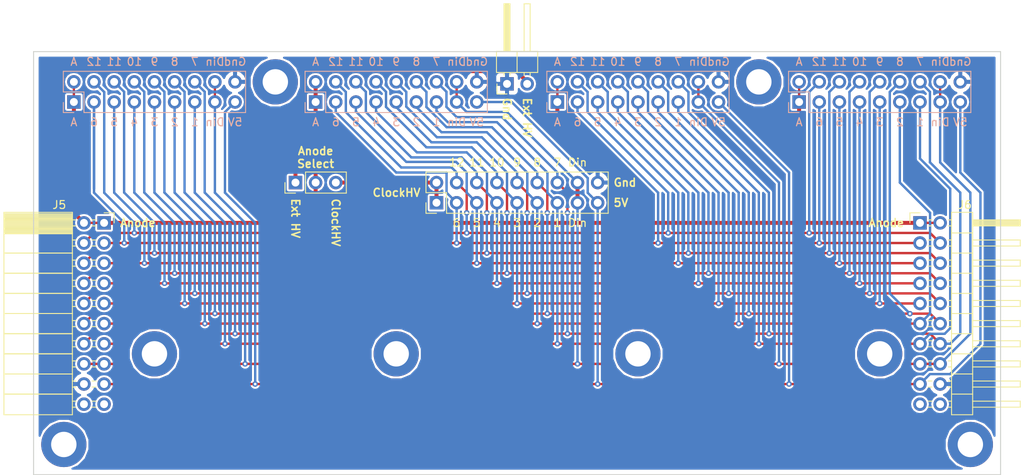
<source format=kicad_pcb>
(kicad_pcb (version 20171130) (host pcbnew "(5.0.0)")

  (general
    (thickness 1.6002)
    (drawings 101)
    (tracks 471)
    (zones 0)
    (modules 18)
    (nets 23)
  )

  (page A4)
  (layers
    (0 F.Cu signal)
    (31 B.Cu signal)
    (34 B.Paste user)
    (35 F.Paste user)
    (36 B.SilkS user)
    (37 F.SilkS user)
    (38 B.Mask user)
    (39 F.Mask user)
    (44 Edge.Cuts user)
  )

  (setup
    (last_trace_width 0.254)
    (user_trace_width 0.1524)
    (user_trace_width 0.2)
    (user_trace_width 0.25)
    (user_trace_width 0.3)
    (user_trace_width 0.4)
    (user_trace_width 0.5)
    (user_trace_width 0.6)
    (user_trace_width 0.8)
    (trace_clearance 0.254)
    (zone_clearance 0.1524)
    (zone_45_only no)
    (trace_min 0.1524)
    (segment_width 0.127)
    (edge_width 0.127)
    (via_size 0.6858)
    (via_drill 0.3302)
    (via_min_size 0.6858)
    (via_min_drill 0.3302)
    (uvia_size 0.508)
    (uvia_drill 0.127)
    (uvias_allowed no)
    (uvia_min_size 0.508)
    (uvia_min_drill 0.127)
    (pcb_text_width 0.127)
    (pcb_text_size 0.6 0.6)
    (mod_edge_width 0.127)
    (mod_text_size 0.6 0.6)
    (mod_text_width 0.127)
    (pad_size 1.524 1.524)
    (pad_drill 0.762)
    (pad_to_mask_clearance 0.05)
    (pad_to_paste_clearance -0.04)
    (aux_axis_origin 0 0)
    (visible_elements 7FFFFF7F)
    (pcbplotparams
      (layerselection 0x3ffff_80000001)
      (usegerberextensions true)
      (usegerberattributes true)
      (usegerberadvancedattributes false)
      (creategerberjobfile false)
      (excludeedgelayer true)
      (linewidth 0.127000)
      (plotframeref false)
      (viasonmask false)
      (mode 1)
      (useauxorigin false)
      (hpglpennumber 1)
      (hpglpenspeed 20)
      (hpglpendiameter 15.000000)
      (psnegative false)
      (psa4output false)
      (plotreference true)
      (plotvalue true)
      (plotinvisibletext false)
      (padsonsilk false)
      (subtractmaskfromsilk false)
      (outputformat 1)
      (mirror false)
      (drillshape 0)
      (scaleselection 1)
      (outputdirectory "CAM/"))
  )

  (net 0 "")
  (net 1 /Gnd)
  (net 2 /+5V)
  (net 3 /Din)
  (net 4 /HV7)
  (net 5 /HV1)
  (net 6 /HV8)
  (net 7 /HV2)
  (net 8 /HV9)
  (net 9 /HV3)
  (net 10 /HV10)
  (net 11 /HV4)
  (net 12 /HV11)
  (net 13 /HV5)
  (net 14 /HV12)
  (net 15 /HV6)
  (net 16 /Anode)
  (net 17 "Net-(J5-Pad20)")
  (net 18 "Net-(J5-Pad19)")
  (net 19 "Net-(J6-Pad20)")
  (net 20 "Net-(J6-Pad19)")
  (net 21 /ClockHV)
  (net 22 /ExtHV)

  (net_class Default "Imperial - this is the standard class"
    (clearance 0.254)
    (trace_width 0.254)
    (via_dia 0.6858)
    (via_drill 0.3302)
    (uvia_dia 0.508)
    (uvia_drill 0.127)
    (add_net /+5V)
    (add_net /Anode)
    (add_net /ClockHV)
    (add_net /Din)
    (add_net /ExtHV)
    (add_net /Gnd)
    (add_net /HV1)
    (add_net /HV10)
    (add_net /HV11)
    (add_net /HV12)
    (add_net /HV2)
    (add_net /HV3)
    (add_net /HV4)
    (add_net /HV5)
    (add_net /HV6)
    (add_net /HV7)
    (add_net /HV8)
    (add_net /HV9)
    (add_net "Net-(J5-Pad19)")
    (add_net "Net-(J5-Pad20)")
    (add_net "Net-(J6-Pad19)")
    (add_net "Net-(J6-Pad20)")
  )

  (net_class 0.2mm ""
    (clearance 0.2)
    (trace_width 0.2)
    (via_dia 0.6858)
    (via_drill 0.3302)
    (uvia_dia 0.508)
    (uvia_drill 0.127)
  )

  (net_class Minimal ""
    (clearance 0.1524)
    (trace_width 0.1524)
    (via_dia 0.6858)
    (via_drill 0.3302)
    (uvia_dia 0.508)
    (uvia_drill 0.127)
  )

  (module Mounting_Holes:MountingHole_3.2mm_M3_ISO7380_Pad (layer F.Cu) (tedit 5BD3AB2E) (tstamp 5BD36254)
    (at 187.96 76.2)
    (descr "Mounting Hole 3.2mm, M3, ISO7380")
    (tags "mounting hole 3.2mm m3 iso7380")
    (attr virtual)
    (fp_text reference REF** (at 0 -3.85) (layer F.SilkS) hide
      (effects (font (size 1 1) (thickness 0.15)))
    )
    (fp_text value MountingHole_3.2mm_M3_ISO7380_Pad (at 0 3.85) (layer F.Fab)
      (effects (font (size 1 1) (thickness 0.15)))
    )
    (fp_circle (center 0 0) (end 3.1 0) (layer F.CrtYd) (width 0.05))
    (fp_circle (center 0 0) (end 2.85 0) (layer Cmts.User) (width 0.15))
    (fp_text user %R (at 0.3 0) (layer F.Fab)
      (effects (font (size 1 1) (thickness 0.15)))
    )
    (pad 1 thru_hole circle (at 0 0) (size 5.7 5.7) (drill 3.2) (layers *.Cu *.Mask))
  )

  (module Mounting_Holes:MountingHole_3.2mm_M3_ISO7380_Pad (layer F.Cu) (tedit 5BD3AB20) (tstamp 5BD36082)
    (at 127 76.2)
    (descr "Mounting Hole 3.2mm, M3, ISO7380")
    (tags "mounting hole 3.2mm m3 iso7380")
    (attr virtual)
    (fp_text reference REF** (at 0 -3.85) (layer F.SilkS) hide
      (effects (font (size 1 1) (thickness 0.15)))
    )
    (fp_text value MountingHole_3.2mm_M3_ISO7380_Pad (at 0 3.85) (layer F.Fab)
      (effects (font (size 1 1) (thickness 0.15)))
    )
    (fp_text user %R (at 0.3 0) (layer F.Fab)
      (effects (font (size 1 1) (thickness 0.15)))
    )
    (fp_circle (center 0 0) (end 2.85 0) (layer Cmts.User) (width 0.15))
    (fp_circle (center 0 0) (end 3.1 0) (layer F.CrtYd) (width 0.05))
    (pad 1 thru_hole circle (at 0 0) (size 5.7 5.7) (drill 3.2) (layers *.Cu *.Mask))
  )

  (module Mounting_Holes:MountingHole_3.2mm_M3_ISO7380_Pad (layer F.Cu) (tedit 5BD3AB56) (tstamp 5BD35EB4)
    (at 172.72 110.49)
    (descr "Mounting Hole 3.2mm, M3, ISO7380")
    (tags "mounting hole 3.2mm m3 iso7380")
    (attr virtual)
    (fp_text reference REF** (at 0 -3.85) (layer F.SilkS) hide
      (effects (font (size 1 1) (thickness 0.15)))
    )
    (fp_text value MountingHole_3.2mm_M3_ISO7380_Pad (at 0 3.85) (layer F.Fab)
      (effects (font (size 1 1) (thickness 0.15)))
    )
    (fp_circle (center 0 0) (end 3.1 0) (layer F.CrtYd) (width 0.05))
    (fp_circle (center 0 0) (end 2.85 0) (layer Cmts.User) (width 0.15))
    (fp_text user %R (at 0.3 0) (layer F.Fab)
      (effects (font (size 1 1) (thickness 0.15)))
    )
    (pad 1 thru_hole circle (at 0 0) (size 5.7 5.7) (drill 3.2) (layers *.Cu *.Mask))
  )

  (module Mounting_Holes:MountingHole_3.2mm_M3_ISO7380_Pad (layer F.Cu) (tedit 5BD3AB4D) (tstamp 5BD35B27)
    (at 142.24 110.49)
    (descr "Mounting Hole 3.2mm, M3, ISO7380")
    (tags "mounting hole 3.2mm m3 iso7380")
    (attr virtual)
    (fp_text reference REF** (at 0 -3.85) (layer F.SilkS) hide
      (effects (font (size 1 1) (thickness 0.15)))
    )
    (fp_text value MountingHole_3.2mm_M3_ISO7380_Pad (at 0 3.85) (layer F.Fab)
      (effects (font (size 1 1) (thickness 0.15)))
    )
    (fp_text user %R (at 0.3 0) (layer F.Fab)
      (effects (font (size 1 1) (thickness 0.15)))
    )
    (fp_circle (center 0 0) (end 2.85 0) (layer Cmts.User) (width 0.15))
    (fp_circle (center 0 0) (end 3.1 0) (layer F.CrtYd) (width 0.05))
    (pad 1 thru_hole circle (at 0 0) (size 5.7 5.7) (drill 3.2) (layers *.Cu *.Mask))
  )

  (module Mounting_Holes:MountingHole_3.2mm_M3_ISO7380_Pad (layer F.Cu) (tedit 5BD3AB68) (tstamp 5BD35961)
    (at 214.63 121.92)
    (descr "Mounting Hole 3.2mm, M3, ISO7380")
    (tags "mounting hole 3.2mm m3 iso7380")
    (attr virtual)
    (fp_text reference REF** (at 0 -3.85) (layer F.SilkS) hide
      (effects (font (size 1 1) (thickness 0.15)))
    )
    (fp_text value MountingHole_3.2mm_M3_ISO7380_Pad (at 0 3.85) (layer F.Fab)
      (effects (font (size 1 1) (thickness 0.15)))
    )
    (fp_circle (center 0 0) (end 3.1 0) (layer F.CrtYd) (width 0.05))
    (fp_circle (center 0 0) (end 2.85 0) (layer Cmts.User) (width 0.15))
    (fp_text user %R (at 0.3 0) (layer F.Fab)
      (effects (font (size 1 1) (thickness 0.15)))
    )
    (pad 1 thru_hole circle (at 0 0) (size 5.7 5.7) (drill 3.2) (layers *.Cu *.Mask))
  )

  (module Mounting_Holes:MountingHole_3.2mm_M3_ISO7380_Pad (layer F.Cu) (tedit 5BD3AB3B) (tstamp 5BD3579F)
    (at 100.33 121.92)
    (descr "Mounting Hole 3.2mm, M3, ISO7380")
    (tags "mounting hole 3.2mm m3 iso7380")
    (attr virtual)
    (fp_text reference REF** (at 0 -3.85) (layer F.SilkS) hide
      (effects (font (size 1 1) (thickness 0.15)))
    )
    (fp_text value MountingHole_3.2mm_M3_ISO7380_Pad (at 0 3.85) (layer F.Fab)
      (effects (font (size 1 1) (thickness 0.15)))
    )
    (fp_text user %R (at 0.3 0) (layer F.Fab)
      (effects (font (size 1 1) (thickness 0.15)))
    )
    (fp_circle (center 0 0) (end 2.85 0) (layer Cmts.User) (width 0.15))
    (fp_circle (center 0 0) (end 3.1 0) (layer F.CrtYd) (width 0.05))
    (pad 1 thru_hole circle (at 0 0) (size 5.7 5.7) (drill 3.2) (layers *.Cu *.Mask))
  )

  (module Mounting_Holes:MountingHole_3.2mm_M3_ISO7380_Pad (layer F.Cu) (tedit 5BD3AB5E) (tstamp 5BD355E1)
    (at 203.2 110.49)
    (descr "Mounting Hole 3.2mm, M3, ISO7380")
    (tags "mounting hole 3.2mm m3 iso7380")
    (attr virtual)
    (fp_text reference REF** (at 0 -3.85) (layer F.SilkS) hide
      (effects (font (size 1 1) (thickness 0.15)))
    )
    (fp_text value MountingHole_3.2mm_M3_ISO7380_Pad (at 0 3.85) (layer F.Fab)
      (effects (font (size 1 1) (thickness 0.15)))
    )
    (fp_circle (center 0 0) (end 3.1 0) (layer F.CrtYd) (width 0.05))
    (fp_circle (center 0 0) (end 2.85 0) (layer Cmts.User) (width 0.15))
    (fp_text user %R (at 0.3 0) (layer F.Fab)
      (effects (font (size 1 1) (thickness 0.15)))
    )
    (pad 1 thru_hole circle (at 0 0) (size 5.7 5.7) (drill 3.2) (layers *.Cu *.Mask))
  )

  (module Socket_Strips:Socket_Strip_Straight_2x09_Pitch2.54mm (layer B.Cu) (tedit 5BD4748F) (tstamp 5BD2D64B)
    (at 162.56 78.74 270)
    (descr "Through hole straight socket strip, 2x09, 2.54mm pitch, double rows")
    (tags "Through hole socket strip THT 2x09 2.54mm double row")
    (path /5BD27E6D)
    (fp_text reference J2 (at -1.27 2.33 270) (layer B.SilkS) hide
      (effects (font (size 1 1) (thickness 0.15)) (justify mirror))
    )
    (fp_text value NX2 (at -5.08 -10.16) (layer B.SilkS) hide
      (effects (font (size 1 1) (thickness 0.15)) (justify mirror))
    )
    (fp_text user %R (at -1.27 2.33 270) (layer B.Fab)
      (effects (font (size 1 1) (thickness 0.15)) (justify mirror))
    )
    (fp_line (start 1.8 1.8) (end -4.35 1.8) (layer B.CrtYd) (width 0.05))
    (fp_line (start 1.8 -22.1) (end 1.8 1.8) (layer B.CrtYd) (width 0.05))
    (fp_line (start -4.35 -22.1) (end 1.8 -22.1) (layer B.CrtYd) (width 0.05))
    (fp_line (start -4.35 1.8) (end -4.35 -22.1) (layer B.CrtYd) (width 0.05))
    (fp_line (start 1.33 1.33) (end 0.06 1.33) (layer B.SilkS) (width 0.12))
    (fp_line (start 1.33 0) (end 1.33 1.33) (layer B.SilkS) (width 0.12))
    (fp_line (start -1.27 -1.27) (end 1.33 -1.27) (layer B.SilkS) (width 0.12))
    (fp_line (start -1.27 1.33) (end -1.27 -1.27) (layer B.SilkS) (width 0.12))
    (fp_line (start -3.87 1.33) (end -1.27 1.33) (layer B.SilkS) (width 0.12))
    (fp_line (start -3.87 -21.65) (end -3.87 1.33) (layer B.SilkS) (width 0.12))
    (fp_line (start 1.33 -21.65) (end -3.87 -21.65) (layer B.SilkS) (width 0.12))
    (fp_line (start 1.33 -1.27) (end 1.33 -21.65) (layer B.SilkS) (width 0.12))
    (fp_line (start 1.27 1.27) (end -3.81 1.27) (layer B.Fab) (width 0.1))
    (fp_line (start 1.27 -21.59) (end 1.27 1.27) (layer B.Fab) (width 0.1))
    (fp_line (start -3.81 -21.59) (end 1.27 -21.59) (layer B.Fab) (width 0.1))
    (fp_line (start -3.81 1.27) (end -3.81 -21.59) (layer B.Fab) (width 0.1))
    (pad 18 thru_hole oval (at -2.54 -20.32 270) (size 1.7 1.7) (drill 1) (layers *.Cu *.Mask)
      (net 1 /Gnd))
    (pad 17 thru_hole oval (at 0 -20.32 270) (size 1.7 1.7) (drill 1) (layers *.Cu *.Mask)
      (net 2 /+5V))
    (pad 16 thru_hole oval (at -2.54 -17.78 270) (size 1.7 1.7) (drill 1) (layers *.Cu *.Mask)
      (net 3 /Din))
    (pad 15 thru_hole oval (at 0 -17.78 270) (size 1.7 1.7) (drill 1) (layers *.Cu *.Mask)
      (net 3 /Din))
    (pad 14 thru_hole oval (at -2.54 -15.24 270) (size 1.7 1.7) (drill 1) (layers *.Cu *.Mask)
      (net 4 /HV7))
    (pad 13 thru_hole oval (at 0 -15.24 270) (size 1.7 1.7) (drill 1) (layers *.Cu *.Mask)
      (net 5 /HV1))
    (pad 12 thru_hole oval (at -2.54 -12.7 270) (size 1.7 1.7) (drill 1) (layers *.Cu *.Mask)
      (net 6 /HV8))
    (pad 11 thru_hole oval (at 0 -12.7 270) (size 1.7 1.7) (drill 1) (layers *.Cu *.Mask)
      (net 7 /HV2))
    (pad 10 thru_hole oval (at -2.54 -10.16 270) (size 1.7 1.7) (drill 1) (layers *.Cu *.Mask)
      (net 8 /HV9))
    (pad 9 thru_hole oval (at 0 -10.16 270) (size 1.7 1.7) (drill 1) (layers *.Cu *.Mask)
      (net 9 /HV3))
    (pad 8 thru_hole oval (at -2.54 -7.62 270) (size 1.7 1.7) (drill 1) (layers *.Cu *.Mask)
      (net 10 /HV10))
    (pad 7 thru_hole oval (at 0 -7.62 270) (size 1.7 1.7) (drill 1) (layers *.Cu *.Mask)
      (net 11 /HV4))
    (pad 6 thru_hole oval (at -2.54 -5.08 270) (size 1.7 1.7) (drill 1) (layers *.Cu *.Mask)
      (net 12 /HV11))
    (pad 5 thru_hole oval (at 0 -5.08 270) (size 1.7 1.7) (drill 1) (layers *.Cu *.Mask)
      (net 13 /HV5))
    (pad 4 thru_hole oval (at -2.54 -2.54 270) (size 1.7 1.7) (drill 1) (layers *.Cu *.Mask)
      (net 14 /HV12))
    (pad 3 thru_hole oval (at 0 -2.54 270) (size 1.7 1.7) (drill 1) (layers *.Cu *.Mask)
      (net 15 /HV6))
    (pad 2 thru_hole oval (at -2.54 0 270) (size 1.7 1.7) (drill 1) (layers *.Cu *.Mask)
      (net 16 /Anode))
    (pad 1 thru_hole rect (at 0 0 270) (size 1.7 1.7) (drill 1) (layers *.Cu *.Mask)
      (net 16 /Anode))
    (model ${KISYS3DMOD}/Socket_Strips.3dshapes/Socket_Strip_Straight_2x09_Pitch2.54mm.wrl
      (offset (xyz -1.269999980926514 -10.15999984741211 0))
      (scale (xyz 1 1 1))
      (rotate (xyz 0 0 270))
    )
  )

  (module Socket_Strips:Socket_Strip_Straight_2x09_Pitch2.54mm (layer B.Cu) (tedit 5BD47497) (tstamp 5BD6619B)
    (at 132.08 78.74 270)
    (descr "Through hole straight socket strip, 2x09, 2.54mm pitch, double rows")
    (tags "Through hole socket strip THT 2x09 2.54mm double row")
    (path /5BD27EB2)
    (fp_text reference J3 (at -1.27 2.33 270) (layer B.SilkS) hide
      (effects (font (size 1 1) (thickness 0.15)) (justify mirror))
    )
    (fp_text value NX3 (at -5.08 -10.16) (layer B.SilkS) hide
      (effects (font (size 1 1) (thickness 0.15)) (justify mirror))
    )
    (fp_line (start -3.81 1.27) (end -3.81 -21.59) (layer B.Fab) (width 0.1))
    (fp_line (start -3.81 -21.59) (end 1.27 -21.59) (layer B.Fab) (width 0.1))
    (fp_line (start 1.27 -21.59) (end 1.27 1.27) (layer B.Fab) (width 0.1))
    (fp_line (start 1.27 1.27) (end -3.81 1.27) (layer B.Fab) (width 0.1))
    (fp_line (start 1.33 -1.27) (end 1.33 -21.65) (layer B.SilkS) (width 0.12))
    (fp_line (start 1.33 -21.65) (end -3.87 -21.65) (layer B.SilkS) (width 0.12))
    (fp_line (start -3.87 -21.65) (end -3.87 1.33) (layer B.SilkS) (width 0.12))
    (fp_line (start -3.87 1.33) (end -1.27 1.33) (layer B.SilkS) (width 0.12))
    (fp_line (start -1.27 1.33) (end -1.27 -1.27) (layer B.SilkS) (width 0.12))
    (fp_line (start -1.27 -1.27) (end 1.33 -1.27) (layer B.SilkS) (width 0.12))
    (fp_line (start 1.33 0) (end 1.33 1.33) (layer B.SilkS) (width 0.12))
    (fp_line (start 1.33 1.33) (end 0.06 1.33) (layer B.SilkS) (width 0.12))
    (fp_line (start -4.35 1.8) (end -4.35 -22.1) (layer B.CrtYd) (width 0.05))
    (fp_line (start -4.35 -22.1) (end 1.8 -22.1) (layer B.CrtYd) (width 0.05))
    (fp_line (start 1.8 -22.1) (end 1.8 1.8) (layer B.CrtYd) (width 0.05))
    (fp_line (start 1.8 1.8) (end -4.35 1.8) (layer B.CrtYd) (width 0.05))
    (fp_text user %R (at -1.27 2.33 270) (layer B.Fab)
      (effects (font (size 1 1) (thickness 0.15)) (justify mirror))
    )
    (pad 1 thru_hole rect (at 0 0 270) (size 1.7 1.7) (drill 1) (layers *.Cu *.Mask)
      (net 16 /Anode))
    (pad 2 thru_hole oval (at -2.54 0 270) (size 1.7 1.7) (drill 1) (layers *.Cu *.Mask)
      (net 16 /Anode))
    (pad 3 thru_hole oval (at 0 -2.54 270) (size 1.7 1.7) (drill 1) (layers *.Cu *.Mask)
      (net 15 /HV6))
    (pad 4 thru_hole oval (at -2.54 -2.54 270) (size 1.7 1.7) (drill 1) (layers *.Cu *.Mask)
      (net 14 /HV12))
    (pad 5 thru_hole oval (at 0 -5.08 270) (size 1.7 1.7) (drill 1) (layers *.Cu *.Mask)
      (net 13 /HV5))
    (pad 6 thru_hole oval (at -2.54 -5.08 270) (size 1.7 1.7) (drill 1) (layers *.Cu *.Mask)
      (net 12 /HV11))
    (pad 7 thru_hole oval (at 0 -7.62 270) (size 1.7 1.7) (drill 1) (layers *.Cu *.Mask)
      (net 11 /HV4))
    (pad 8 thru_hole oval (at -2.54 -7.62 270) (size 1.7 1.7) (drill 1) (layers *.Cu *.Mask)
      (net 10 /HV10))
    (pad 9 thru_hole oval (at 0 -10.16 270) (size 1.7 1.7) (drill 1) (layers *.Cu *.Mask)
      (net 9 /HV3))
    (pad 10 thru_hole oval (at -2.54 -10.16 270) (size 1.7 1.7) (drill 1) (layers *.Cu *.Mask)
      (net 8 /HV9))
    (pad 11 thru_hole oval (at 0 -12.7 270) (size 1.7 1.7) (drill 1) (layers *.Cu *.Mask)
      (net 7 /HV2))
    (pad 12 thru_hole oval (at -2.54 -12.7 270) (size 1.7 1.7) (drill 1) (layers *.Cu *.Mask)
      (net 6 /HV8))
    (pad 13 thru_hole oval (at 0 -15.24 270) (size 1.7 1.7) (drill 1) (layers *.Cu *.Mask)
      (net 5 /HV1))
    (pad 14 thru_hole oval (at -2.54 -15.24 270) (size 1.7 1.7) (drill 1) (layers *.Cu *.Mask)
      (net 4 /HV7))
    (pad 15 thru_hole oval (at 0 -17.78 270) (size 1.7 1.7) (drill 1) (layers *.Cu *.Mask)
      (net 3 /Din))
    (pad 16 thru_hole oval (at -2.54 -17.78 270) (size 1.7 1.7) (drill 1) (layers *.Cu *.Mask)
      (net 3 /Din))
    (pad 17 thru_hole oval (at 0 -20.32 270) (size 1.7 1.7) (drill 1) (layers *.Cu *.Mask)
      (net 2 /+5V))
    (pad 18 thru_hole oval (at -2.54 -20.32 270) (size 1.7 1.7) (drill 1) (layers *.Cu *.Mask)
      (net 1 /Gnd))
    (model ${KISYS3DMOD}/Socket_Strips.3dshapes/Socket_Strip_Straight_2x09_Pitch2.54mm.wrl
      (offset (xyz -1.269999980926514 -10.15999984741211 0))
      (scale (xyz 1 1 1))
      (rotate (xyz 0 0 270))
    )
  )

  (module Socket_Strips:Socket_Strip_Straight_2x09_Pitch2.54mm (layer B.Cu) (tedit 5BD4749E) (tstamp 5BD2D699)
    (at 101.6 78.74 270)
    (descr "Through hole straight socket strip, 2x09, 2.54mm pitch, double rows")
    (tags "Through hole socket strip THT 2x09 2.54mm double row")
    (path /5BD27EEC)
    (fp_text reference J4 (at -1.27 2.33 270) (layer B.SilkS) hide
      (effects (font (size 1 1) (thickness 0.15)) (justify mirror))
    )
    (fp_text value NX4 (at -5.08 -10.16) (layer B.SilkS) hide
      (effects (font (size 1 1) (thickness 0.15)) (justify mirror))
    )
    (fp_text user %R (at -1.27 2.33 270) (layer B.Fab)
      (effects (font (size 1 1) (thickness 0.15)) (justify mirror))
    )
    (fp_line (start 1.8 1.8) (end -4.35 1.8) (layer B.CrtYd) (width 0.05))
    (fp_line (start 1.8 -22.1) (end 1.8 1.8) (layer B.CrtYd) (width 0.05))
    (fp_line (start -4.35 -22.1) (end 1.8 -22.1) (layer B.CrtYd) (width 0.05))
    (fp_line (start -4.35 1.8) (end -4.35 -22.1) (layer B.CrtYd) (width 0.05))
    (fp_line (start 1.33 1.33) (end 0.06 1.33) (layer B.SilkS) (width 0.12))
    (fp_line (start 1.33 0) (end 1.33 1.33) (layer B.SilkS) (width 0.12))
    (fp_line (start -1.27 -1.27) (end 1.33 -1.27) (layer B.SilkS) (width 0.12))
    (fp_line (start -1.27 1.33) (end -1.27 -1.27) (layer B.SilkS) (width 0.12))
    (fp_line (start -3.87 1.33) (end -1.27 1.33) (layer B.SilkS) (width 0.12))
    (fp_line (start -3.87 -21.65) (end -3.87 1.33) (layer B.SilkS) (width 0.12))
    (fp_line (start 1.33 -21.65) (end -3.87 -21.65) (layer B.SilkS) (width 0.12))
    (fp_line (start 1.33 -1.27) (end 1.33 -21.65) (layer B.SilkS) (width 0.12))
    (fp_line (start 1.27 1.27) (end -3.81 1.27) (layer B.Fab) (width 0.1))
    (fp_line (start 1.27 -21.59) (end 1.27 1.27) (layer B.Fab) (width 0.1))
    (fp_line (start -3.81 -21.59) (end 1.27 -21.59) (layer B.Fab) (width 0.1))
    (fp_line (start -3.81 1.27) (end -3.81 -21.59) (layer B.Fab) (width 0.1))
    (pad 18 thru_hole oval (at -2.54 -20.32 270) (size 1.7 1.7) (drill 1) (layers *.Cu *.Mask)
      (net 1 /Gnd))
    (pad 17 thru_hole oval (at 0 -20.32 270) (size 1.7 1.7) (drill 1) (layers *.Cu *.Mask)
      (net 2 /+5V))
    (pad 16 thru_hole oval (at -2.54 -17.78 270) (size 1.7 1.7) (drill 1) (layers *.Cu *.Mask)
      (net 3 /Din))
    (pad 15 thru_hole oval (at 0 -17.78 270) (size 1.7 1.7) (drill 1) (layers *.Cu *.Mask)
      (net 3 /Din))
    (pad 14 thru_hole oval (at -2.54 -15.24 270) (size 1.7 1.7) (drill 1) (layers *.Cu *.Mask)
      (net 4 /HV7))
    (pad 13 thru_hole oval (at 0 -15.24 270) (size 1.7 1.7) (drill 1) (layers *.Cu *.Mask)
      (net 5 /HV1))
    (pad 12 thru_hole oval (at -2.54 -12.7 270) (size 1.7 1.7) (drill 1) (layers *.Cu *.Mask)
      (net 6 /HV8))
    (pad 11 thru_hole oval (at 0 -12.7 270) (size 1.7 1.7) (drill 1) (layers *.Cu *.Mask)
      (net 7 /HV2))
    (pad 10 thru_hole oval (at -2.54 -10.16 270) (size 1.7 1.7) (drill 1) (layers *.Cu *.Mask)
      (net 8 /HV9))
    (pad 9 thru_hole oval (at 0 -10.16 270) (size 1.7 1.7) (drill 1) (layers *.Cu *.Mask)
      (net 9 /HV3))
    (pad 8 thru_hole oval (at -2.54 -7.62 270) (size 1.7 1.7) (drill 1) (layers *.Cu *.Mask)
      (net 10 /HV10))
    (pad 7 thru_hole oval (at 0 -7.62 270) (size 1.7 1.7) (drill 1) (layers *.Cu *.Mask)
      (net 11 /HV4))
    (pad 6 thru_hole oval (at -2.54 -5.08 270) (size 1.7 1.7) (drill 1) (layers *.Cu *.Mask)
      (net 12 /HV11))
    (pad 5 thru_hole oval (at 0 -5.08 270) (size 1.7 1.7) (drill 1) (layers *.Cu *.Mask)
      (net 13 /HV5))
    (pad 4 thru_hole oval (at -2.54 -2.54 270) (size 1.7 1.7) (drill 1) (layers *.Cu *.Mask)
      (net 14 /HV12))
    (pad 3 thru_hole oval (at 0 -2.54 270) (size 1.7 1.7) (drill 1) (layers *.Cu *.Mask)
      (net 15 /HV6))
    (pad 2 thru_hole oval (at -2.54 0 270) (size 1.7 1.7) (drill 1) (layers *.Cu *.Mask)
      (net 16 /Anode))
    (pad 1 thru_hole rect (at 0 0 270) (size 1.7 1.7) (drill 1) (layers *.Cu *.Mask)
      (net 16 /Anode))
    (model ${KISYS3DMOD}/Socket_Strips.3dshapes/Socket_Strip_Straight_2x09_Pitch2.54mm.wrl
      (offset (xyz -1.269999980926514 -10.15999984741211 0))
      (scale (xyz 1 1 1))
      (rotate (xyz 0 0 270))
    )
  )

  (module Socket_Strips:Socket_Strip_Angled_2x10_Pitch2.54mm (layer F.Cu) (tedit 58CD5449) (tstamp 5BD2D76E)
    (at 105.41 93.98)
    (descr "Through hole angled socket strip, 2x10, 2.54mm pitch, 8.51mm socket length, double rows")
    (tags "Through hole angled socket strip THT 2x10 2.54mm double row")
    (path /5BD27F45)
    (fp_text reference J5 (at -5.65 -2.27) (layer F.SilkS)
      (effects (font (size 1 1) (thickness 0.15)))
    )
    (fp_text value Out (at -5.65 25.13) (layer F.Fab)
      (effects (font (size 1 1) (thickness 0.15)))
    )
    (fp_text user %R (at -5.65 -2.27) (layer F.Fab)
      (effects (font (size 1 1) (thickness 0.15)))
    )
    (fp_line (start -13.1 -1.8) (end 1.8 -1.8) (layer F.CrtYd) (width 0.05))
    (fp_line (start -13.1 24.65) (end -13.1 -1.8) (layer F.CrtYd) (width 0.05))
    (fp_line (start 1.8 24.65) (end -13.1 24.65) (layer F.CrtYd) (width 0.05))
    (fp_line (start 1.8 -1.8) (end 1.8 24.65) (layer F.CrtYd) (width 0.05))
    (fp_line (start 1.27 -1.27) (end 1.27 0) (layer F.SilkS) (width 0.12))
    (fp_line (start 0 -1.27) (end 1.27 -1.27) (layer F.SilkS) (width 0.12))
    (fp_line (start -1.03 23.24) (end -1.51 23.24) (layer F.SilkS) (width 0.12))
    (fp_line (start -1.03 22.48) (end -1.51 22.48) (layer F.SilkS) (width 0.12))
    (fp_line (start -3.57 23.24) (end -4 23.24) (layer F.SilkS) (width 0.12))
    (fp_line (start -3.57 22.48) (end -4 22.48) (layer F.SilkS) (width 0.12))
    (fp_line (start -12.63 21.59) (end -4 21.59) (layer F.SilkS) (width 0.12))
    (fp_line (start -12.63 24.19) (end -12.63 21.59) (layer F.SilkS) (width 0.12))
    (fp_line (start -4 24.19) (end -12.63 24.19) (layer F.SilkS) (width 0.12))
    (fp_line (start -4 21.59) (end -4 24.19) (layer F.SilkS) (width 0.12))
    (fp_line (start -1.03 20.7) (end -1.51 20.7) (layer F.SilkS) (width 0.12))
    (fp_line (start -1.03 19.94) (end -1.51 19.94) (layer F.SilkS) (width 0.12))
    (fp_line (start -3.57 20.7) (end -4 20.7) (layer F.SilkS) (width 0.12))
    (fp_line (start -3.57 19.94) (end -4 19.94) (layer F.SilkS) (width 0.12))
    (fp_line (start -12.63 19.05) (end -4 19.05) (layer F.SilkS) (width 0.12))
    (fp_line (start -12.63 21.59) (end -12.63 19.05) (layer F.SilkS) (width 0.12))
    (fp_line (start -4 21.59) (end -12.63 21.59) (layer F.SilkS) (width 0.12))
    (fp_line (start -4 19.05) (end -4 21.59) (layer F.SilkS) (width 0.12))
    (fp_line (start -1.03 18.16) (end -1.51 18.16) (layer F.SilkS) (width 0.12))
    (fp_line (start -1.03 17.4) (end -1.51 17.4) (layer F.SilkS) (width 0.12))
    (fp_line (start -3.57 18.16) (end -4 18.16) (layer F.SilkS) (width 0.12))
    (fp_line (start -3.57 17.4) (end -4 17.4) (layer F.SilkS) (width 0.12))
    (fp_line (start -12.63 16.51) (end -4 16.51) (layer F.SilkS) (width 0.12))
    (fp_line (start -12.63 19.05) (end -12.63 16.51) (layer F.SilkS) (width 0.12))
    (fp_line (start -4 19.05) (end -12.63 19.05) (layer F.SilkS) (width 0.12))
    (fp_line (start -4 16.51) (end -4 19.05) (layer F.SilkS) (width 0.12))
    (fp_line (start -1.03 15.62) (end -1.51 15.62) (layer F.SilkS) (width 0.12))
    (fp_line (start -1.03 14.86) (end -1.51 14.86) (layer F.SilkS) (width 0.12))
    (fp_line (start -3.57 15.62) (end -4 15.62) (layer F.SilkS) (width 0.12))
    (fp_line (start -3.57 14.86) (end -4 14.86) (layer F.SilkS) (width 0.12))
    (fp_line (start -12.63 13.97) (end -4 13.97) (layer F.SilkS) (width 0.12))
    (fp_line (start -12.63 16.51) (end -12.63 13.97) (layer F.SilkS) (width 0.12))
    (fp_line (start -4 16.51) (end -12.63 16.51) (layer F.SilkS) (width 0.12))
    (fp_line (start -4 13.97) (end -4 16.51) (layer F.SilkS) (width 0.12))
    (fp_line (start -1.03 13.08) (end -1.51 13.08) (layer F.SilkS) (width 0.12))
    (fp_line (start -1.03 12.32) (end -1.51 12.32) (layer F.SilkS) (width 0.12))
    (fp_line (start -3.57 13.08) (end -4 13.08) (layer F.SilkS) (width 0.12))
    (fp_line (start -3.57 12.32) (end -4 12.32) (layer F.SilkS) (width 0.12))
    (fp_line (start -12.63 11.43) (end -4 11.43) (layer F.SilkS) (width 0.12))
    (fp_line (start -12.63 13.97) (end -12.63 11.43) (layer F.SilkS) (width 0.12))
    (fp_line (start -4 13.97) (end -12.63 13.97) (layer F.SilkS) (width 0.12))
    (fp_line (start -4 11.43) (end -4 13.97) (layer F.SilkS) (width 0.12))
    (fp_line (start -1.03 10.54) (end -1.51 10.54) (layer F.SilkS) (width 0.12))
    (fp_line (start -1.03 9.78) (end -1.51 9.78) (layer F.SilkS) (width 0.12))
    (fp_line (start -3.57 10.54) (end -4 10.54) (layer F.SilkS) (width 0.12))
    (fp_line (start -3.57 9.78) (end -4 9.78) (layer F.SilkS) (width 0.12))
    (fp_line (start -12.63 8.89) (end -4 8.89) (layer F.SilkS) (width 0.12))
    (fp_line (start -12.63 11.43) (end -12.63 8.89) (layer F.SilkS) (width 0.12))
    (fp_line (start -4 11.43) (end -12.63 11.43) (layer F.SilkS) (width 0.12))
    (fp_line (start -4 8.89) (end -4 11.43) (layer F.SilkS) (width 0.12))
    (fp_line (start -1.03 8) (end -1.51 8) (layer F.SilkS) (width 0.12))
    (fp_line (start -1.03 7.24) (end -1.51 7.24) (layer F.SilkS) (width 0.12))
    (fp_line (start -3.57 8) (end -4 8) (layer F.SilkS) (width 0.12))
    (fp_line (start -3.57 7.24) (end -4 7.24) (layer F.SilkS) (width 0.12))
    (fp_line (start -12.63 6.35) (end -4 6.35) (layer F.SilkS) (width 0.12))
    (fp_line (start -12.63 8.89) (end -12.63 6.35) (layer F.SilkS) (width 0.12))
    (fp_line (start -4 8.89) (end -12.63 8.89) (layer F.SilkS) (width 0.12))
    (fp_line (start -4 6.35) (end -4 8.89) (layer F.SilkS) (width 0.12))
    (fp_line (start -1.03 5.46) (end -1.51 5.46) (layer F.SilkS) (width 0.12))
    (fp_line (start -1.03 4.7) (end -1.51 4.7) (layer F.SilkS) (width 0.12))
    (fp_line (start -3.57 5.46) (end -4 5.46) (layer F.SilkS) (width 0.12))
    (fp_line (start -3.57 4.7) (end -4 4.7) (layer F.SilkS) (width 0.12))
    (fp_line (start -12.63 3.81) (end -4 3.81) (layer F.SilkS) (width 0.12))
    (fp_line (start -12.63 6.35) (end -12.63 3.81) (layer F.SilkS) (width 0.12))
    (fp_line (start -4 6.35) (end -12.63 6.35) (layer F.SilkS) (width 0.12))
    (fp_line (start -4 3.81) (end -4 6.35) (layer F.SilkS) (width 0.12))
    (fp_line (start -1.03 2.92) (end -1.51 2.92) (layer F.SilkS) (width 0.12))
    (fp_line (start -1.03 2.16) (end -1.51 2.16) (layer F.SilkS) (width 0.12))
    (fp_line (start -3.57 2.92) (end -4 2.92) (layer F.SilkS) (width 0.12))
    (fp_line (start -3.57 2.16) (end -4 2.16) (layer F.SilkS) (width 0.12))
    (fp_line (start -12.63 1.27) (end -4 1.27) (layer F.SilkS) (width 0.12))
    (fp_line (start -12.63 3.81) (end -12.63 1.27) (layer F.SilkS) (width 0.12))
    (fp_line (start -4 3.81) (end -12.63 3.81) (layer F.SilkS) (width 0.12))
    (fp_line (start -4 1.27) (end -4 3.81) (layer F.SilkS) (width 0.12))
    (fp_line (start -4 1.37) (end -12.63 1.37) (layer F.SilkS) (width 0.12))
    (fp_line (start -4 1.25) (end -12.63 1.25) (layer F.SilkS) (width 0.12))
    (fp_line (start -4 1.13) (end -12.63 1.13) (layer F.SilkS) (width 0.12))
    (fp_line (start -4 1.01) (end -12.63 1.01) (layer F.SilkS) (width 0.12))
    (fp_line (start -4 0.89) (end -12.63 0.89) (layer F.SilkS) (width 0.12))
    (fp_line (start -4 0.77) (end -12.63 0.77) (layer F.SilkS) (width 0.12))
    (fp_line (start -4 0.65) (end -12.63 0.65) (layer F.SilkS) (width 0.12))
    (fp_line (start -4 0.53) (end -12.63 0.53) (layer F.SilkS) (width 0.12))
    (fp_line (start -4 0.41) (end -12.63 0.41) (layer F.SilkS) (width 0.12))
    (fp_line (start -4 0.29) (end -12.63 0.29) (layer F.SilkS) (width 0.12))
    (fp_line (start -4 0.17) (end -12.63 0.17) (layer F.SilkS) (width 0.12))
    (fp_line (start -4 0.05) (end -12.63 0.05) (layer F.SilkS) (width 0.12))
    (fp_line (start -4 -0.07) (end -12.63 -0.07) (layer F.SilkS) (width 0.12))
    (fp_line (start -4 -0.19) (end -12.63 -0.19) (layer F.SilkS) (width 0.12))
    (fp_line (start -4 -0.31) (end -12.63 -0.31) (layer F.SilkS) (width 0.12))
    (fp_line (start -4 -0.43) (end -12.63 -0.43) (layer F.SilkS) (width 0.12))
    (fp_line (start -4 -0.55) (end -12.63 -0.55) (layer F.SilkS) (width 0.12))
    (fp_line (start -4 -0.67) (end -12.63 -0.67) (layer F.SilkS) (width 0.12))
    (fp_line (start -4 -0.79) (end -12.63 -0.79) (layer F.SilkS) (width 0.12))
    (fp_line (start -4 -0.91) (end -12.63 -0.91) (layer F.SilkS) (width 0.12))
    (fp_line (start -4 -1.03) (end -12.63 -1.03) (layer F.SilkS) (width 0.12))
    (fp_line (start -4 -1.15) (end -12.63 -1.15) (layer F.SilkS) (width 0.12))
    (fp_line (start -1.03 0.38) (end -1.51 0.38) (layer F.SilkS) (width 0.12))
    (fp_line (start -1.03 -0.38) (end -1.51 -0.38) (layer F.SilkS) (width 0.12))
    (fp_line (start -3.57 0.38) (end -4 0.38) (layer F.SilkS) (width 0.12))
    (fp_line (start -3.57 -0.38) (end -4 -0.38) (layer F.SilkS) (width 0.12))
    (fp_line (start -12.63 -1.33) (end -4 -1.33) (layer F.SilkS) (width 0.12))
    (fp_line (start -12.63 1.27) (end -12.63 -1.33) (layer F.SilkS) (width 0.12))
    (fp_line (start -4 1.27) (end -12.63 1.27) (layer F.SilkS) (width 0.12))
    (fp_line (start -4 -1.33) (end -4 1.27) (layer F.SilkS) (width 0.12))
    (fp_line (start -4.06 22.54) (end 0 22.54) (layer F.Fab) (width 0.1))
    (fp_line (start -4.06 23.18) (end -4.06 22.54) (layer F.Fab) (width 0.1))
    (fp_line (start 0 23.18) (end -4.06 23.18) (layer F.Fab) (width 0.1))
    (fp_line (start 0 22.54) (end 0 23.18) (layer F.Fab) (width 0.1))
    (fp_line (start -12.57 21.59) (end -4.06 21.59) (layer F.Fab) (width 0.1))
    (fp_line (start -12.57 24.13) (end -12.57 21.59) (layer F.Fab) (width 0.1))
    (fp_line (start -4.06 24.13) (end -12.57 24.13) (layer F.Fab) (width 0.1))
    (fp_line (start -4.06 21.59) (end -4.06 24.13) (layer F.Fab) (width 0.1))
    (fp_line (start -4.06 20) (end 0 20) (layer F.Fab) (width 0.1))
    (fp_line (start -4.06 20.64) (end -4.06 20) (layer F.Fab) (width 0.1))
    (fp_line (start 0 20.64) (end -4.06 20.64) (layer F.Fab) (width 0.1))
    (fp_line (start 0 20) (end 0 20.64) (layer F.Fab) (width 0.1))
    (fp_line (start -12.57 19.05) (end -4.06 19.05) (layer F.Fab) (width 0.1))
    (fp_line (start -12.57 21.59) (end -12.57 19.05) (layer F.Fab) (width 0.1))
    (fp_line (start -4.06 21.59) (end -12.57 21.59) (layer F.Fab) (width 0.1))
    (fp_line (start -4.06 19.05) (end -4.06 21.59) (layer F.Fab) (width 0.1))
    (fp_line (start -4.06 17.46) (end 0 17.46) (layer F.Fab) (width 0.1))
    (fp_line (start -4.06 18.1) (end -4.06 17.46) (layer F.Fab) (width 0.1))
    (fp_line (start 0 18.1) (end -4.06 18.1) (layer F.Fab) (width 0.1))
    (fp_line (start 0 17.46) (end 0 18.1) (layer F.Fab) (width 0.1))
    (fp_line (start -12.57 16.51) (end -4.06 16.51) (layer F.Fab) (width 0.1))
    (fp_line (start -12.57 19.05) (end -12.57 16.51) (layer F.Fab) (width 0.1))
    (fp_line (start -4.06 19.05) (end -12.57 19.05) (layer F.Fab) (width 0.1))
    (fp_line (start -4.06 16.51) (end -4.06 19.05) (layer F.Fab) (width 0.1))
    (fp_line (start -4.06 14.92) (end 0 14.92) (layer F.Fab) (width 0.1))
    (fp_line (start -4.06 15.56) (end -4.06 14.92) (layer F.Fab) (width 0.1))
    (fp_line (start 0 15.56) (end -4.06 15.56) (layer F.Fab) (width 0.1))
    (fp_line (start 0 14.92) (end 0 15.56) (layer F.Fab) (width 0.1))
    (fp_line (start -12.57 13.97) (end -4.06 13.97) (layer F.Fab) (width 0.1))
    (fp_line (start -12.57 16.51) (end -12.57 13.97) (layer F.Fab) (width 0.1))
    (fp_line (start -4.06 16.51) (end -12.57 16.51) (layer F.Fab) (width 0.1))
    (fp_line (start -4.06 13.97) (end -4.06 16.51) (layer F.Fab) (width 0.1))
    (fp_line (start -4.06 12.38) (end 0 12.38) (layer F.Fab) (width 0.1))
    (fp_line (start -4.06 13.02) (end -4.06 12.38) (layer F.Fab) (width 0.1))
    (fp_line (start 0 13.02) (end -4.06 13.02) (layer F.Fab) (width 0.1))
    (fp_line (start 0 12.38) (end 0 13.02) (layer F.Fab) (width 0.1))
    (fp_line (start -12.57 11.43) (end -4.06 11.43) (layer F.Fab) (width 0.1))
    (fp_line (start -12.57 13.97) (end -12.57 11.43) (layer F.Fab) (width 0.1))
    (fp_line (start -4.06 13.97) (end -12.57 13.97) (layer F.Fab) (width 0.1))
    (fp_line (start -4.06 11.43) (end -4.06 13.97) (layer F.Fab) (width 0.1))
    (fp_line (start -4.06 9.84) (end 0 9.84) (layer F.Fab) (width 0.1))
    (fp_line (start -4.06 10.48) (end -4.06 9.84) (layer F.Fab) (width 0.1))
    (fp_line (start 0 10.48) (end -4.06 10.48) (layer F.Fab) (width 0.1))
    (fp_line (start 0 9.84) (end 0 10.48) (layer F.Fab) (width 0.1))
    (fp_line (start -12.57 8.89) (end -4.06 8.89) (layer F.Fab) (width 0.1))
    (fp_line (start -12.57 11.43) (end -12.57 8.89) (layer F.Fab) (width 0.1))
    (fp_line (start -4.06 11.43) (end -12.57 11.43) (layer F.Fab) (width 0.1))
    (fp_line (start -4.06 8.89) (end -4.06 11.43) (layer F.Fab) (width 0.1))
    (fp_line (start -4.06 7.3) (end 0 7.3) (layer F.Fab) (width 0.1))
    (fp_line (start -4.06 7.94) (end -4.06 7.3) (layer F.Fab) (width 0.1))
    (fp_line (start 0 7.94) (end -4.06 7.94) (layer F.Fab) (width 0.1))
    (fp_line (start 0 7.3) (end 0 7.94) (layer F.Fab) (width 0.1))
    (fp_line (start -12.57 6.35) (end -4.06 6.35) (layer F.Fab) (width 0.1))
    (fp_line (start -12.57 8.89) (end -12.57 6.35) (layer F.Fab) (width 0.1))
    (fp_line (start -4.06 8.89) (end -12.57 8.89) (layer F.Fab) (width 0.1))
    (fp_line (start -4.06 6.35) (end -4.06 8.89) (layer F.Fab) (width 0.1))
    (fp_line (start -4.06 4.76) (end 0 4.76) (layer F.Fab) (width 0.1))
    (fp_line (start -4.06 5.4) (end -4.06 4.76) (layer F.Fab) (width 0.1))
    (fp_line (start 0 5.4) (end -4.06 5.4) (layer F.Fab) (width 0.1))
    (fp_line (start 0 4.76) (end 0 5.4) (layer F.Fab) (width 0.1))
    (fp_line (start -12.57 3.81) (end -4.06 3.81) (layer F.Fab) (width 0.1))
    (fp_line (start -12.57 6.35) (end -12.57 3.81) (layer F.Fab) (width 0.1))
    (fp_line (start -4.06 6.35) (end -12.57 6.35) (layer F.Fab) (width 0.1))
    (fp_line (start -4.06 3.81) (end -4.06 6.35) (layer F.Fab) (width 0.1))
    (fp_line (start -4.06 2.22) (end 0 2.22) (layer F.Fab) (width 0.1))
    (fp_line (start -4.06 2.86) (end -4.06 2.22) (layer F.Fab) (width 0.1))
    (fp_line (start 0 2.86) (end -4.06 2.86) (layer F.Fab) (width 0.1))
    (fp_line (start 0 2.22) (end 0 2.86) (layer F.Fab) (width 0.1))
    (fp_line (start -12.57 1.27) (end -4.06 1.27) (layer F.Fab) (width 0.1))
    (fp_line (start -12.57 3.81) (end -12.57 1.27) (layer F.Fab) (width 0.1))
    (fp_line (start -4.06 3.81) (end -12.57 3.81) (layer F.Fab) (width 0.1))
    (fp_line (start -4.06 1.27) (end -4.06 3.81) (layer F.Fab) (width 0.1))
    (fp_line (start -4.06 -0.32) (end 0 -0.32) (layer F.Fab) (width 0.1))
    (fp_line (start -4.06 0.32) (end -4.06 -0.32) (layer F.Fab) (width 0.1))
    (fp_line (start 0 0.32) (end -4.06 0.32) (layer F.Fab) (width 0.1))
    (fp_line (start 0 -0.32) (end 0 0.32) (layer F.Fab) (width 0.1))
    (fp_line (start -12.57 -1.27) (end -4.06 -1.27) (layer F.Fab) (width 0.1))
    (fp_line (start -12.57 1.27) (end -12.57 -1.27) (layer F.Fab) (width 0.1))
    (fp_line (start -4.06 1.27) (end -12.57 1.27) (layer F.Fab) (width 0.1))
    (fp_line (start -4.06 -1.27) (end -4.06 1.27) (layer F.Fab) (width 0.1))
    (pad 20 thru_hole oval (at -2.54 22.86) (size 1.7 1.7) (drill 1) (layers *.Cu *.Mask)
      (net 17 "Net-(J5-Pad20)"))
    (pad 19 thru_hole oval (at 0 22.86) (size 1.7 1.7) (drill 1) (layers *.Cu *.Mask)
      (net 18 "Net-(J5-Pad19)"))
    (pad 18 thru_hole oval (at -2.54 20.32) (size 1.7 1.7) (drill 1) (layers *.Cu *.Mask)
      (net 1 /Gnd))
    (pad 17 thru_hole oval (at 0 20.32) (size 1.7 1.7) (drill 1) (layers *.Cu *.Mask)
      (net 2 /+5V))
    (pad 16 thru_hole oval (at -2.54 17.78) (size 1.7 1.7) (drill 1) (layers *.Cu *.Mask)
      (net 3 /Din))
    (pad 15 thru_hole oval (at 0 17.78) (size 1.7 1.7) (drill 1) (layers *.Cu *.Mask)
      (net 3 /Din))
    (pad 14 thru_hole oval (at -2.54 15.24) (size 1.7 1.7) (drill 1) (layers *.Cu *.Mask)
      (net 4 /HV7))
    (pad 13 thru_hole oval (at 0 15.24) (size 1.7 1.7) (drill 1) (layers *.Cu *.Mask)
      (net 5 /HV1))
    (pad 12 thru_hole oval (at -2.54 12.7) (size 1.7 1.7) (drill 1) (layers *.Cu *.Mask)
      (net 6 /HV8))
    (pad 11 thru_hole oval (at 0 12.7) (size 1.7 1.7) (drill 1) (layers *.Cu *.Mask)
      (net 7 /HV2))
    (pad 10 thru_hole oval (at -2.54 10.16) (size 1.7 1.7) (drill 1) (layers *.Cu *.Mask)
      (net 8 /HV9))
    (pad 9 thru_hole oval (at 0 10.16) (size 1.7 1.7) (drill 1) (layers *.Cu *.Mask)
      (net 9 /HV3))
    (pad 8 thru_hole oval (at -2.54 7.62) (size 1.7 1.7) (drill 1) (layers *.Cu *.Mask)
      (net 10 /HV10))
    (pad 7 thru_hole oval (at 0 7.62) (size 1.7 1.7) (drill 1) (layers *.Cu *.Mask)
      (net 11 /HV4))
    (pad 6 thru_hole oval (at -2.54 5.08) (size 1.7 1.7) (drill 1) (layers *.Cu *.Mask)
      (net 12 /HV11))
    (pad 5 thru_hole oval (at 0 5.08) (size 1.7 1.7) (drill 1) (layers *.Cu *.Mask)
      (net 13 /HV5))
    (pad 4 thru_hole oval (at -2.54 2.54) (size 1.7 1.7) (drill 1) (layers *.Cu *.Mask)
      (net 14 /HV12))
    (pad 3 thru_hole oval (at 0 2.54) (size 1.7 1.7) (drill 1) (layers *.Cu *.Mask)
      (net 15 /HV6))
    (pad 2 thru_hole oval (at -2.54 0) (size 1.7 1.7) (drill 1) (layers *.Cu *.Mask)
      (net 16 /Anode))
    (pad 1 thru_hole rect (at 0 0) (size 1.7 1.7) (drill 1) (layers *.Cu *.Mask)
      (net 16 /Anode))
    (model ${KISYS3DMOD}/Socket_Strips.3dshapes/Socket_Strip_Angled_2x10_Pitch2.54mm.wrl
      (offset (xyz -1.269999980926514 -11.42999982833862 0))
      (scale (xyz 1 1 1))
      (rotate (xyz 0 0 270))
    )
  )

  (module Pin_Headers:Pin_Header_Angled_2x10_Pitch2.54mm (layer F.Cu) (tedit 59650532) (tstamp 5BD2D827)
    (at 208.28 93.98)
    (descr "Through hole angled pin header, 2x10, 2.54mm pitch, 6mm pin length, double rows")
    (tags "Through hole angled pin header THT 2x10 2.54mm double row")
    (path /5BD2801B)
    (fp_text reference J6 (at 5.655 -2.27) (layer F.SilkS)
      (effects (font (size 1 1) (thickness 0.15)))
    )
    (fp_text value In (at 5.655 25.13) (layer F.Fab)
      (effects (font (size 1 1) (thickness 0.15)))
    )
    (fp_text user %R (at 5.31 11.43 90) (layer F.Fab)
      (effects (font (size 1 1) (thickness 0.15)))
    )
    (fp_line (start 13.1 -1.8) (end -1.8 -1.8) (layer F.CrtYd) (width 0.05))
    (fp_line (start 13.1 24.65) (end 13.1 -1.8) (layer F.CrtYd) (width 0.05))
    (fp_line (start -1.8 24.65) (end 13.1 24.65) (layer F.CrtYd) (width 0.05))
    (fp_line (start -1.8 -1.8) (end -1.8 24.65) (layer F.CrtYd) (width 0.05))
    (fp_line (start -1.27 -1.27) (end 0 -1.27) (layer F.SilkS) (width 0.12))
    (fp_line (start -1.27 0) (end -1.27 -1.27) (layer F.SilkS) (width 0.12))
    (fp_line (start 1.042929 23.24) (end 1.497071 23.24) (layer F.SilkS) (width 0.12))
    (fp_line (start 1.042929 22.48) (end 1.497071 22.48) (layer F.SilkS) (width 0.12))
    (fp_line (start 3.582929 23.24) (end 3.98 23.24) (layer F.SilkS) (width 0.12))
    (fp_line (start 3.582929 22.48) (end 3.98 22.48) (layer F.SilkS) (width 0.12))
    (fp_line (start 12.64 23.24) (end 6.64 23.24) (layer F.SilkS) (width 0.12))
    (fp_line (start 12.64 22.48) (end 12.64 23.24) (layer F.SilkS) (width 0.12))
    (fp_line (start 6.64 22.48) (end 12.64 22.48) (layer F.SilkS) (width 0.12))
    (fp_line (start 3.98 21.59) (end 6.64 21.59) (layer F.SilkS) (width 0.12))
    (fp_line (start 1.042929 20.7) (end 1.497071 20.7) (layer F.SilkS) (width 0.12))
    (fp_line (start 1.042929 19.94) (end 1.497071 19.94) (layer F.SilkS) (width 0.12))
    (fp_line (start 3.582929 20.7) (end 3.98 20.7) (layer F.SilkS) (width 0.12))
    (fp_line (start 3.582929 19.94) (end 3.98 19.94) (layer F.SilkS) (width 0.12))
    (fp_line (start 12.64 20.7) (end 6.64 20.7) (layer F.SilkS) (width 0.12))
    (fp_line (start 12.64 19.94) (end 12.64 20.7) (layer F.SilkS) (width 0.12))
    (fp_line (start 6.64 19.94) (end 12.64 19.94) (layer F.SilkS) (width 0.12))
    (fp_line (start 3.98 19.05) (end 6.64 19.05) (layer F.SilkS) (width 0.12))
    (fp_line (start 1.042929 18.16) (end 1.497071 18.16) (layer F.SilkS) (width 0.12))
    (fp_line (start 1.042929 17.4) (end 1.497071 17.4) (layer F.SilkS) (width 0.12))
    (fp_line (start 3.582929 18.16) (end 3.98 18.16) (layer F.SilkS) (width 0.12))
    (fp_line (start 3.582929 17.4) (end 3.98 17.4) (layer F.SilkS) (width 0.12))
    (fp_line (start 12.64 18.16) (end 6.64 18.16) (layer F.SilkS) (width 0.12))
    (fp_line (start 12.64 17.4) (end 12.64 18.16) (layer F.SilkS) (width 0.12))
    (fp_line (start 6.64 17.4) (end 12.64 17.4) (layer F.SilkS) (width 0.12))
    (fp_line (start 3.98 16.51) (end 6.64 16.51) (layer F.SilkS) (width 0.12))
    (fp_line (start 1.042929 15.62) (end 1.497071 15.62) (layer F.SilkS) (width 0.12))
    (fp_line (start 1.042929 14.86) (end 1.497071 14.86) (layer F.SilkS) (width 0.12))
    (fp_line (start 3.582929 15.62) (end 3.98 15.62) (layer F.SilkS) (width 0.12))
    (fp_line (start 3.582929 14.86) (end 3.98 14.86) (layer F.SilkS) (width 0.12))
    (fp_line (start 12.64 15.62) (end 6.64 15.62) (layer F.SilkS) (width 0.12))
    (fp_line (start 12.64 14.86) (end 12.64 15.62) (layer F.SilkS) (width 0.12))
    (fp_line (start 6.64 14.86) (end 12.64 14.86) (layer F.SilkS) (width 0.12))
    (fp_line (start 3.98 13.97) (end 6.64 13.97) (layer F.SilkS) (width 0.12))
    (fp_line (start 1.042929 13.08) (end 1.497071 13.08) (layer F.SilkS) (width 0.12))
    (fp_line (start 1.042929 12.32) (end 1.497071 12.32) (layer F.SilkS) (width 0.12))
    (fp_line (start 3.582929 13.08) (end 3.98 13.08) (layer F.SilkS) (width 0.12))
    (fp_line (start 3.582929 12.32) (end 3.98 12.32) (layer F.SilkS) (width 0.12))
    (fp_line (start 12.64 13.08) (end 6.64 13.08) (layer F.SilkS) (width 0.12))
    (fp_line (start 12.64 12.32) (end 12.64 13.08) (layer F.SilkS) (width 0.12))
    (fp_line (start 6.64 12.32) (end 12.64 12.32) (layer F.SilkS) (width 0.12))
    (fp_line (start 3.98 11.43) (end 6.64 11.43) (layer F.SilkS) (width 0.12))
    (fp_line (start 1.042929 10.54) (end 1.497071 10.54) (layer F.SilkS) (width 0.12))
    (fp_line (start 1.042929 9.78) (end 1.497071 9.78) (layer F.SilkS) (width 0.12))
    (fp_line (start 3.582929 10.54) (end 3.98 10.54) (layer F.SilkS) (width 0.12))
    (fp_line (start 3.582929 9.78) (end 3.98 9.78) (layer F.SilkS) (width 0.12))
    (fp_line (start 12.64 10.54) (end 6.64 10.54) (layer F.SilkS) (width 0.12))
    (fp_line (start 12.64 9.78) (end 12.64 10.54) (layer F.SilkS) (width 0.12))
    (fp_line (start 6.64 9.78) (end 12.64 9.78) (layer F.SilkS) (width 0.12))
    (fp_line (start 3.98 8.89) (end 6.64 8.89) (layer F.SilkS) (width 0.12))
    (fp_line (start 1.042929 8) (end 1.497071 8) (layer F.SilkS) (width 0.12))
    (fp_line (start 1.042929 7.24) (end 1.497071 7.24) (layer F.SilkS) (width 0.12))
    (fp_line (start 3.582929 8) (end 3.98 8) (layer F.SilkS) (width 0.12))
    (fp_line (start 3.582929 7.24) (end 3.98 7.24) (layer F.SilkS) (width 0.12))
    (fp_line (start 12.64 8) (end 6.64 8) (layer F.SilkS) (width 0.12))
    (fp_line (start 12.64 7.24) (end 12.64 8) (layer F.SilkS) (width 0.12))
    (fp_line (start 6.64 7.24) (end 12.64 7.24) (layer F.SilkS) (width 0.12))
    (fp_line (start 3.98 6.35) (end 6.64 6.35) (layer F.SilkS) (width 0.12))
    (fp_line (start 1.042929 5.46) (end 1.497071 5.46) (layer F.SilkS) (width 0.12))
    (fp_line (start 1.042929 4.7) (end 1.497071 4.7) (layer F.SilkS) (width 0.12))
    (fp_line (start 3.582929 5.46) (end 3.98 5.46) (layer F.SilkS) (width 0.12))
    (fp_line (start 3.582929 4.7) (end 3.98 4.7) (layer F.SilkS) (width 0.12))
    (fp_line (start 12.64 5.46) (end 6.64 5.46) (layer F.SilkS) (width 0.12))
    (fp_line (start 12.64 4.7) (end 12.64 5.46) (layer F.SilkS) (width 0.12))
    (fp_line (start 6.64 4.7) (end 12.64 4.7) (layer F.SilkS) (width 0.12))
    (fp_line (start 3.98 3.81) (end 6.64 3.81) (layer F.SilkS) (width 0.12))
    (fp_line (start 1.042929 2.92) (end 1.497071 2.92) (layer F.SilkS) (width 0.12))
    (fp_line (start 1.042929 2.16) (end 1.497071 2.16) (layer F.SilkS) (width 0.12))
    (fp_line (start 3.582929 2.92) (end 3.98 2.92) (layer F.SilkS) (width 0.12))
    (fp_line (start 3.582929 2.16) (end 3.98 2.16) (layer F.SilkS) (width 0.12))
    (fp_line (start 12.64 2.92) (end 6.64 2.92) (layer F.SilkS) (width 0.12))
    (fp_line (start 12.64 2.16) (end 12.64 2.92) (layer F.SilkS) (width 0.12))
    (fp_line (start 6.64 2.16) (end 12.64 2.16) (layer F.SilkS) (width 0.12))
    (fp_line (start 3.98 1.27) (end 6.64 1.27) (layer F.SilkS) (width 0.12))
    (fp_line (start 1.11 0.38) (end 1.497071 0.38) (layer F.SilkS) (width 0.12))
    (fp_line (start 1.11 -0.38) (end 1.497071 -0.38) (layer F.SilkS) (width 0.12))
    (fp_line (start 3.582929 0.38) (end 3.98 0.38) (layer F.SilkS) (width 0.12))
    (fp_line (start 3.582929 -0.38) (end 3.98 -0.38) (layer F.SilkS) (width 0.12))
    (fp_line (start 6.64 0.28) (end 12.64 0.28) (layer F.SilkS) (width 0.12))
    (fp_line (start 6.64 0.16) (end 12.64 0.16) (layer F.SilkS) (width 0.12))
    (fp_line (start 6.64 0.04) (end 12.64 0.04) (layer F.SilkS) (width 0.12))
    (fp_line (start 6.64 -0.08) (end 12.64 -0.08) (layer F.SilkS) (width 0.12))
    (fp_line (start 6.64 -0.2) (end 12.64 -0.2) (layer F.SilkS) (width 0.12))
    (fp_line (start 6.64 -0.32) (end 12.64 -0.32) (layer F.SilkS) (width 0.12))
    (fp_line (start 12.64 0.38) (end 6.64 0.38) (layer F.SilkS) (width 0.12))
    (fp_line (start 12.64 -0.38) (end 12.64 0.38) (layer F.SilkS) (width 0.12))
    (fp_line (start 6.64 -0.38) (end 12.64 -0.38) (layer F.SilkS) (width 0.12))
    (fp_line (start 6.64 -1.33) (end 3.98 -1.33) (layer F.SilkS) (width 0.12))
    (fp_line (start 6.64 24.19) (end 6.64 -1.33) (layer F.SilkS) (width 0.12))
    (fp_line (start 3.98 24.19) (end 6.64 24.19) (layer F.SilkS) (width 0.12))
    (fp_line (start 3.98 -1.33) (end 3.98 24.19) (layer F.SilkS) (width 0.12))
    (fp_line (start 6.58 23.18) (end 12.58 23.18) (layer F.Fab) (width 0.1))
    (fp_line (start 12.58 22.54) (end 12.58 23.18) (layer F.Fab) (width 0.1))
    (fp_line (start 6.58 22.54) (end 12.58 22.54) (layer F.Fab) (width 0.1))
    (fp_line (start -0.32 23.18) (end 4.04 23.18) (layer F.Fab) (width 0.1))
    (fp_line (start -0.32 22.54) (end -0.32 23.18) (layer F.Fab) (width 0.1))
    (fp_line (start -0.32 22.54) (end 4.04 22.54) (layer F.Fab) (width 0.1))
    (fp_line (start 6.58 20.64) (end 12.58 20.64) (layer F.Fab) (width 0.1))
    (fp_line (start 12.58 20) (end 12.58 20.64) (layer F.Fab) (width 0.1))
    (fp_line (start 6.58 20) (end 12.58 20) (layer F.Fab) (width 0.1))
    (fp_line (start -0.32 20.64) (end 4.04 20.64) (layer F.Fab) (width 0.1))
    (fp_line (start -0.32 20) (end -0.32 20.64) (layer F.Fab) (width 0.1))
    (fp_line (start -0.32 20) (end 4.04 20) (layer F.Fab) (width 0.1))
    (fp_line (start 6.58 18.1) (end 12.58 18.1) (layer F.Fab) (width 0.1))
    (fp_line (start 12.58 17.46) (end 12.58 18.1) (layer F.Fab) (width 0.1))
    (fp_line (start 6.58 17.46) (end 12.58 17.46) (layer F.Fab) (width 0.1))
    (fp_line (start -0.32 18.1) (end 4.04 18.1) (layer F.Fab) (width 0.1))
    (fp_line (start -0.32 17.46) (end -0.32 18.1) (layer F.Fab) (width 0.1))
    (fp_line (start -0.32 17.46) (end 4.04 17.46) (layer F.Fab) (width 0.1))
    (fp_line (start 6.58 15.56) (end 12.58 15.56) (layer F.Fab) (width 0.1))
    (fp_line (start 12.58 14.92) (end 12.58 15.56) (layer F.Fab) (width 0.1))
    (fp_line (start 6.58 14.92) (end 12.58 14.92) (layer F.Fab) (width 0.1))
    (fp_line (start -0.32 15.56) (end 4.04 15.56) (layer F.Fab) (width 0.1))
    (fp_line (start -0.32 14.92) (end -0.32 15.56) (layer F.Fab) (width 0.1))
    (fp_line (start -0.32 14.92) (end 4.04 14.92) (layer F.Fab) (width 0.1))
    (fp_line (start 6.58 13.02) (end 12.58 13.02) (layer F.Fab) (width 0.1))
    (fp_line (start 12.58 12.38) (end 12.58 13.02) (layer F.Fab) (width 0.1))
    (fp_line (start 6.58 12.38) (end 12.58 12.38) (layer F.Fab) (width 0.1))
    (fp_line (start -0.32 13.02) (end 4.04 13.02) (layer F.Fab) (width 0.1))
    (fp_line (start -0.32 12.38) (end -0.32 13.02) (layer F.Fab) (width 0.1))
    (fp_line (start -0.32 12.38) (end 4.04 12.38) (layer F.Fab) (width 0.1))
    (fp_line (start 6.58 10.48) (end 12.58 10.48) (layer F.Fab) (width 0.1))
    (fp_line (start 12.58 9.84) (end 12.58 10.48) (layer F.Fab) (width 0.1))
    (fp_line (start 6.58 9.84) (end 12.58 9.84) (layer F.Fab) (width 0.1))
    (fp_line (start -0.32 10.48) (end 4.04 10.48) (layer F.Fab) (width 0.1))
    (fp_line (start -0.32 9.84) (end -0.32 10.48) (layer F.Fab) (width 0.1))
    (fp_line (start -0.32 9.84) (end 4.04 9.84) (layer F.Fab) (width 0.1))
    (fp_line (start 6.58 7.94) (end 12.58 7.94) (layer F.Fab) (width 0.1))
    (fp_line (start 12.58 7.3) (end 12.58 7.94) (layer F.Fab) (width 0.1))
    (fp_line (start 6.58 7.3) (end 12.58 7.3) (layer F.Fab) (width 0.1))
    (fp_line (start -0.32 7.94) (end 4.04 7.94) (layer F.Fab) (width 0.1))
    (fp_line (start -0.32 7.3) (end -0.32 7.94) (layer F.Fab) (width 0.1))
    (fp_line (start -0.32 7.3) (end 4.04 7.3) (layer F.Fab) (width 0.1))
    (fp_line (start 6.58 5.4) (end 12.58 5.4) (layer F.Fab) (width 0.1))
    (fp_line (start 12.58 4.76) (end 12.58 5.4) (layer F.Fab) (width 0.1))
    (fp_line (start 6.58 4.76) (end 12.58 4.76) (layer F.Fab) (width 0.1))
    (fp_line (start -0.32 5.4) (end 4.04 5.4) (layer F.Fab) (width 0.1))
    (fp_line (start -0.32 4.76) (end -0.32 5.4) (layer F.Fab) (width 0.1))
    (fp_line (start -0.32 4.76) (end 4.04 4.76) (layer F.Fab) (width 0.1))
    (fp_line (start 6.58 2.86) (end 12.58 2.86) (layer F.Fab) (width 0.1))
    (fp_line (start 12.58 2.22) (end 12.58 2.86) (layer F.Fab) (width 0.1))
    (fp_line (start 6.58 2.22) (end 12.58 2.22) (layer F.Fab) (width 0.1))
    (fp_line (start -0.32 2.86) (end 4.04 2.86) (layer F.Fab) (width 0.1))
    (fp_line (start -0.32 2.22) (end -0.32 2.86) (layer F.Fab) (width 0.1))
    (fp_line (start -0.32 2.22) (end 4.04 2.22) (layer F.Fab) (width 0.1))
    (fp_line (start 6.58 0.32) (end 12.58 0.32) (layer F.Fab) (width 0.1))
    (fp_line (start 12.58 -0.32) (end 12.58 0.32) (layer F.Fab) (width 0.1))
    (fp_line (start 6.58 -0.32) (end 12.58 -0.32) (layer F.Fab) (width 0.1))
    (fp_line (start -0.32 0.32) (end 4.04 0.32) (layer F.Fab) (width 0.1))
    (fp_line (start -0.32 -0.32) (end -0.32 0.32) (layer F.Fab) (width 0.1))
    (fp_line (start -0.32 -0.32) (end 4.04 -0.32) (layer F.Fab) (width 0.1))
    (fp_line (start 4.04 -0.635) (end 4.675 -1.27) (layer F.Fab) (width 0.1))
    (fp_line (start 4.04 24.13) (end 4.04 -0.635) (layer F.Fab) (width 0.1))
    (fp_line (start 6.58 24.13) (end 4.04 24.13) (layer F.Fab) (width 0.1))
    (fp_line (start 6.58 -1.27) (end 6.58 24.13) (layer F.Fab) (width 0.1))
    (fp_line (start 4.675 -1.27) (end 6.58 -1.27) (layer F.Fab) (width 0.1))
    (pad 20 thru_hole oval (at 2.54 22.86) (size 1.7 1.7) (drill 1) (layers *.Cu *.Mask)
      (net 19 "Net-(J6-Pad20)"))
    (pad 19 thru_hole oval (at 0 22.86) (size 1.7 1.7) (drill 1) (layers *.Cu *.Mask)
      (net 20 "Net-(J6-Pad19)"))
    (pad 18 thru_hole oval (at 2.54 20.32) (size 1.7 1.7) (drill 1) (layers *.Cu *.Mask)
      (net 1 /Gnd))
    (pad 17 thru_hole oval (at 0 20.32) (size 1.7 1.7) (drill 1) (layers *.Cu *.Mask)
      (net 2 /+5V))
    (pad 16 thru_hole oval (at 2.54 17.78) (size 1.7 1.7) (drill 1) (layers *.Cu *.Mask)
      (net 3 /Din))
    (pad 15 thru_hole oval (at 0 17.78) (size 1.7 1.7) (drill 1) (layers *.Cu *.Mask)
      (net 3 /Din))
    (pad 14 thru_hole oval (at 2.54 15.24) (size 1.7 1.7) (drill 1) (layers *.Cu *.Mask)
      (net 4 /HV7))
    (pad 13 thru_hole oval (at 0 15.24) (size 1.7 1.7) (drill 1) (layers *.Cu *.Mask)
      (net 5 /HV1))
    (pad 12 thru_hole oval (at 2.54 12.7) (size 1.7 1.7) (drill 1) (layers *.Cu *.Mask)
      (net 6 /HV8))
    (pad 11 thru_hole oval (at 0 12.7) (size 1.7 1.7) (drill 1) (layers *.Cu *.Mask)
      (net 7 /HV2))
    (pad 10 thru_hole oval (at 2.54 10.16) (size 1.7 1.7) (drill 1) (layers *.Cu *.Mask)
      (net 8 /HV9))
    (pad 9 thru_hole oval (at 0 10.16) (size 1.7 1.7) (drill 1) (layers *.Cu *.Mask)
      (net 9 /HV3))
    (pad 8 thru_hole oval (at 2.54 7.62) (size 1.7 1.7) (drill 1) (layers *.Cu *.Mask)
      (net 10 /HV10))
    (pad 7 thru_hole oval (at 0 7.62) (size 1.7 1.7) (drill 1) (layers *.Cu *.Mask)
      (net 11 /HV4))
    (pad 6 thru_hole oval (at 2.54 5.08) (size 1.7 1.7) (drill 1) (layers *.Cu *.Mask)
      (net 12 /HV11))
    (pad 5 thru_hole oval (at 0 5.08) (size 1.7 1.7) (drill 1) (layers *.Cu *.Mask)
      (net 13 /HV5))
    (pad 4 thru_hole oval (at 2.54 2.54) (size 1.7 1.7) (drill 1) (layers *.Cu *.Mask)
      (net 14 /HV12))
    (pad 3 thru_hole oval (at 0 2.54) (size 1.7 1.7) (drill 1) (layers *.Cu *.Mask)
      (net 15 /HV6))
    (pad 2 thru_hole oval (at 2.54 0) (size 1.7 1.7) (drill 1) (layers *.Cu *.Mask)
      (net 16 /Anode))
    (pad 1 thru_hole rect (at 0 0) (size 1.7 1.7) (drill 1) (layers *.Cu *.Mask)
      (net 16 /Anode))
    (model ${KISYS3DMOD}/Pin_Headers.3dshapes/Pin_Header_Angled_2x10_Pitch2.54mm.wrl
      (at (xyz 0 0 0))
      (scale (xyz 1 1 1))
      (rotate (xyz 0 0 0))
    )
  )

  (module Socket_Strips:Socket_Strip_Straight_2x09_Pitch2.54mm (layer B.Cu) (tedit 5BD47482) (tstamp 5BD2EE6F)
    (at 193.04 78.74 270)
    (descr "Through hole straight socket strip, 2x09, 2.54mm pitch, double rows")
    (tags "Through hole socket strip THT 2x09 2.54mm double row")
    (path /5BD27D9E)
    (fp_text reference J1 (at -1.27 2.33 270) (layer B.SilkS) hide
      (effects (font (size 1 1) (thickness 0.15)) (justify mirror))
    )
    (fp_text value NX1 (at -5.08 -10.16) (layer B.SilkS) hide
      (effects (font (size 1 1) (thickness 0.15)) (justify mirror))
    )
    (fp_text user %R (at -1.27 2.33 270) (layer B.Fab)
      (effects (font (size 1 1) (thickness 0.15)) (justify mirror))
    )
    (fp_line (start 1.8 1.8) (end -4.35 1.8) (layer B.CrtYd) (width 0.05))
    (fp_line (start 1.8 -22.1) (end 1.8 1.8) (layer B.CrtYd) (width 0.05))
    (fp_line (start -4.35 -22.1) (end 1.8 -22.1) (layer B.CrtYd) (width 0.05))
    (fp_line (start -4.35 1.8) (end -4.35 -22.1) (layer B.CrtYd) (width 0.05))
    (fp_line (start 1.33 1.33) (end 0.06 1.33) (layer B.SilkS) (width 0.12))
    (fp_line (start 1.33 0) (end 1.33 1.33) (layer B.SilkS) (width 0.12))
    (fp_line (start -1.27 -1.27) (end 1.33 -1.27) (layer B.SilkS) (width 0.12))
    (fp_line (start -1.27 1.33) (end -1.27 -1.27) (layer B.SilkS) (width 0.12))
    (fp_line (start -3.87 1.33) (end -1.27 1.33) (layer B.SilkS) (width 0.12))
    (fp_line (start -3.87 -21.65) (end -3.87 1.33) (layer B.SilkS) (width 0.12))
    (fp_line (start 1.33 -21.65) (end -3.87 -21.65) (layer B.SilkS) (width 0.12))
    (fp_line (start 1.33 -1.27) (end 1.33 -21.65) (layer B.SilkS) (width 0.12))
    (fp_line (start 1.27 1.27) (end -3.81 1.27) (layer B.Fab) (width 0.1))
    (fp_line (start 1.27 -21.59) (end 1.27 1.27) (layer B.Fab) (width 0.1))
    (fp_line (start -3.81 -21.59) (end 1.27 -21.59) (layer B.Fab) (width 0.1))
    (fp_line (start -3.81 1.27) (end -3.81 -21.59) (layer B.Fab) (width 0.1))
    (pad 18 thru_hole oval (at -2.54 -20.32 270) (size 1.7 1.7) (drill 1) (layers *.Cu *.Mask)
      (net 1 /Gnd))
    (pad 17 thru_hole oval (at 0 -20.32 270) (size 1.7 1.7) (drill 1) (layers *.Cu *.Mask)
      (net 2 /+5V))
    (pad 16 thru_hole oval (at -2.54 -17.78 270) (size 1.7 1.7) (drill 1) (layers *.Cu *.Mask)
      (net 3 /Din))
    (pad 15 thru_hole oval (at 0 -17.78 270) (size 1.7 1.7) (drill 1) (layers *.Cu *.Mask)
      (net 3 /Din))
    (pad 14 thru_hole oval (at -2.54 -15.24 270) (size 1.7 1.7) (drill 1) (layers *.Cu *.Mask)
      (net 4 /HV7))
    (pad 13 thru_hole oval (at 0 -15.24 270) (size 1.7 1.7) (drill 1) (layers *.Cu *.Mask)
      (net 5 /HV1))
    (pad 12 thru_hole oval (at -2.54 -12.7 270) (size 1.7 1.7) (drill 1) (layers *.Cu *.Mask)
      (net 6 /HV8))
    (pad 11 thru_hole oval (at 0 -12.7 270) (size 1.7 1.7) (drill 1) (layers *.Cu *.Mask)
      (net 7 /HV2))
    (pad 10 thru_hole oval (at -2.54 -10.16 270) (size 1.7 1.7) (drill 1) (layers *.Cu *.Mask)
      (net 8 /HV9))
    (pad 9 thru_hole oval (at 0 -10.16 270) (size 1.7 1.7) (drill 1) (layers *.Cu *.Mask)
      (net 9 /HV3))
    (pad 8 thru_hole oval (at -2.54 -7.62 270) (size 1.7 1.7) (drill 1) (layers *.Cu *.Mask)
      (net 10 /HV10))
    (pad 7 thru_hole oval (at 0 -7.62 270) (size 1.7 1.7) (drill 1) (layers *.Cu *.Mask)
      (net 11 /HV4))
    (pad 6 thru_hole oval (at -2.54 -5.08 270) (size 1.7 1.7) (drill 1) (layers *.Cu *.Mask)
      (net 12 /HV11))
    (pad 5 thru_hole oval (at 0 -5.08 270) (size 1.7 1.7) (drill 1) (layers *.Cu *.Mask)
      (net 13 /HV5))
    (pad 4 thru_hole oval (at -2.54 -2.54 270) (size 1.7 1.7) (drill 1) (layers *.Cu *.Mask)
      (net 14 /HV12))
    (pad 3 thru_hole oval (at 0 -2.54 270) (size 1.7 1.7) (drill 1) (layers *.Cu *.Mask)
      (net 15 /HV6))
    (pad 2 thru_hole oval (at -2.54 0 270) (size 1.7 1.7) (drill 1) (layers *.Cu *.Mask)
      (net 16 /Anode))
    (pad 1 thru_hole rect (at 0 0 270) (size 1.7 1.7) (drill 1) (layers *.Cu *.Mask)
      (net 16 /Anode))
    (model ${KISYS3DMOD}/Socket_Strips.3dshapes/Socket_Strip_Straight_2x09_Pitch2.54mm.wrl
      (offset (xyz -1.269999980926514 -10.15999984741211 0))
      (scale (xyz 1 1 1))
      (rotate (xyz 0 0 270))
    )
  )

  (module Mounting_Holes:MountingHole_3.2mm_M3_ISO7380_Pad (layer F.Cu) (tedit 5BD3AB44) (tstamp 5BD3541F)
    (at 111.76 110.49)
    (descr "Mounting Hole 3.2mm, M3, ISO7380")
    (tags "mounting hole 3.2mm m3 iso7380")
    (attr virtual)
    (fp_text reference REF** (at 0 -3.85) (layer F.SilkS) hide
      (effects (font (size 1 1) (thickness 0.15)))
    )
    (fp_text value MountingHole_3.2mm_M3_ISO7380_Pad (at 0 3.85) (layer F.Fab)
      (effects (font (size 1 1) (thickness 0.15)))
    )
    (fp_text user %R (at 0.3 0) (layer F.Fab)
      (effects (font (size 1 1) (thickness 0.15)))
    )
    (fp_circle (center 0 0) (end 2.85 0) (layer Cmts.User) (width 0.15))
    (fp_circle (center 0 0) (end 3.1 0) (layer F.CrtYd) (width 0.05))
    (pad 1 thru_hole circle (at 0 0) (size 5.7 5.7) (drill 3.2) (layers *.Cu *.Mask))
  )

  (module logos:mermaid_l (layer B.Cu) (tedit 0) (tstamp 5BDB59A4)
    (at 203.2 120.65 180)
    (fp_text reference G*** (at 0 0 180) (layer B.SilkS) hide
      (effects (font (size 1.524 1.524) (thickness 0.3)) (justify mirror))
    )
    (fp_text value LOGO (at 0.75 0 180) (layer B.SilkS) hide
      (effects (font (size 1.524 1.524) (thickness 0.3)) (justify mirror))
    )
    (fp_poly (pts (xy 0.016811 3.773536) (xy 0.035492 3.771585) (xy 0.039687 3.770741) (xy 0.079417 3.757244)
      (xy 0.111324 3.737775) (xy 0.124832 3.725513) (xy 0.142677 3.704599) (xy 0.153161 3.684612)
      (xy 0.15793 3.661447) (xy 0.15875 3.64097) (xy 0.158058 3.61993) (xy 0.155124 3.604749)
      (xy 0.148654 3.590748) (xy 0.141938 3.580059) (xy 0.122141 3.557766) (xy 0.098998 3.544256)
      (xy 0.074141 3.539962) (xy 0.049199 3.545313) (xy 0.036501 3.55221) (xy 0.025568 3.560763)
      (xy 0.019906 3.570026) (xy 0.017449 3.584153) (xy 0.016932 3.59157) (xy 0.016648 3.608477)
      (xy 0.018904 3.618133) (xy 0.024587 3.623743) (xy 0.026084 3.624592) (xy 0.039465 3.627784)
      (xy 0.050441 3.626922) (xy 0.059967 3.622881) (xy 0.061919 3.615123) (xy 0.060823 3.608777)
      (xy 0.060289 3.596153) (xy 0.064906 3.590901) (xy 0.073078 3.592235) (xy 0.083211 3.599369)
      (xy 0.093713 3.61152) (xy 0.102989 3.6279) (xy 0.103896 3.629997) (xy 0.108418 3.643365)
      (xy 0.108287 3.6547) (xy 0.103467 3.669685) (xy 0.087643 3.698859) (xy 0.064252 3.721926)
      (xy 0.050164 3.731216) (xy 0.036916 3.737802) (xy 0.022748 3.741623) (xy 0.004134 3.743365)
      (xy -0.014288 3.743716) (xy -0.040147 3.742911) (xy -0.057394 3.740394) (xy -0.064294 3.73724)
      (xy -0.073648 3.731439) (xy -0.077728 3.730626) (xy -0.088165 3.726605) (xy -0.102163 3.716065)
      (xy -0.117406 3.701291) (xy -0.131579 3.684564) (xy -0.142367 3.668169) (xy -0.143717 3.665542)
      (xy -0.151883 3.648712) (xy -0.159332 3.633251) (xy -0.163088 3.620111) (xy -0.165384 3.598867)
      (xy -0.16631 3.568514) (xy -0.166318 3.553876) (xy -0.166026 3.5265) (xy -0.165145 3.506715)
      (xy -0.163111 3.491529) (xy -0.159359 3.477949) (xy -0.153324 3.462983) (xy -0.14625 3.447521)
      (xy -0.121753 3.405235) (xy -0.0903 3.36927) (xy -0.051325 3.33924) (xy -0.004264 3.314759)
      (xy 0.051447 3.295441) (xy 0.089958 3.28602) (xy 0.119366 3.282227) (xy 0.156195 3.281263)
      (xy 0.197719 3.282946) (xy 0.241212 3.28709) (xy 0.283951 3.293513) (xy 0.321687 3.301638)
      (xy 0.342155 3.307861) (xy 0.360849 3.315263) (xy 0.376278 3.322945) (xy 0.386953 3.330006)
      (xy 0.391385 3.335547) (xy 0.388082 3.338667) (xy 0.383597 3.339042) (xy 0.373649 3.342219)
      (xy 0.357833 3.350734) (xy 0.338335 3.36306) (xy 0.317344 3.377673) (xy 0.297047 3.393046)
      (xy 0.279632 3.407655) (xy 0.267286 3.419973) (xy 0.26692 3.420407) (xy 0.246827 3.446164)
      (xy 0.232225 3.469838) (xy 0.221889 3.494463) (xy 0.214597 3.523071) (xy 0.209127 3.558694)
      (xy 0.208269 3.565849) (xy 0.208225 3.599519) (xy 0.214696 3.635439) (xy 0.226608 3.670269)
      (xy 0.242885 3.700666) (xy 0.257355 3.718587) (xy 0.284712 3.739246) (xy 0.316451 3.752322)
      (xy 0.350326 3.757709) (xy 0.384089 3.755304) (xy 0.415495 3.745003) (xy 0.441854 3.727116)
      (xy 0.456743 3.708989) (xy 0.464158 3.687733) (xy 0.465666 3.667574) (xy 0.46447 3.649678)
      (xy 0.459418 3.636679) (xy 0.44831 3.623019) (xy 0.447843 3.622523) (xy 0.432662 3.60928)
      (xy 0.418526 3.60395) (xy 0.413448 3.603625) (xy 0.394908 3.608269) (xy 0.381565 3.620647)
      (xy 0.375782 3.638431) (xy 0.375708 3.640833) (xy 0.378805 3.655072) (xy 0.386689 3.660815)
      (xy 0.397247 3.657238) (xy 0.40302 3.65151) (xy 0.411119 3.643576) (xy 0.417703 3.64383)
      (xy 0.420717 3.645984) (xy 0.426691 3.656909) (xy 0.428309 3.673525) (xy 0.425542 3.691863)
      (xy 0.421138 3.703294) (xy 0.410709 3.716673) (xy 0.399156 3.725521) (xy 0.381042 3.731036)
      (xy 0.358057 3.732598) (xy 0.335132 3.730244) (xy 0.318905 3.724949) (xy 0.298369 3.711409)
      (xy 0.278961 3.693672) (xy 0.264484 3.675356) (xy 0.26187 3.670693) (xy 0.258107 3.658302)
      (xy 0.255508 3.640465) (xy 0.254155 3.620218) (xy 0.254128 3.6006) (xy 0.25551 3.584648)
      (xy 0.258381 3.5754) (xy 0.259291 3.574521) (xy 0.263387 3.567227) (xy 0.264583 3.558334)
      (xy 0.266434 3.54854) (xy 0.269875 3.545417) (xy 0.274956 3.541344) (xy 0.275166 3.539772)
      (xy 0.278369 3.532005) (xy 0.286651 3.519125) (xy 0.298022 3.503894) (xy 0.310492 3.489074)
      (xy 0.315691 3.483521) (xy 0.332808 3.469181) (xy 0.356966 3.453086) (xy 0.385192 3.436898)
      (xy 0.41451 3.422278) (xy 0.441945 3.410886) (xy 0.451563 3.407656) (xy 0.513508 3.39253)
      (xy 0.572008 3.386659) (xy 0.6285 3.390216) (xy 0.684423 3.403376) (xy 0.741216 3.42631)
      (xy 0.78052 3.447259) (xy 0.817352 3.46804) (xy 0.848125 3.483558) (xy 0.875501 3.494552)
      (xy 0.902139 3.501759) (xy 0.9307 3.505917) (xy 0.963843 3.507764) (xy 0.999762 3.50806)
      (xy 1.029829 3.507596) (xy 1.058475 3.506543) (xy 1.08289 3.505047) (xy 1.100268 3.50325)
      (xy 1.103312 3.502746) (xy 1.124251 3.498943) (xy 1.148566 3.494739) (xy 1.16152 3.492588)
      (xy 1.183437 3.488718) (xy 1.205109 3.484407) (xy 1.21576 3.482026) (xy 1.242534 3.475574)
      (xy 1.261268 3.470981) (xy 1.27422 3.467665) (xy 1.283649 3.465044) (xy 1.29181 3.462534)
      (xy 1.293812 3.46189) (xy 1.330054 3.447173) (xy 1.362613 3.428217) (xy 1.390124 3.406284)
      (xy 1.411222 3.382636) (xy 1.42454 3.358536) (xy 1.428749 3.337087) (xy 1.430965 3.31796)
      (xy 1.436932 3.293293) (xy 1.445634 3.266996) (xy 1.4496 3.257021) (xy 1.460028 3.223921)
      (xy 1.465344 3.188889) (xy 1.465701 3.173183) (xy 1.465206 3.152449) (xy 1.465622 3.140318)
      (xy 1.467505 3.134815) (xy 1.471411 3.133966) (xy 1.476375 3.135313) (xy 1.485246 3.136563)
      (xy 1.485546 3.132317) (xy 1.477379 3.123141) (xy 1.473497 3.119686) (xy 1.464568 3.110292)
      (xy 1.463129 3.101507) (xy 1.465406 3.093994) (xy 1.472998 3.082438) (xy 1.485846 3.06985)
      (xy 1.491895 3.065257) (xy 1.507592 3.051442) (xy 1.513053 3.038041) (xy 1.508312 3.023896)
      (xy 1.493572 3.007997) (xy 1.481954 2.996879) (xy 1.477871 2.989625) (xy 1.480148 2.984092)
      (xy 1.480343 2.983889) (xy 1.48489 2.973373) (xy 1.486712 2.956585) (xy 1.485771 2.93749)
      (xy 1.482027 2.920051) (xy 1.481007 2.917281) (xy 1.468042 2.883178) (xy 1.459777 2.85676)
      (xy 1.455764 2.836468) (xy 1.455208 2.827306) (xy 1.451635 2.812089) (xy 1.440656 2.801224)
      (xy 1.433744 2.797314) (xy 1.425278 2.794661) (xy 1.41333 2.793085) (xy 1.395971 2.79241)
      (xy 1.371273 2.792457) (xy 1.349375 2.792809) (xy 1.31873 2.793255) (xy 1.296659 2.793112)
      (xy 1.281157 2.792186) (xy 1.270221 2.790279) (xy 1.261849 2.787196) (xy 1.255447 2.783626)
      (xy 1.244268 2.774775) (xy 1.238474 2.766405) (xy 1.23825 2.764974) (xy 1.235863 2.757876)
      (xy 1.233805 2.756959) (xy 1.229201 2.752098) (xy 1.223916 2.739092) (xy 1.218503 2.720308)
      (xy 1.213515 2.698112) (xy 1.209506 2.674871) (xy 1.207028 2.652951) (xy 1.2065 2.640132)
      (xy 1.207874 2.614203) (xy 1.211589 2.582523) (xy 1.217032 2.549504) (xy 1.222776 2.522803)
      (xy 1.235661 2.473043) (xy 1.247332 2.433315) (xy 1.257929 2.403156) (xy 1.259293 2.399771)
      (xy 1.264013 2.387513) (xy 1.269636 2.371955) (xy 1.270086 2.370667) (xy 1.278721 2.347809)
      (xy 1.289907 2.322021) (xy 1.304888 2.290463) (xy 1.308378 2.283355) (xy 1.317963 2.259043)
      (xy 1.323702 2.234224) (xy 1.325348 2.211548) (xy 1.322652 2.19366) (xy 1.317561 2.184909)
      (xy 1.307186 2.176016) (xy 1.292853 2.165074) (xy 1.277255 2.153968) (xy 1.263087 2.144581)
      (xy 1.253044 2.138797) (xy 1.250232 2.137834) (xy 1.242386 2.13401) (xy 1.231208 2.124466)
      (xy 1.219519 2.11209) (xy 1.21014 2.099773) (xy 1.206613 2.093154) (xy 1.204218 2.073293)
      (xy 1.210459 2.048342) (xy 1.211685 2.04523) (xy 1.220793 2.023791) (xy 1.23213 1.998543)
      (xy 1.244765 1.971403) (xy 1.257766 1.944284) (xy 1.270202 1.9191) (xy 1.281142 1.897767)
      (xy 1.289653 1.882198) (xy 1.294804 1.874308) (xy 1.294911 1.874195) (xy 1.300737 1.866426)
      (xy 1.30175 1.863411) (xy 1.305702 1.855954) (xy 1.316422 1.843726) (xy 1.332206 1.828296)
      (xy 1.351351 1.811235) (xy 1.372151 1.794113) (xy 1.392903 1.778501) (xy 1.397 1.775628)
      (xy 1.412481 1.764474) (xy 1.432822 1.749179) (xy 1.456251 1.731147) (xy 1.480994 1.711783)
      (xy 1.505277 1.692489) (xy 1.527327 1.674669) (xy 1.54537 1.659728) (xy 1.557633 1.649068)
      (xy 1.561041 1.645785) (xy 1.566531 1.641261) (xy 1.577559 1.632846) (xy 1.584854 1.62743)
      (xy 1.599074 1.616479) (xy 1.610642 1.606732) (xy 1.613958 1.603563) (xy 1.621166 1.597319)
      (xy 1.63503 1.586326) (xy 1.653625 1.57203) (xy 1.675029 1.555881) (xy 1.697317 1.539326)
      (xy 1.718566 1.523814) (xy 1.736854 1.510793) (xy 1.740958 1.507944) (xy 1.75542 1.497422)
      (xy 1.767734 1.487559) (xy 1.769672 1.48584) (xy 1.781335 1.477351) (xy 1.789516 1.473434)
      (xy 1.797549 1.469117) (xy 1.799166 1.466423) (xy 1.803588 1.462135) (xy 1.814535 1.456503)
      (xy 1.817687 1.455209) (xy 1.829662 1.449593) (xy 1.835937 1.444862) (xy 1.836208 1.4441)
      (xy 1.840779 1.440501) (xy 1.852852 1.434525) (xy 1.869967 1.42737) (xy 1.872824 1.426267)
      (xy 1.88894 1.420424) (xy 1.902804 1.416562) (xy 1.917198 1.414357) (xy 1.934907 1.413483)
      (xy 1.958714 1.413615) (xy 1.977334 1.414048) (xy 2.011477 1.415666) (xy 2.050591 1.418652)
      (xy 2.089221 1.422539) (xy 2.114726 1.425785) (xy 2.14488 1.42989) (xy 2.16751 1.432256)
      (xy 2.18552 1.432964) (xy 2.201812 1.432095) (xy 2.219288 1.429731) (xy 2.224528 1.428856)
      (xy 2.245404 1.424861) (xy 2.257747 1.421152) (xy 2.263552 1.416902) (xy 2.264833 1.412127)
      (xy 2.263508 1.406717) (xy 2.257986 1.403732) (xy 2.245944 1.402491) (xy 2.231409 1.402292)
      (xy 2.207764 1.401303) (xy 2.182238 1.398663) (xy 2.158033 1.394866) (xy 2.138355 1.390404)
      (xy 2.12725 1.386276) (xy 2.123304 1.383434) (xy 2.123829 1.381057) (xy 2.130164 1.378752)
      (xy 2.143652 1.376125) (xy 2.165634 1.37278) (xy 2.180166 1.370725) (xy 2.208747 1.366286)
      (xy 2.230983 1.361492) (xy 2.251087 1.355226) (xy 2.27327 1.34637) (xy 2.275416 1.345449)
      (xy 2.291879 1.337058) (xy 2.307873 1.326809) (xy 2.32072 1.316668) (xy 2.327745 1.308602)
      (xy 2.328333 1.306591) (xy 2.323743 1.304335) (xy 2.312281 1.304011) (xy 2.297402 1.305252)
      (xy 2.282566 1.307694) (xy 2.271229 1.31097) (xy 2.267743 1.312991) (xy 2.258675 1.31683)
      (xy 2.251604 1.317626) (xy 2.239817 1.320172) (xy 2.234786 1.323331) (xy 2.225761 1.326846)
      (xy 2.213884 1.326984) (xy 2.204136 1.325219) (xy 2.204029 1.323129) (xy 2.20927 1.320799)
      (xy 2.23606 1.310129) (xy 2.25511 1.301894) (xy 2.268643 1.294964) (xy 2.278885 1.288209)
      (xy 2.287322 1.281169) (xy 2.296853 1.2715) (xy 2.301715 1.264499) (xy 2.301875 1.263719)
      (xy 2.297454 1.259587) (xy 2.285098 1.260225) (xy 2.266162 1.265338) (xy 2.242005 1.274631)
      (xy 2.232778 1.27872) (xy 2.210862 1.287938) (xy 2.195226 1.292907) (xy 2.186673 1.293593)
      (xy 2.186011 1.289959) (xy 2.194044 1.28197) (xy 2.19612 1.28034) (xy 2.207237 1.273141)
      (xy 2.215319 1.270118) (xy 2.221801 1.265714) (xy 2.226876 1.256324) (xy 2.227791 1.251047)
      (xy 2.223516 1.248302) (xy 2.212505 1.249392) (xy 2.197482 1.253408) (xy 2.181171 1.259436)
      (xy 2.166296 1.266566) (xy 2.15558 1.273887) (xy 2.153708 1.275833) (xy 2.146702 1.280288)
      (xy 2.132687 1.286789) (xy 2.114695 1.294037) (xy 2.095756 1.300732) (xy 2.095124 1.300937)
      (xy 2.07869 1.304461) (xy 2.057774 1.306667) (xy 2.046312 1.307042) (xy 2.028903 1.306558)
      (xy 2.018807 1.304253) (xy 2.012768 1.298853) (xy 2.009183 1.29249) (xy 2.005287 1.278785)
      (xy 2.008579 1.265874) (xy 2.019902 1.252443) (xy 2.040101 1.237179) (xy 2.048014 1.232048)
      (xy 2.069352 1.218173) (xy 2.083328 1.207722) (xy 2.091758 1.198848) (xy 2.096459 1.189706)
      (xy 2.098878 1.180349) (xy 2.099775 1.168122) (xy 2.095521 1.163627) (xy 2.094838 1.16354)
      (xy 2.077123 1.165005) (xy 2.064663 1.173081) (xy 2.054291 1.180457) (xy 2.036679 1.190046)
      (xy 2.014573 1.20055) (xy 1.990717 1.210671) (xy 1.967857 1.219114) (xy 1.965854 1.219776)
      (xy 1.928101 1.233609) (xy 1.898307 1.248381) (xy 1.87387 1.26573) (xy 1.852189 1.287294)
      (xy 1.844908 1.29597) (xy 1.82922 1.314316) (xy 1.813605 1.330793) (xy 1.80082 1.342542)
      (xy 1.797992 1.344686) (xy 1.786309 1.353213) (xy 1.778836 1.359346) (xy 1.778 1.360236)
      (xy 1.771224 1.365606) (xy 1.75693 1.374794) (xy 1.736985 1.386729) (xy 1.713259 1.400343)
      (xy 1.687619 1.414565) (xy 1.661936 1.428326) (xy 1.638076 1.440557) (xy 1.635125 1.442019)
      (xy 1.587553 1.46584) (xy 1.546283 1.487396) (xy 1.507857 1.50852) (xy 1.481666 1.52353)
      (xy 1.464862 1.532936) (xy 1.450648 1.540248) (xy 1.443302 1.543429) (xy 1.435482 1.548118)
      (xy 1.434041 1.551076) (xy 1.429946 1.555562) (xy 1.42835 1.55575) (xy 1.421455 1.558368)
      (xy 1.407463 1.565519) (xy 1.388265 1.576151) (xy 1.365753 1.589212) (xy 1.341819 1.60365)
      (xy 1.338081 1.605957) (xy 1.328838 1.611626) (xy 1.314356 1.620452) (xy 1.303686 1.626934)
      (xy 1.289183 1.635949) (xy 1.278713 1.64286) (xy 1.275291 1.645485) (xy 1.269816 1.650117)
      (xy 1.258818 1.65865) (xy 1.251479 1.66417) (xy 1.234056 1.677274) (xy 1.220686 1.687881)
      (xy 1.208649 1.698391) (xy 1.195222 1.711206) (xy 1.177684 1.728725) (xy 1.173427 1.733021)
      (xy 1.154691 1.753203) (xy 1.136473 1.774958) (xy 1.121826 1.794574) (xy 1.117957 1.80049)
      (xy 1.107458 1.815879) (xy 1.098096 1.826821) (xy 1.091977 1.830917) (xy 1.085418 1.828569)
      (xy 1.084785 1.826948) (xy 1.081627 1.820717) (xy 1.073818 1.810294) (xy 1.071556 1.807605)
      (xy 1.063024 1.796859) (xy 1.058535 1.789598) (xy 1.058333 1.788759) (xy 1.055116 1.78268)
      (xy 1.048847 1.77503) (xy 1.038358 1.760344) (xy 1.026121 1.737991) (xy 1.013216 1.710506)
      (xy 1.00072 1.680421) (xy 0.989714 1.650268) (xy 0.981275 1.622581) (xy 0.977986 1.608667)
      (xy 0.968972 1.562362) (xy 0.962328 1.523365) (xy 0.95779 1.488735) (xy 0.955093 1.45553)
      (xy 0.953972 1.420809) (xy 0.954162 1.38163) (xy 0.954874 1.352021) (xy 0.955956 1.318336)
      (xy 0.957154 1.287144) (xy 0.958377 1.260422) (xy 0.959534 1.240144) (xy 0.960534 1.228284)
      (xy 0.960617 1.227667) (xy 0.961429 1.217554) (xy 0.962358 1.198447) (xy 0.96335 1.171939)
      (xy 0.964353 1.139617) (xy 0.96531 1.103071) (xy 0.96617 1.063891) (xy 0.966176 1.063625)
      (xy 0.966988 1.016579) (xy 0.967314 0.977779) (xy 0.967075 0.9449) (xy 0.96619 0.915612)
      (xy 0.964579 0.887587) (xy 0.962164 0.858498) (xy 0.958863 0.826017) (xy 0.95765 0.814917)
      (xy 0.951084 0.75682) (xy 0.945176 0.707679) (xy 0.939682 0.665903) (xy 0.934356 0.629902)
      (xy 0.928956 0.598088) (xy 0.923235 0.56887) (xy 0.916949 0.54066) (xy 0.912885 0.523875)
      (xy 0.906794 0.498662) (xy 0.901413 0.475129) (xy 0.897462 0.456489) (xy 0.895973 0.44834)
      (xy 0.892856 0.434708) (xy 0.889085 0.426281) (xy 0.888285 0.425538) (xy 0.884592 0.418555)
      (xy 0.883669 0.411115) (xy 0.882028 0.401383) (xy 0.877635 0.38436) (xy 0.871226 0.362746)
      (xy 0.866028 0.346605) (xy 0.857767 0.321534) (xy 0.84996 0.297435) (xy 0.843739 0.277819)
      (xy 0.841302 0.269875) (xy 0.836378 0.25453) (xy 0.832191 0.243342) (xy 0.830942 0.240771)
      (xy 0.827336 0.232696) (xy 0.822295 0.21902) (xy 0.820702 0.214313) (xy 0.81395 0.195276)
      (xy 0.806669 0.176625) (xy 0.80583 0.174625) (xy 0.798972 0.158321) (xy 0.792944 0.14374)
      (xy 0.792593 0.142875) (xy 0.786649 0.129107) (xy 0.782549 0.120458) (xy 0.778574 0.110063)
      (xy 0.777875 0.105842) (xy 0.775639 0.099184) (xy 0.769428 0.084596) (xy 0.759982 0.063622)
      (xy 0.748042 0.037806) (xy 0.734349 0.008691) (xy 0.719644 -0.022178) (xy 0.704668 -0.053257)
      (xy 0.690162 -0.083002) (xy 0.676867 -0.10987) (xy 0.665523 -0.132316) (xy 0.656873 -0.148797)
      (xy 0.651656 -0.157769) (xy 0.650888 -0.15875) (xy 0.64704 -0.164585) (xy 0.640139 -0.176579)
      (xy 0.635415 -0.185208) (xy 0.622667 -0.207639) (xy 0.605809 -0.235506) (xy 0.586295 -0.266573)
      (xy 0.565581 -0.298607) (xy 0.545121 -0.329373) (xy 0.52637 -0.356639) (xy 0.510784 -0.378168)
      (xy 0.504464 -0.386291) (xy 0.49882 -0.393433) (xy 0.48822 -0.406992) (xy 0.474188 -0.425014)
      (xy 0.458423 -0.445321) (xy 0.386268 -0.531586) (xy 0.305323 -0.615902) (xy 0.217382 -0.696433)
      (xy 0.193138 -0.716902) (xy 0.177764 -0.729736) (xy 0.165728 -0.739925) (xy 0.159212 -0.745619)
      (xy 0.15875 -0.74607) (xy 0.15364 -0.750212) (xy 0.141905 -0.75919) (xy 0.125441 -0.771566)
      (xy 0.111125 -0.782215) (xy 0.091503 -0.796811) (xy 0.074346 -0.809688) (xy 0.061903 -0.819151)
      (xy 0.057234 -0.822811) (xy 0.046348 -0.830914) (xy 0.033422 -0.839659) (xy 0.019429 -0.849492)
      (xy 0.008262 -0.85853) (xy -0.00115 -0.865562) (xy -0.006772 -0.867833) (xy -0.013177 -0.871028)
      (xy -0.024494 -0.879231) (xy -0.033185 -0.886354) (xy -0.046046 -0.896711) (xy -0.055853 -0.903433)
      (xy -0.059243 -0.904875) (xy -0.065136 -0.907527) (xy -0.076973 -0.9143) (xy -0.09191 -0.923419)
      (xy -0.107104 -0.933106) (xy -0.119711 -0.941585) (xy -0.126887 -0.947081) (xy -0.127 -0.947193)
      (xy -0.133129 -0.951521) (xy -0.142875 -0.957378) (xy -0.152011 -0.962765) (xy -0.168175 -0.972485)
      (xy -0.189376 -0.985333) (xy -0.213623 -1.000104) (xy -0.223801 -1.006326) (xy -0.247553 -1.020777)
      (xy -0.267952 -1.033032) (xy -0.283378 -1.04213) (xy -0.292207 -1.047106) (xy -0.293632 -1.04775)
      (xy -0.298902 -1.050229) (xy -0.310818 -1.056768) (xy -0.326931 -1.066017) (xy -0.328991 -1.067222)
      (xy -0.356603 -1.083148) (xy -0.386048 -1.099703) (xy -0.414493 -1.115327) (xy -0.439106 -1.128464)
      (xy -0.455084 -1.136599) (xy -0.467632 -1.14309) (xy -0.475484 -1.147821) (xy -0.47625 -1.148468)
      (xy -0.481786 -1.151903) (xy -0.494692 -1.158989) (xy -0.512891 -1.168607) (xy -0.529167 -1.177013)
      (xy -0.578322 -1.202179) (xy -0.622845 -1.225001) (xy -0.661951 -1.245075) (xy -0.694854 -1.261998)
      (xy -0.720769 -1.275365) (xy -0.73891 -1.284772) (xy -0.748492 -1.289816) (xy -0.748968 -1.290075)
      (xy -0.758048 -1.294813) (xy -0.773987 -1.302904) (xy -0.794153 -1.313017) (xy -0.80698 -1.3194)
      (xy -0.881231 -1.35675) (xy -0.94652 -1.390707) (xy -1.003734 -1.421745) (xy -1.05376 -1.450342)
      (xy -1.076855 -1.464177) (xy -1.090458 -1.471801) (xy -1.098021 -1.475597) (xy -1.105412 -1.479911)
      (xy -1.119579 -1.488876) (xy -1.138874 -1.501392) (xy -1.161647 -1.516359) (xy -1.18625 -1.532677)
      (xy -1.211035 -1.549246) (xy -1.234352 -1.564966) (xy -1.254552 -1.578737) (xy -1.269988 -1.58946)
      (xy -1.279009 -1.596033) (xy -1.280584 -1.5974) (xy -1.28583 -1.602217) (xy -1.296881 -1.611472)
      (xy -1.309688 -1.621833) (xy -1.369914 -1.675393) (xy -1.421218 -1.732685) (xy -1.463288 -1.79318)
      (xy -1.495811 -1.856346) (xy -1.518476 -1.921651) (xy -1.530971 -1.988566) (xy -1.532115 -2.00072)
      (xy -1.533533 -2.021291) (xy -1.533389 -2.03401) (xy -1.531178 -2.041555) (xy -1.526396 -2.046606)
      (xy -1.523028 -2.048937) (xy -1.508982 -2.055507) (xy -1.492365 -2.060056) (xy -1.492229 -2.060079)
      (xy -1.452691 -2.067475) (xy -1.418964 -2.075738) (xy -1.394355 -2.083271) (xy -1.372487 -2.090356)
      (xy -1.346337 -2.098616) (xy -1.322917 -2.10585) (xy -1.302468 -2.112199) (xy -1.284909 -2.117877)
      (xy -1.273608 -2.12179) (xy -1.272646 -2.122164) (xy -1.262724 -2.125949) (xy -1.246121 -2.132103)
      (xy -1.226116 -2.139411) (xy -1.222375 -2.140766) (xy -1.203039 -2.148094) (xy -1.187481 -2.154598)
      (xy -1.178496 -2.159093) (xy -1.177661 -2.159711) (xy -1.168071 -2.163984) (xy -1.164987 -2.164291)
      (xy -1.156849 -2.166561) (xy -1.141251 -2.172762) (xy -1.120145 -2.181983) (xy -1.095482 -2.193313)
      (xy -1.069213 -2.20584) (xy -1.043289 -2.218653) (xy -1.019661 -2.230841) (xy -1.002771 -2.240067)
      (xy -0.979183 -2.253619) (xy -0.954406 -2.268128) (xy -0.930964 -2.28209) (xy -0.911386 -2.293997)
      (xy -0.898196 -2.302344) (xy -0.897227 -2.302991) (xy -0.84537 -2.340492) (xy -0.792658 -2.383257)
      (xy -0.741528 -2.42907) (xy -0.694416 -2.475712) (xy -0.653759 -2.520968) (xy -0.642579 -2.534708)
      (xy -0.628634 -2.552018) (xy -0.616971 -2.565902) (xy -0.609232 -2.574434) (xy -0.607219 -2.576159)
      (xy -0.603295 -2.582213) (xy -0.60325 -2.582995) (xy -0.599953 -2.59017) (xy -0.592419 -2.599694)
      (xy -0.584795 -2.609595) (xy -0.573492 -2.626331) (xy -0.559985 -2.647494) (xy -0.545751 -2.670677)
      (xy -0.532266 -2.693472) (xy -0.521004 -2.713471) (xy -0.513442 -2.728265) (xy -0.512956 -2.729342)
      (xy -0.506925 -2.740667) (xy -0.501953 -2.746251) (xy -0.501417 -2.746375) (xy -0.497764 -2.750622)
      (xy -0.497417 -2.753524) (xy -0.495063 -2.76201) (xy -0.489037 -2.775934) (xy -0.484188 -2.785554)
      (xy -0.476676 -2.800966) (xy -0.471883 -2.81327) (xy -0.470959 -2.817651) (xy -0.468504 -2.82541)
      (xy -0.46699 -2.826631) (xy -0.463351 -2.832354) (xy -0.457475 -2.846051) (xy -0.450118 -2.865545)
      (xy -0.442034 -2.888659) (xy -0.433976 -2.913215) (xy -0.4267 -2.937036) (xy -0.420958 -2.957944)
      (xy -0.419645 -2.963333) (xy -0.414816 -2.982772) (xy -0.410227 -2.999259) (xy -0.40721 -3.008312)
      (xy -0.403349 -3.020934) (xy -0.400065 -3.036847) (xy -0.399977 -3.037416) (xy -0.397973 -3.049953)
      (xy -0.394675 -3.070065) (xy -0.390554 -3.094892) (xy -0.386442 -3.119437) (xy -0.382507 -3.145522)
      (xy -0.379552 -3.172135) (xy -0.377442 -3.20146) (xy -0.376041 -3.23568) (xy -0.375217 -3.276977)
      (xy -0.374941 -3.306237) (xy -0.374907 -3.341428) (xy -0.375253 -3.373114) (xy -0.375932 -3.399753)
      (xy -0.376895 -3.4198) (xy -0.378095 -3.431711) (xy -0.378888 -3.43429) (xy -0.385103 -3.433466)
      (xy -0.398593 -3.427213) (xy -0.41801 -3.416235) (xy -0.441209 -3.401752) (xy -0.483878 -3.374892)
      (xy -0.526415 -3.34985) (xy -0.571041 -3.325433) (xy -0.619976 -3.30045) (xy -0.67544 -3.27371)
      (xy -0.709084 -3.258031) (xy -0.744498 -3.241758) (xy -0.773275 -3.228687) (xy -0.794644 -3.21916)
      (xy -0.807839 -3.213522) (xy -0.812017 -3.212041) (xy -0.817473 -3.210007) (xy -0.830202 -3.204577)
      (xy -0.847855 -3.196764) (xy -0.855541 -3.193302) (xy -0.87586 -3.184131) (xy -0.893504 -3.176218)
      (xy -0.905456 -3.170914) (xy -0.907521 -3.170016) (xy -0.918356 -3.165316) (xy -0.934412 -3.158299)
      (xy -0.944563 -3.153846) (xy -0.976212 -3.140021) (xy -0.999364 -3.130101) (xy -1.015151 -3.123604)
      (xy -1.018646 -3.12224) (xy -1.034695 -3.115354) (xy -1.057193 -3.104752) (xy -1.083338 -3.091857)
      (xy -1.110325 -3.078089) (xy -1.135352 -3.064868) (xy -1.155614 -3.053616) (xy -1.164167 -3.048495)
      (xy -1.18064 -3.036718) (xy -1.199817 -3.020816) (xy -1.220061 -3.002427) (xy -1.239737 -2.983188)
      (xy -1.257209 -2.964736) (xy -1.27084 -2.948708) (xy -1.278994 -2.936743) (xy -1.280584 -2.931984)
      (xy -1.284494 -2.925639) (xy -1.284991 -2.925409) (xy -1.290019 -2.9202) (xy -1.298403 -2.9087)
      (xy -1.308276 -2.893826) (xy -1.317775 -2.878494) (xy -1.325035 -2.865619) (xy -1.32819 -2.858117)
      (xy -1.328209 -2.857838) (xy -1.332 -2.851529) (xy -1.332427 -2.851326) (xy -1.337013 -2.84591)
      (xy -1.344025 -2.834059) (xy -1.348297 -2.82575) (xy -1.354863 -2.813311) (xy -1.359169 -2.807024)
      (xy -1.360124 -2.807229) (xy -1.360267 -2.814002) (xy -1.360556 -2.829563) (xy -1.360961 -2.852114)
      (xy -1.361448 -2.879861) (xy -1.36193 -2.90777) (xy -1.363484 -2.959059) (xy -1.366614 -3.002125)
      (xy -1.371909 -3.039285) (xy -1.379955 -3.072855) (xy -1.391341 -3.105149) (xy -1.406655 -3.138482)
      (xy -1.426484 -3.175172) (xy -1.432473 -3.185583) (xy -1.441516 -3.200851) (xy -1.454792 -3.222887)
      (xy -1.470945 -3.249473) (xy -1.488616 -3.278392) (xy -1.506447 -3.307427) (xy -1.523079 -3.334361)
      (xy -1.537156 -3.356975) (xy -1.546782 -3.372217) (xy -1.556574 -3.387882) (xy -1.563588 -3.399817)
      (xy -1.566333 -3.405482) (xy -1.566334 -3.405513) (xy -1.569332 -3.411428) (xy -1.571875 -3.414671)
      (xy -1.578955 -3.424037) (xy -1.58836 -3.437955) (xy -1.598309 -3.453578) (xy -1.607021 -3.468061)
      (xy -1.612717 -3.478559) (xy -1.613959 -3.481937) (xy -1.617841 -3.488012) (xy -1.618012 -3.48809)
      (xy -1.62267 -3.49336) (xy -1.6306 -3.505128) (xy -1.640113 -3.520543) (xy -1.649522 -3.536754)
      (xy -1.657137 -3.550911) (xy -1.661271 -3.560162) (xy -1.661584 -3.56167) (xy -1.66483 -3.566534)
      (xy -1.665553 -3.566624) (xy -1.670608 -3.570852) (xy -1.67527 -3.57853) (xy -1.6797 -3.587499)
      (xy -1.687831 -3.603801) (xy -1.698602 -3.625313) (xy -1.710953 -3.649918) (xy -1.714283 -3.656541)
      (xy -1.728714 -3.685357) (xy -1.739369 -3.707018) (xy -1.747301 -3.723791) (xy -1.753561 -3.73794)
      (xy -1.759201 -3.751728) (xy -1.762834 -3.761052) (xy -1.768776 -3.776191) (xy -1.77226 -3.784864)
      (xy -1.776532 -3.796565) (xy -1.782292 -3.813799) (xy -1.786124 -3.825875) (xy -1.794107 -3.850123)
      (xy -1.800605 -3.864974) (xy -1.806629 -3.871317) (xy -1.813196 -3.870039) (xy -1.821317 -3.862026)
      (xy -1.823851 -3.858896) (xy -1.834996 -3.845041) (xy -1.845018 -3.832935) (xy -1.860304 -3.814747)
      (xy -1.871524 -3.80089) (xy -1.881557 -3.787711) (xy -1.892096 -3.773209) (xy -1.901907 -3.758672)
      (xy -1.908513 -3.747198) (xy -1.910292 -3.74234) (xy -1.913744 -3.735549) (xy -1.9147 -3.735034)
      (xy -1.920879 -3.728832) (xy -1.93058 -3.714612) (xy -1.942942 -3.693993) (xy -1.957108 -3.668592)
      (xy -1.972218 -3.640026) (xy -1.987415 -3.609913) (xy -2.001841 -3.579871) (xy -2.014636 -3.551517)
      (xy -2.02375 -3.529541) (xy -2.030337 -3.513335) (xy -2.036097 -3.500143) (xy -2.037835 -3.49654)
      (xy -2.041998 -3.483106) (xy -2.042584 -3.477009) (xy -2.044998 -3.466849) (xy -2.047875 -3.463395)
      (xy -2.052009 -3.456083) (xy -2.053167 -3.44752) (xy -2.054935 -3.436601) (xy -2.057874 -3.432007)
      (xy -2.06186 -3.425217) (xy -2.065111 -3.412716) (xy -2.06525 -3.411851) (xy -2.068334 -3.396797)
      (xy -2.073297 -3.37719) (xy -2.076624 -3.3655) (xy -2.081421 -3.348705) (xy -2.085851 -3.331208)
      (xy -2.090465 -3.310549) (xy -2.095814 -3.284268) (xy -2.102103 -3.251729) (xy -2.104118 -3.235184)
      (xy -2.105738 -3.210034) (xy -2.106964 -3.178127) (xy -2.107796 -3.141317) (xy -2.108236 -3.101454)
      (xy -2.108284 -3.060389) (xy -2.107942 -3.019973) (xy -2.10721 -2.982059) (xy -2.10609 -2.948496)
      (xy -2.104582 -2.921137) (xy -2.102689 -2.901833) (xy -2.101907 -2.897187) (xy -2.097408 -2.875018)
      (xy -2.092897 -2.852736) (xy -2.090653 -2.841625) (xy -2.086154 -2.822216) (xy -2.080107 -2.799624)
      (xy -2.076886 -2.788708) (xy -2.071304 -2.769055) (xy -2.066835 -2.750617) (xy -2.06525 -2.742357)
      (xy -2.062104 -2.729658) (xy -2.058113 -2.722367) (xy -2.057874 -2.722201) (xy -2.054205 -2.715199)
      (xy -2.053167 -2.706687) (xy -2.05117 -2.695606) (xy -2.047875 -2.690812) (xy -2.043441 -2.683353)
      (xy -2.042584 -2.677199) (xy -2.040167 -2.663351) (xy -2.037938 -2.657667) (xy -2.028974 -2.638529)
      (xy -2.021574 -2.620201) (xy -2.016995 -2.605971) (xy -2.016125 -2.600674) (xy -2.013211 -2.593748)
      (xy -2.010834 -2.592916) (xy -2.005838 -2.588784) (xy -2.005542 -2.586757) (xy -2.003029 -2.576598)
      (xy -1.996034 -2.558966) (xy -1.985376 -2.535552) (xy -1.971874 -2.508043) (xy -1.956348 -2.478128)
      (xy -1.939615 -2.447495) (xy -1.928989 -2.428875) (xy -1.917739 -2.409493) (xy -1.907325 -2.391511)
      (xy -1.899972 -2.378766) (xy -1.899878 -2.378604) (xy -1.893802 -2.368895) (xy -1.883596 -2.35347)
      (xy -1.870613 -2.334284) (xy -1.856206 -2.313291) (xy -1.841728 -2.292446) (xy -1.828532 -2.273702)
      (xy -1.817969 -2.259015) (xy -1.811394 -2.250337) (xy -1.810149 -2.248958) (xy -1.805415 -2.243477)
      (xy -1.79682 -2.232467) (xy -1.79131 -2.225145) (xy -1.770344 -2.198459) (xy -1.747083 -2.172196)
      (xy -1.730055 -2.154423) (xy -1.712724 -2.135815) (xy -1.701877 -2.120706) (xy -1.696021 -2.105635)
      (xy -1.693663 -2.087143) (xy -1.693294 -2.069187) (xy -1.691985 -2.037889) (xy -1.688457 -2.002483)
      (xy -1.683224 -1.966327) (xy -1.6768 -1.932777) (xy -1.669697 -1.905193) (xy -1.666961 -1.897062)
      (xy -1.662846 -1.885204) (xy -1.657579 -1.869155) (xy -1.656354 -1.865312) (xy -1.651279 -1.851164)
      (xy -1.643761 -1.832422) (xy -1.634898 -1.811569) (xy -1.62579 -1.791087) (xy -1.617537 -1.773458)
      (xy -1.611237 -1.761167) (xy -1.608328 -1.756833) (xy -1.603622 -1.750578) (xy -1.598123 -1.740958)
      (xy -1.589342 -1.72555) (xy -1.577322 -1.706415) (xy -1.564213 -1.686774) (xy -1.552167 -1.669852)
      (xy -1.543395 -1.658937) (xy -1.533701 -1.647808) (xy -1.522115 -1.633534) (xy -1.519492 -1.630166)
      (xy -1.508995 -1.617837) (xy -1.49282 -1.600341) (xy -1.47301 -1.579751) (xy -1.451607 -1.558137)
      (xy -1.430655 -1.537571) (xy -1.412197 -1.520124) (xy -1.401731 -1.51077) (xy -1.357403 -1.473157)
      (xy -1.318621 -1.441319) (xy -1.283358 -1.413642) (xy -1.249585 -1.38851) (xy -1.235605 -1.378502)
      (xy -1.217641 -1.365669) (xy -1.202341 -1.354536) (xy -1.192293 -1.346995) (xy -1.190625 -1.345662)
      (xy -1.183402 -1.340435) (xy -1.169185 -1.33075) (xy -1.149876 -1.317883) (xy -1.127377 -1.303113)
      (xy -1.121834 -1.299504) (xy -1.099035 -1.284586) (xy -1.079146 -1.271389) (xy -1.06401 -1.261148)
      (xy -1.05547 -1.255099) (xy -1.054588 -1.254392) (xy -1.047619 -1.249468) (xy -1.045761 -1.248833)
      (xy -1.040676 -1.246146) (xy -1.028295 -1.238745) (xy -1.010238 -1.227621) (xy -0.988122 -1.213767)
      (xy -0.976637 -1.2065) (xy -0.952911 -1.191648) (xy -0.932191 -1.179074) (xy -0.916177 -1.169778)
      (xy -0.90657 -1.164761) (xy -0.904767 -1.164166) (xy -0.899734 -1.160136) (xy -0.899584 -1.158875)
      (xy -0.895597 -1.153736) (xy -0.894346 -1.153583) (xy -0.887735 -1.150891) (xy -0.874734 -1.143728)
      (xy -0.857782 -1.133462) (xy -0.851959 -1.12977) (xy -0.834261 -1.118806) (xy -0.819739 -1.110508)
      (xy -0.810832 -1.106246) (xy -0.809571 -1.105958) (xy -0.804486 -1.101929) (xy -0.804334 -1.100666)
      (xy -0.800255 -1.095592) (xy -0.798646 -1.095375) (xy -0.791821 -1.09266) (xy -0.778679 -1.085443)
      (xy -0.761693 -1.075108) (xy -0.756148 -1.071562) (xy -0.738568 -1.060567) (xy -0.724176 -1.05226)
      (xy -0.715403 -1.048021) (xy -0.71421 -1.04775) (xy -0.709232 -1.043718) (xy -0.709084 -1.042458)
      (xy -0.704956 -1.037455) (xy -0.702969 -1.037166) (xy -0.695181 -1.034173) (xy -0.683284 -1.026712)
      (xy -0.679509 -1.023937) (xy -0.668048 -1.015672) (xy -0.660434 -1.011056) (xy -0.659331 -1.010708)
      (xy -0.653835 -1.007882) (xy -0.641094 -1.000045) (xy -0.6226 -0.988159) (xy -0.599846 -0.973185)
      (xy -0.574324 -0.956086) (xy -0.569023 -0.9525) (xy -0.557684 -0.944904) (xy -0.542121 -0.934585)
      (xy -0.53398 -0.929219) (xy -0.520479 -0.919753) (xy -0.511223 -0.912158) (xy -0.508882 -0.909375)
      (xy -0.502806 -0.905063) (xy -0.500945 -0.904868) (xy -0.493268 -0.901638) (xy -0.481934 -0.89363)
      (xy -0.478896 -0.891087) (xy -0.464832 -0.879737) (xy -0.447329 -0.866715) (xy -0.439209 -0.861015)
      (xy -0.425484 -0.851373) (xy -0.415678 -0.844018) (xy -0.41275 -0.841444) (xy -0.407253 -0.836619)
      (xy -0.396216 -0.827997) (xy -0.388973 -0.822574) (xy -0.341604 -0.784681) (xy -0.290518 -0.738376)
      (xy -0.236734 -0.68471) (xy -0.18127 -0.624736) (xy -0.125146 -0.559505) (xy -0.079249 -0.502708)
      (xy -0.062944 -0.482084) (xy -0.048225 -0.463696) (xy -0.036765 -0.449621) (xy -0.030459 -0.442179)
      (xy -0.023368 -0.431882) (xy -0.021167 -0.424981) (xy -0.018643 -0.418596) (xy -0.017024 -0.418041)
      (xy -0.012737 -0.413871) (xy -0.003884 -0.402445) (xy 0.008345 -0.385385) (xy 0.02276 -0.364315)
      (xy 0.026632 -0.35851) (xy 0.041431 -0.336511) (xy 0.054315 -0.317912) (xy 0.064091 -0.304396)
      (xy 0.069565 -0.297645) (xy 0.070114 -0.297215) (xy 0.074035 -0.291159) (xy 0.074083 -0.290346)
      (xy 0.076736 -0.283466) (xy 0.083632 -0.270748) (xy 0.091547 -0.257714) (xy 0.102346 -0.239365)
      (xy 0.115584 -0.21485) (xy 0.130278 -0.186213) (xy 0.145448 -0.155497) (xy 0.16011 -0.124745)
      (xy 0.173285 -0.096002) (xy 0.18399 -0.07131) (xy 0.191243 -0.052712) (xy 0.193484 -0.045513)
      (xy 0.197682 -0.034152) (xy 0.201669 -0.028741) (xy 0.205337 -0.021741) (xy 0.206375 -0.013229)
      (xy 0.208372 -0.002148) (xy 0.211666 0.002646) (xy 0.2158 0.009959) (xy 0.216958 0.018521)
      (xy 0.218707 0.029427) (xy 0.221618 0.034006) (xy 0.226345 0.040984) (xy 0.228918 0.04887)
      (xy 0.231739 0.060368) (xy 0.236316 0.077762) (xy 0.240367 0.092605) (xy 0.247231 0.117947)
      (xy 0.252872 0.140561) (xy 0.257696 0.162643) (xy 0.262109 0.186386) (xy 0.26652 0.213986)
      (xy 0.271334 0.247637) (xy 0.276959 0.289534) (xy 0.277158 0.291042) (xy 0.279143 0.307953)
      (xy 0.280721 0.326151) (xy 0.281912 0.346792) (xy 0.282732 0.371028) (xy 0.283201 0.400014)
      (xy 0.283335 0.434902) (xy 0.283155 0.476848) (xy 0.282677 0.527004) (xy 0.281919 0.586524)
      (xy 0.281871 0.590021) (xy 0.280817 0.668263) (xy 0.279976 0.736714) (xy 0.279351 0.796164)
      (xy 0.27895 0.847403) (xy 0.278775 0.891222) (xy 0.278833 0.928411) (xy 0.27913 0.95976)
      (xy 0.279669 0.98606) (xy 0.280456 1.008101) (xy 0.281497 1.026673) (xy 0.282796 1.042566)
      (xy 0.284358 1.05657) (xy 0.284942 1.06098) (xy 0.297069 1.131924) (xy 0.313618 1.197918)
      (xy 0.335296 1.260302) (xy 0.362808 1.320418) (xy 0.396861 1.379608) (xy 0.438161 1.439214)
      (xy 0.487415 1.500576) (xy 0.54533 1.565038) (xy 0.556622 1.576962) (xy 0.571889 1.593799)
      (xy 0.588801 1.613773) (xy 0.605779 1.634854) (xy 0.621245 1.655014) (xy 0.633622 1.672222)
      (xy 0.64133 1.68445) (xy 0.642883 1.687872) (xy 0.647632 1.696514) (xy 0.651231 1.698625)
      (xy 0.655904 1.702758) (xy 0.656166 1.704713) (xy 0.658273 1.712465) (xy 0.663743 1.726431)
      (xy 0.66995 1.740431) (xy 0.679445 1.760986) (xy 0.686351 1.776958) (xy 0.691404 1.790974)
      (xy 0.695338 1.805658) (xy 0.698888 1.823636) (xy 0.702789 1.847531) (xy 0.706279 1.870204)
      (xy 0.708109 1.886353) (xy 0.709859 1.90944) (xy 0.711482 1.937742) (xy 0.712929 1.969535)
      (xy 0.714153 2.003095) (xy 0.715105 2.036697) (xy 0.715739 2.068617) (xy 0.716006 2.097132)
      (xy 0.715859 2.120517) (xy 0.715249 2.137049) (xy 0.714129 2.145003) (xy 0.713908 2.145356)
      (xy 0.708768 2.143798) (xy 0.698741 2.136854) (xy 0.692988 2.132102) (xy 0.677752 2.11919)
      (xy 0.662807 2.106979) (xy 0.659722 2.104542) (xy 0.644712 2.09195) (xy 0.6254 2.074498)
      (xy 0.603554 2.053924) (xy 0.58094 2.031963) (xy 0.559323 2.010354) (xy 0.540471 1.990833)
      (xy 0.526149 1.975137) (xy 0.518687 1.965855) (xy 0.508099 1.948803) (xy 0.494021 1.923387)
      (xy 0.476268 1.889251) (xy 0.454654 1.846039) (xy 0.434343 1.804459) (xy 0.423109 1.781725)
      (xy 0.411978 1.759961) (xy 0.402815 1.742792) (xy 0.400288 1.738313) (xy 0.389828 1.720095)
      (xy 0.378311 1.699797) (xy 0.374676 1.693334) (xy 0.363842 1.674062) (xy 0.352669 1.654273)
      (xy 0.349314 1.648355) (xy 0.335039 1.622699) (xy 0.319232 1.593434) (xy 0.302642 1.562044)
      (xy 0.286023 1.530012) (xy 0.270125 1.498822) (xy 0.255699 1.469959) (xy 0.243498 1.444906)
      (xy 0.234271 1.425146) (xy 0.228772 1.412164) (xy 0.227541 1.407866) (xy 0.225306 1.398602)
      (xy 0.222867 1.39296) (xy 0.201376 1.339348) (xy 0.189951 1.283412) (xy 0.188752 1.226398)
      (xy 0.195385 1.18029) (xy 0.2022 1.13901) (xy 0.205842 1.093859) (xy 0.206289 1.048238)
      (xy 0.20352 1.005548) (xy 0.197512 0.969191) (xy 0.196747 0.966088) (xy 0.191333 0.947758)
      (xy 0.1859 0.933965) (xy 0.18156 0.9275) (xy 0.181303 0.927386) (xy 0.174123 0.929904)
      (xy 0.167478 0.940698) (xy 0.162213 0.95747) (xy 0.159172 0.977916) (xy 0.15875 0.988847)
      (xy 0.158142 1.012452) (xy 0.155993 1.026807) (xy 0.15181 1.033193) (xy 0.145103 1.032891)
      (xy 0.142346 1.031592) (xy 0.13419 1.023995) (xy 0.132291 1.01846) (xy 0.129374 1.011538)
      (xy 0.127 1.010709) (xy 0.122551 1.006327) (xy 0.121708 1.001184) (xy 0.11948 0.990273)
      (xy 0.117382 0.986632) (xy 0.112498 0.976164) (xy 0.107634 0.957246) (xy 0.103184 0.932003)
      (xy 0.099545 0.90256) (xy 0.097725 0.881063) (xy 0.094276 0.84497) (xy 0.089259 0.817372)
      (xy 0.082218 0.796243) (xy 0.075916 0.784335) (xy 0.069791 0.776199) (xy 0.064558 0.776551)
      (xy 0.059576 0.781043) (xy 0.056289 0.785767) (xy 0.053877 0.793433) (xy 0.052189 0.805604)
      (xy 0.051074 0.823841) (xy 0.050381 0.849707) (xy 0.049999 0.880416) (xy 0.049378 0.917606)
      (xy 0.048183 0.94444) (xy 0.046281 0.961137) (xy 0.043537 0.967916) (xy 0.039815 0.964995)
      (xy 0.034983 0.952594) (xy 0.028906 0.930931) (xy 0.026024 0.919428) (xy 0.016984 0.882642)
      (xy 0.008774 0.849581) (xy 0.003732 0.829449) (xy -0.003201 0.808135) (xy -0.012473 0.787288)
      (xy -0.017906 0.777856) (xy -0.02995 0.762264) (xy -0.038759 0.75671) (xy -0.0443 0.761144)
      (xy -0.046541 0.775516) (xy -0.04545 0.799778) (xy -0.043483 0.816822) (xy -0.039961 0.841105)
      (xy -0.03601 0.86496) (xy -0.032428 0.883593) (xy -0.032111 0.885032) (xy -0.027421 0.906055)
      (xy -0.022699 0.92747) (xy -0.021566 0.932657) (xy -0.017028 0.95257) (xy -0.012228 0.972306)
      (xy -0.011534 0.975018) (xy -0.009217 0.988299) (xy -0.009851 0.996595) (xy -0.010556 0.997462)
      (xy -0.016599 0.995495) (xy -0.024534 0.984036) (xy -0.033891 0.963908) (xy -0.042156 0.941917)
      (xy -0.056126 0.903277) (xy -0.068019 0.873951) (xy -0.078359 0.852994) (xy -0.087666 0.839461)
      (xy -0.096462 0.832407) (xy -0.103494 0.830792) (xy -0.108124 0.831954) (xy -0.110356 0.836915)
      (xy -0.110511 0.847891) (xy -0.108915 0.867098) (xy -0.108871 0.867551) (xy -0.105151 0.893384)
      (xy -0.099316 0.921804) (xy -0.094452 0.940311) (xy -0.086855 0.966131) (xy -0.08221 0.983451)
      (xy -0.080209 0.993842) (xy -0.080543 0.998871) (xy -0.082727 1.000114) (xy -0.088018 0.99607)
      (xy -0.096691 0.985697) (xy -0.103188 0.976614) (xy -0.11491 0.961645) (xy -0.126449 0.950751)
      (xy -0.136032 0.94513) (xy -0.141887 0.945979) (xy -0.142875 0.949783) (xy -0.139353 0.968152)
      (xy -0.128938 0.993874) (xy -0.111859 1.026474) (xy -0.088345 1.065476) (xy -0.08424 1.071906)
      (xy -0.069449 1.095093) (xy -0.056948 1.115018) (xy -0.047748 1.130045) (xy -0.042859 1.138536)
      (xy -0.042334 1.139773) (xy -0.0394 1.147465) (xy -0.03167 1.161142) (xy -0.020754 1.178366)
      (xy -0.008261 1.196698) (xy 0.004198 1.213698) (xy 0.015015 1.226928) (xy 0.015614 1.227589)
      (xy 0.035502 1.253311) (xy 0.054074 1.285839) (xy 0.071917 1.326373) (xy 0.089618 1.376111)
      (xy 0.092085 1.383771) (xy 0.100204 1.408837) (xy 0.10757 1.430801) (xy 0.113399 1.447369)
      (xy 0.116902 1.456249) (xy 0.117007 1.45646) (xy 0.121128 1.469896) (xy 0.121708 1.475991)
      (xy 0.124122 1.486151) (xy 0.127 1.489605) (xy 0.131544 1.497115) (xy 0.132291 1.502488)
      (xy 0.134356 1.512297) (xy 0.139708 1.527887) (xy 0.14552 1.542014) (xy 0.152613 1.559701)
      (xy 0.157415 1.574829) (xy 0.15875 1.582432) (xy 0.161222 1.596285) (xy 0.163585 1.602124)
      (xy 0.167234 1.611105) (xy 0.172891 1.627325) (xy 0.179794 1.648337) (xy 0.187182 1.671693)
      (xy 0.194295 1.694943) (xy 0.200372 1.715641) (xy 0.20465 1.731336) (xy 0.206369 1.739581)
      (xy 0.206375 1.739772) (xy 0.208666 1.749898) (xy 0.2111 1.755583) (xy 0.214697 1.764533)
      (xy 0.220366 1.7808) (xy 0.227143 1.801565) (xy 0.230537 1.812396) (xy 0.237292 1.833731)
      (xy 0.243181 1.85136) (xy 0.247336 1.862728) (xy 0.24852 1.865313) (xy 0.25211 1.873405)
      (xy 0.257059 1.887109) (xy 0.258594 1.891771) (xy 0.263343 1.904355) (xy 0.270883 1.92204)
      (xy 0.279987 1.942204) (xy 0.289428 1.962225) (xy 0.297979 1.979482) (xy 0.304412 1.991353)
      (xy 0.306897 1.994959) (xy 0.310978 2.001097) (xy 0.317183 2.012331) (xy 0.317506 2.012955)
      (xy 0.323637 2.021587) (xy 0.33586 2.036253) (xy 0.352841 2.055444) (xy 0.373248 2.077653)
      (xy 0.394685 2.100267) (xy 0.41819 2.124816) (xy 0.440664 2.148513) (xy 0.460467 2.169612)
      (xy 0.475962 2.186371) (xy 0.484645 2.196042) (xy 0.49614 2.209198) (xy 0.504726 2.21891)
      (xy 0.508 2.2225) (xy 0.512442 2.227744) (xy 0.521402 2.238789) (xy 0.531633 2.251605)
      (xy 0.542991 2.265738) (xy 0.551765 2.276315) (xy 0.555725 2.280709) (xy 0.560441 2.286207)
      (xy 0.56898 2.29725) (xy 0.574395 2.304521) (xy 0.583932 2.317297) (xy 0.590836 2.326194)
      (xy 0.592666 2.328334) (xy 0.597157 2.333811) (xy 0.605579 2.344813) (xy 0.611057 2.352146)
      (xy 0.622421 2.366983) (xy 0.63284 2.379784) (xy 0.636162 2.383571) (xy 0.643333 2.393831)
      (xy 0.645583 2.400769) (xy 0.648791 2.407145) (xy 0.650875 2.407709) (xy 0.656013 2.411696)
      (xy 0.656166 2.412946) (xy 0.658858 2.419558) (xy 0.666021 2.432558) (xy 0.676287 2.449511)
      (xy 0.679979 2.455334) (xy 0.690893 2.47268) (xy 0.699175 2.486449) (xy 0.703475 2.494375)
      (xy 0.703791 2.49533) (xy 0.706432 2.500918) (xy 0.713332 2.512731) (xy 0.722312 2.527128)
      (xy 0.731857 2.542734) (xy 0.738544 2.554972) (xy 0.740833 2.560829) (xy 0.744408 2.567142)
      (xy 0.744802 2.567341) (xy 0.74945 2.572365) (xy 0.757951 2.583929) (xy 0.76853 2.599607)
      (xy 0.769341 2.600855) (xy 0.807776 2.651169) (xy 0.852402 2.693422) (xy 0.902482 2.727083)
      (xy 0.957283 2.751622) (xy 0.992187 2.76176) (xy 1.013863 2.769138) (xy 1.027357 2.780083)
      (xy 1.03494 2.796505) (xy 1.035341 2.798038) (xy 1.03497 2.80973) (xy 1.030006 2.820484)
      (xy 1.022677 2.825688) (xy 1.021966 2.825726) (xy 1.016441 2.822402) (xy 1.006339 2.814036)
      (xy 1.001148 2.809303) (xy 0.98701 2.79811) (xy 0.967808 2.785465) (xy 0.950697 2.775728)
      (xy 0.92798 2.765749) (xy 0.903115 2.758812) (xy 0.874791 2.754888) (xy 0.841693 2.753947)
      (xy 0.802506 2.755959) (xy 0.755918 2.760894) (xy 0.700615 2.768722) (xy 0.693208 2.769873)
      (xy 0.670358 2.773324) (xy 0.65073 2.77605) (xy 0.637181 2.777666) (xy 0.63345 2.777939)
      (xy 0.622962 2.773948) (xy 0.608007 2.762638) (xy 0.590041 2.745461) (xy 0.570519 2.723867)
      (xy 0.550898 2.69931) (xy 0.5412 2.685938) (xy 0.519504 2.657301) (xy 0.493323 2.626424)
      (xy 0.464964 2.595752) (xy 0.436734 2.567728) (xy 0.410941 2.544796) (xy 0.39952 2.535887)
      (xy 0.385189 2.525215) (xy 0.374566 2.516949) (xy 0.370416 2.513335) (xy 0.364986 2.509129)
      (xy 0.353303 2.501144) (xy 0.337864 2.490983) (xy 0.321162 2.480249) (xy 0.30569 2.470543)
      (xy 0.293944 2.463469) (xy 0.288417 2.460629) (xy 0.28837 2.460626) (xy 0.282848 2.45847)
      (xy 0.270266 2.452746) (xy 0.253055 2.444568) (xy 0.247973 2.442105) (xy 0.229175 2.433369)
      (xy 0.213535 2.426853) (xy 0.203866 2.423709) (xy 0.202782 2.423584) (xy 0.192124 2.421301)
      (xy 0.186459 2.418942) (xy 0.163344 2.409979) (xy 0.132313 2.401853) (xy 0.096026 2.395018)
      (xy 0.057143 2.389927) (xy 0.018324 2.387034) (xy -0.003454 2.386542) (xy -0.073572 2.391088)
      (xy -0.142492 2.404307) (xy -0.187855 2.418305) (xy -0.198629 2.422762) (xy -0.214736 2.430047)
      (xy -0.233621 2.438927) (xy -0.252728 2.448168) (xy -0.269503 2.456538) (xy -0.28139 2.462802)
      (xy -0.28575 2.465559) (xy -0.291283 2.470393) (xy -0.302043 2.478904) (xy -0.306917 2.482625)
      (xy -0.330269 2.50225) (xy -0.352603 2.52455) (xy -0.372437 2.547663) (xy -0.388294 2.569723)
      (xy -0.398692 2.58887) (xy -0.402167 2.602545) (xy -0.405566 2.614272) (xy -0.408537 2.618337)
      (xy -0.411879 2.627139) (xy -0.414026 2.644006) (xy -0.415025 2.666493) (xy -0.414921 2.692156)
      (xy -0.41376 2.718548) (xy -0.411588 2.743224) (xy -0.40845 2.76374) (xy -0.405616 2.774568)
      (xy -0.390253 2.8113) (xy -0.371754 2.839866) (xy -0.34826 2.862033) (xy -0.317912 2.879568)
      (xy -0.280083 2.893848) (xy -0.245844 2.899602) (xy -0.210401 2.896633) (xy -0.17664 2.885644)
      (xy -0.147445 2.86734) (xy -0.138907 2.859405) (xy -0.126597 2.846042) (xy -0.119866 2.835504)
      (xy -0.117034 2.823537) (xy -0.116421 2.805888) (xy -0.116417 2.80245) (xy -0.11874 2.772884)
      (xy -0.126253 2.750985) (xy -0.139769 2.734783) (xy -0.146441 2.729847) (xy -0.165609 2.721345)
      (xy -0.185633 2.721733) (xy -0.204521 2.728585) (xy -0.216165 2.735104) (xy -0.221021 2.742519)
      (xy -0.221456 2.755147) (xy -0.221196 2.759012) (xy -0.219521 2.772852) (xy -0.215622 2.779096)
      (xy -0.207102 2.780732) (xy -0.20373 2.780771) (xy -0.191757 2.778894) (xy -0.186727 2.771817)
      (xy -0.186164 2.768865) (xy -0.183384 2.759564) (xy -0.180607 2.756959) (xy -0.171721 2.761874)
      (xy -0.166036 2.775824) (xy -0.164042 2.797528) (xy -0.164926 2.815335) (xy -0.168875 2.827543)
      (xy -0.177832 2.839077) (xy -0.182216 2.843571) (xy -0.202565 2.858474) (xy -0.227446 2.866159)
      (xy -0.258554 2.867046) (xy -0.272137 2.865715) (xy -0.30219 2.856857) (xy -0.328323 2.838241)
      (xy -0.350634 2.809794) (xy -0.35248 2.806711) (xy -0.359344 2.793686) (xy -0.363473 2.781202)
      (xy -0.365519 2.765895) (xy -0.366132 2.744399) (xy -0.366134 2.736208) (xy -0.365573 2.711344)
      (xy -0.363568 2.693108) (xy -0.359354 2.677567) (xy -0.352167 2.660785) (xy -0.351003 2.658367)
      (xy -0.341541 2.642419) (xy -0.328065 2.624135) (xy -0.312405 2.60551) (xy -0.296391 2.588541)
      (xy -0.281854 2.575223) (xy -0.270622 2.567553) (xy -0.26674 2.566459) (xy -0.259348 2.563619)
      (xy -0.25841 2.562241) (xy -0.252425 2.557271) (xy -0.239186 2.550091) (xy -0.221444 2.541943)
      (xy -0.201948 2.534075) (xy -0.183448 2.52773) (xy -0.179917 2.526699) (xy -0.125501 2.514562)
      (xy -0.075864 2.510293) (xy -0.030784 2.513422) (xy -0.009052 2.516955) (xy 0.009618 2.520529)
      (xy 0.021961 2.523505) (xy 0.023812 2.524133) (xy 0.053558 2.536102) (xy 0.075868 2.546036)
      (xy 0.093265 2.555485) (xy 0.108273 2.565996) (xy 0.123414 2.579119) (xy 0.140625 2.595817)
      (xy 0.153938 2.611365) (xy 0.168676 2.632242) (xy 0.183499 2.656066) (xy 0.197066 2.680456)
      (xy 0.208035 2.70303) (xy 0.215068 2.721407) (xy 0.216958 2.731433) (xy 0.212699 2.741706)
      (xy 0.200887 2.756331) (xy 0.182964 2.77409) (xy 0.160374 2.793765) (xy 0.134562 2.814138)
      (xy 0.106972 2.83399) (xy 0.079048 2.852103) (xy 0.062514 2.86175) (xy 0.047901 2.869616)
      (xy 0.028383 2.879807) (xy 0.007669 2.890421) (xy -0.010532 2.899555) (xy -0.021167 2.904692)
      (xy -0.032136 2.908841) (xy -0.050509 2.914874) (xy -0.073466 2.921948) (xy -0.098186 2.929222)
      (xy -0.121846 2.935854) (xy -0.141626 2.941002) (xy -0.147556 2.942398) (xy -0.16811 2.94545)
      (xy -0.196426 2.947528) (xy -0.229725 2.948631) (xy -0.265232 2.948759) (xy -0.300168 2.947912)
      (xy -0.331758 2.94609) (xy -0.357223 2.943293) (xy -0.36248 2.942409) (xy -0.423986 2.926853)
      (xy -0.485273 2.903569) (xy -0.544037 2.873783) (xy -0.597975 2.838722) (xy -0.644783 2.799611)
      (xy -0.660408 2.783742) (xy -0.67359 2.768038) (xy -0.689753 2.746666) (xy -0.706668 2.722801)
      (xy -0.72211 2.699619) (xy -0.733849 2.680299) (xy -0.73672 2.674938) (xy -0.753652 2.634173)
      (xy -0.766886 2.587809) (xy -0.775314 2.54051) (xy -0.777875 2.501678) (xy -0.777082 2.480097)
      (xy -0.774964 2.456071) (xy -0.771909 2.432277) (xy -0.768311 2.411393) (xy -0.764558 2.396097)
      (xy -0.761506 2.389453) (xy -0.757293 2.38014) (xy -0.756709 2.375061) (xy -0.754222 2.364737)
      (xy -0.748012 2.350362) (xy -0.745534 2.345693) (xy -0.717233 2.302722) (xy -0.684923 2.267315)
      (xy -0.649643 2.240381) (xy -0.612435 2.222825) (xy -0.600605 2.219412) (xy -0.584721 2.217187)
      (xy -0.562011 2.215999) (xy -0.536177 2.215835) (xy -0.510924 2.216677) (xy -0.489956 2.21851)
      (xy -0.48166 2.21992) (xy -0.451274 2.231074) (xy -0.420728 2.249794) (xy -0.393351 2.273654)
      (xy -0.373184 2.299067) (xy -0.366964 2.315783) (xy -0.363663 2.338875) (xy -0.363326 2.364532)
      (xy -0.366001 2.388945) (xy -0.371735 2.408301) (xy -0.371839 2.408523) (xy -0.386167 2.43049)
      (xy -0.404286 2.445994) (xy -0.418086 2.451773) (xy -0.432976 2.453112) (xy -0.44013 2.447739)
      (xy -0.440117 2.434934) (xy -0.437964 2.42668) (xy -0.434524 2.413062) (xy -0.435737 2.404886)
      (xy -0.442491 2.397704) (xy -0.443997 2.396469) (xy -0.458901 2.388032) (xy -0.473289 2.388653)
      (xy -0.489416 2.398577) (xy -0.493176 2.401814) (xy -0.503204 2.41194) (xy -0.508308 2.421857)
      (xy -0.510105 2.435796) (xy -0.510268 2.446568) (xy -0.509274 2.465821) (xy -0.505455 2.478779)
      (xy -0.497558 2.489613) (xy -0.497228 2.489967) (xy -0.473442 2.507703) (xy -0.443151 2.517157)
      (xy -0.420688 2.518834) (xy -0.385467 2.514112) (xy -0.354893 2.499919) (xy -0.328907 2.476215)
      (xy -0.307448 2.442958) (xy -0.306245 2.440538) (xy -0.297026 2.41244) (xy -0.293068 2.379231)
      (xy -0.294356 2.344938) (xy -0.300874 2.313588) (xy -0.306766 2.298892) (xy -0.315743 2.284082)
      (xy -0.328316 2.267178) (xy -0.342526 2.250377) (xy -0.356414 2.235872) (xy -0.368019 2.225859)
      (xy -0.37497 2.2225) (xy -0.381528 2.219036) (xy -0.381882 2.218364) (xy -0.387591 2.213803)
      (xy -0.400508 2.20667) (xy -0.417977 2.198224) (xy -0.437341 2.18972) (xy -0.455942 2.182418)
      (xy -0.463021 2.179967) (xy -0.479216 2.176708) (xy -0.503869 2.174415) (xy -0.534887 2.173251)
      (xy -0.550334 2.17314) (xy -0.593207 2.174605) (xy -0.628863 2.179387) (xy -0.660361 2.188287)
      (xy -0.690764 2.202103) (xy -0.714375 2.215974) (xy -0.731963 2.228668) (xy -0.752134 2.2457)
      (xy -0.773353 2.265465) (xy -0.794081 2.286356) (xy -0.812783 2.306766) (xy -0.827922 2.325091)
      (xy -0.837961 2.339722) (xy -0.841375 2.348723) (xy -0.84497 2.35447) (xy -0.846667 2.354792)
      (xy -0.851027 2.359204) (xy -0.851959 2.364935) (xy -0.853752 2.374203) (xy -0.855928 2.376841)
      (xy -0.861187 2.383157) (xy -0.868518 2.396943) (xy -0.876787 2.415583) (xy -0.884863 2.436461)
      (xy -0.89161 2.45696) (xy -0.893371 2.463271) (xy -0.904651 2.526149) (xy -0.906159 2.590528)
      (xy -0.902481 2.627463) (xy -0.897989 2.657522) (xy -0.894165 2.679968) (xy -0.89014 2.697656)
      (xy -0.885044 2.713445) (xy -0.878007 2.73019) (xy -0.868158 2.75075) (xy -0.859822 2.767542)
      (xy -0.846711 2.793718) (xy -0.837108 2.812343) (xy -0.829881 2.82538) (xy -0.823903 2.834793)
      (xy -0.818044 2.842544) (xy -0.813745 2.847643) (xy -0.802818 2.860711) (xy -0.789958 2.876646)
      (xy -0.785813 2.881905) (xy -0.776482 2.893348) (xy -0.766479 2.904281) (xy -0.753822 2.916671)
      (xy -0.736529 2.932483) (xy -0.719667 2.947466) (xy -0.69931 2.963741) (xy -0.671981 2.983191)
      (xy -0.640166 3.004242) (xy -0.606351 3.025318) (xy -0.573021 3.044845) (xy -0.542663 3.06125)
      (xy -0.530545 3.067236) (xy -0.503333 3.080886) (xy -0.485944 3.091336) (xy -0.478156 3.098727)
      (xy -0.477689 3.100917) (xy -0.481394 3.10586) (xy -0.491588 3.111051) (xy -0.50938 3.116879)
      (xy -0.535877 3.123734) (xy -0.555625 3.128324) (xy -0.576089 3.133035) (xy -0.596671 3.137899)
      (xy -0.600605 3.138848) (xy -0.619329 3.142955) (xy -0.640998 3.14711) (xy -0.64823 3.148356)
      (xy -0.664985 3.151184) (xy -0.688431 3.155222) (xy -0.714839 3.159826) (xy -0.73025 3.162538)
      (xy -0.764873 3.167168) (xy -0.806502 3.170376) (xy -0.852489 3.172165) (xy -0.900182 3.172538)
      (xy -0.946933 3.171498) (xy -0.990089 3.169047) (xy -1.027001 3.16519) (xy -1.045105 3.16219)
      (xy -1.079073 3.155396) (xy -1.104871 3.15015) (xy -1.124706 3.145921) (xy -1.140787 3.142181)
      (xy -1.15532 3.1384) (xy -1.170512 3.134047) (xy -1.188572 3.128593) (xy -1.201209 3.124723)
      (xy -1.226046 3.116087) (xy -1.255231 3.104333) (xy -1.286495 3.090548) (xy -1.317569 3.075817)
      (xy -1.346186 3.061227) (xy -1.370076 3.047864) (xy -1.386971 3.036814) (xy -1.390197 3.034233)
      (xy -1.400932 3.025886) (xy -1.40837 3.021672) (xy -1.409089 3.021549) (xy -1.416601 3.017597)
      (xy -1.428892 3.006946) (xy -1.444413 2.991379) (xy -1.461614 2.97268) (xy -1.478948 2.952631)
      (xy -1.494864 2.933016) (xy -1.507814 2.915619) (xy -1.516247 2.902222) (xy -1.518709 2.895353)
      (xy -1.522241 2.888754) (xy -1.522983 2.888369) (xy -1.527341 2.882904) (xy -1.534494 2.870408)
      (xy -1.543129 2.853604) (xy -1.551935 2.835216) (xy -1.5596 2.817967) (xy -1.564811 2.804579)
      (xy -1.566334 2.798377) (xy -1.569231 2.788044) (xy -1.570796 2.785798) (xy -1.574976 2.777523)
      (xy -1.580635 2.761637) (xy -1.58694 2.740857) (xy -1.593057 2.717902) (xy -1.597478 2.69875)
      (xy -1.601649 2.679003) (xy -1.606495 2.656084) (xy -1.608664 2.645834) (xy -1.611255 2.625641)
      (xy -1.612532 2.598051) (xy -1.612564 2.566157) (xy -1.611424 2.533052) (xy -1.609182 2.501833)
      (xy -1.605911 2.475592) (xy -1.604576 2.468352) (xy -1.596991 2.439998) (xy -1.585494 2.406968)
      (xy -1.571681 2.373226) (xy -1.557151 2.342733) (xy -1.546146 2.323439) (xy -1.534768 2.307458)
      (xy -1.519865 2.289014) (xy -1.503118 2.269899) (xy -1.486208 2.2519) (xy -1.470818 2.236808)
      (xy -1.458628 2.226412) (xy -1.451322 2.222501) (xy -1.451284 2.2225) (xy -1.445098 2.219764)
      (xy -1.444625 2.218162) (xy -1.440085 2.213815) (xy -1.428108 2.206858) (xy -1.411161 2.198414)
      (xy -1.391712 2.189607) (xy -1.372228 2.181558) (xy -1.355175 2.175391) (xy -1.344084 2.172403)
      (xy -1.329002 2.170211) (xy -1.308204 2.167834) (xy -1.289008 2.166034) (xy -1.243228 2.166665)
      (xy -1.19686 2.175364) (xy -1.151799 2.191186) (xy -1.10994 2.213184) (xy -1.07318 2.240413)
      (xy -1.043413 2.271927) (xy -1.027483 2.296534) (xy -1.021835 2.31292) (xy -1.018143 2.335211)
      (xy -1.0164 2.360629) (xy -1.016597 2.386399) (xy -1.018726 2.409744) (xy -1.022778 2.427889)
      (xy -1.027907 2.437329) (xy -1.031641 2.44574) (xy -1.031875 2.448392) (xy -1.035874 2.461238)
      (xy -1.046199 2.476909) (xy -1.060341 2.492403) (xy -1.075795 2.504713) (xy -1.08164 2.508005)
      (xy -1.096929 2.514425) (xy -1.108227 2.515719) (xy -1.120478 2.512434) (xy -1.120752 2.512331)
      (xy -1.133124 2.504695) (xy -1.137526 2.495631) (xy -1.133399 2.487589) (xy -1.127125 2.484438)
      (xy -1.119619 2.479114) (xy -1.116745 2.467659) (xy -1.116576 2.461592) (xy -1.118312 2.447015)
      (xy -1.125349 2.437725) (xy -1.132879 2.432844) (xy -1.149715 2.426263) (xy -1.166836 2.423584)
      (xy -1.186441 2.428423) (xy -1.205053 2.441277) (xy -1.220448 2.459648) (xy -1.230401 2.481038)
      (xy -1.232959 2.497834) (xy -1.228208 2.522627) (xy -1.215234 2.547895) (xy -1.195952 2.571081)
      (xy -1.172279 2.589627) (xy -1.159005 2.59653) (xy -1.137513 2.602249) (xy -1.109905 2.60468)
      (xy -1.080093 2.60391) (xy -1.051991 2.600027) (xy -1.030699 2.593647) (xy -1.011984 2.582767)
      (xy -0.990108 2.56586) (xy -0.968004 2.545552) (xy -0.948602 2.524471) (xy -0.938356 2.510896)
      (xy -0.923741 2.481122) (xy -0.914437 2.445285) (xy -0.910454 2.406175) (xy -0.911802 2.366581)
      (xy -0.91849 2.329294) (xy -0.930528 2.297103) (xy -0.937582 2.285184) (xy -0.944311 2.273896)
      (xy -0.947207 2.266127) (xy -0.947209 2.266013) (xy -0.951027 2.259624) (xy -0.961306 2.248192)
      (xy -0.976282 2.233333) (xy -0.994193 2.216666) (xy -1.013276 2.199808) (xy -1.031767 2.184377)
      (xy -1.047904 2.171991) (xy -1.05483 2.167258) (xy -1.092944 2.145448) (xy -1.130362 2.128782)
      (xy -1.148292 2.122762) (xy -1.165488 2.117756) (xy -1.18542 2.111935) (xy -1.190625 2.110411)
      (xy -1.207272 2.107289) (xy -1.231856 2.10497) (xy -1.261748 2.103657) (xy -1.280584 2.103438)
      (xy -1.332448 2.105133) (xy -1.376075 2.110435) (xy -1.413288 2.119674) (xy -1.445877 2.13316)
      (xy -1.456584 2.137148) (xy -1.461032 2.137834) (xy -1.470153 2.141049) (xy -1.485536 2.149825)
      (xy -1.505392 2.162857) (xy -1.527929 2.178841) (xy -1.551356 2.196472) (xy -1.573881 2.214446)
      (xy -1.593713 2.231458) (xy -1.607217 2.244292) (xy -1.627414 2.265702) (xy -1.647337 2.288189)
      (xy -1.665679 2.310119) (xy -1.681128 2.329858) (xy -1.692376 2.345772) (xy -1.698114 2.356226)
      (xy -1.698578 2.35832) (xy -1.701591 2.36549) (xy -1.702789 2.366257) (xy -1.707189 2.371591)
      (xy -1.714428 2.383677) (xy -1.721524 2.397125) (xy -1.730045 2.413992) (xy -1.737152 2.427788)
      (xy -1.740559 2.434167) (xy -1.751408 2.457579) (xy -1.762054 2.488228) (xy -1.762509 2.48973)
      (xy -1.767646 2.505948) (xy -1.772313 2.519374) (xy -1.773127 2.52148) (xy -1.78145 2.548695)
      (xy -1.788102 2.583256) (xy -1.793006 2.622863) (xy -1.796081 2.665221) (xy -1.797251 2.708032)
      (xy -1.796436 2.748998) (xy -1.793558 2.785823) (xy -1.78854 2.816209) (xy -1.783737 2.832349)
      (xy -1.779465 2.84485) (xy -1.774311 2.861899) (xy -1.772574 2.868084) (xy -1.76468 2.893356)
      (xy -1.754306 2.919436) (xy -1.739936 2.950079) (xy -1.737294 2.955396) (xy -1.728413 2.971968)
      (xy -1.716712 2.992202) (xy -1.703822 3.013457) (xy -1.691377 3.03309) (xy -1.681009 3.04846)
      (xy -1.674876 3.056387) (xy -1.668135 3.064517) (xy -1.659242 3.076232) (xy -1.658938 3.076648)
      (xy -1.641472 3.098649) (xy -1.61888 3.124176) (xy -1.592625 3.151845) (xy -1.564172 3.180272)
      (xy -1.534982 3.208073) (xy -1.506519 3.233863) (xy -1.480246 3.25626) (xy -1.457627 3.273877)
      (xy -1.440123 3.285333) (xy -1.436275 3.287276) (xy -1.426769 3.292803) (xy -1.423459 3.296725)
      (xy -1.419252 3.301274) (xy -1.408774 3.308164) (xy -1.404938 3.310308) (xy -1.393208 3.317556)
      (xy -1.386813 3.323317) (xy -1.386417 3.324371) (xy -1.382297 3.328283) (xy -1.380619 3.328459)
      (xy -1.372619 3.331309) (xy -1.361123 3.338218) (xy -1.360404 3.338725) (xy -1.349689 3.345286)
      (xy -1.331718 3.355189) (xy -1.308805 3.367256) (xy -1.283263 3.380311) (xy -1.257408 3.393174)
      (xy -1.233552 3.404669) (xy -1.214009 3.413617) (xy -1.209146 3.415708) (xy -1.193663 3.422436)
      (xy -1.18115 3.42825) (xy -1.178791 3.429445) (xy -1.165405 3.433686) (xy -1.15926 3.434292)
      (xy -1.149306 3.436404) (xy -1.146037 3.438952) (xy -1.139059 3.443679) (xy -1.131172 3.446252)
      (xy -1.119678 3.449082) (xy -1.102291 3.453683) (xy -1.087438 3.457764) (xy -1.026587 3.47204)
      (xy -0.958462 3.483287) (xy -0.88555 3.491393) (xy -0.810342 3.496247) (xy -0.735327 3.497738)
      (xy -0.662996 3.495755) (xy -0.595836 3.490186) (xy -0.542396 3.482118) (xy -0.52069 3.478058)
      (xy -0.496469 3.473679) (xy -0.486834 3.471984) (xy -0.440324 3.461507) (xy -0.387075 3.445234)
      (xy -0.328805 3.42373) (xy -0.291042 3.408072) (xy -0.271521 3.399955) (xy -0.255124 3.393692)
      (xy -0.244751 3.390374) (xy -0.243417 3.390131) (xy -0.239548 3.390069) (xy -0.237455 3.392051)
      (xy -0.237235 3.397868) (xy -0.238985 3.409311) (xy -0.242799 3.428169) (xy -0.246351 3.444875)
      (xy -0.252282 3.49387) (xy -0.249811 3.542836) (xy -0.239648 3.590449) (xy -0.222502 3.635387)
      (xy -0.199085 3.676326) (xy -0.170105 3.711944) (xy -0.136274 3.740918) (xy -0.098301 3.761925)
      (xy -0.071438 3.770752) (xy -0.055263 3.773037) (xy -0.032524 3.774262) (xy -0.00718 3.774429)
      (xy 0.016811 3.773536)) (layer B.Mask) (width 0.01))
  )

  (module Pin_Headers:Pin_Header_Straight_1x03_Pitch2.54mm (layer F.Cu) (tedit 5BD470FF) (tstamp 5BD46B97)
    (at 129.54 88.9 90)
    (descr "Through hole straight pin header, 1x03, 2.54mm pitch, single row")
    (tags "Through hole pin header THT 1x03 2.54mm single row")
    (path /5BD46A84)
    (fp_text reference J8 (at 0 -2.33 90) (layer F.SilkS) hide
      (effects (font (size 1 1) (thickness 0.15)))
    )
    (fp_text value HVX (at 0 7.41 90) (layer F.Fab)
      (effects (font (size 1 1) (thickness 0.15)))
    )
    (fp_text user %R (at 0 2.54 180) (layer F.Fab)
      (effects (font (size 1 1) (thickness 0.15)))
    )
    (fp_line (start 1.8 -1.8) (end -1.8 -1.8) (layer F.CrtYd) (width 0.05))
    (fp_line (start 1.8 6.85) (end 1.8 -1.8) (layer F.CrtYd) (width 0.05))
    (fp_line (start -1.8 6.85) (end 1.8 6.85) (layer F.CrtYd) (width 0.05))
    (fp_line (start -1.8 -1.8) (end -1.8 6.85) (layer F.CrtYd) (width 0.05))
    (fp_line (start -1.33 -1.33) (end 0 -1.33) (layer F.SilkS) (width 0.12))
    (fp_line (start -1.33 0) (end -1.33 -1.33) (layer F.SilkS) (width 0.12))
    (fp_line (start -1.33 1.27) (end 1.33 1.27) (layer F.SilkS) (width 0.12))
    (fp_line (start 1.33 1.27) (end 1.33 6.41) (layer F.SilkS) (width 0.12))
    (fp_line (start -1.33 1.27) (end -1.33 6.41) (layer F.SilkS) (width 0.12))
    (fp_line (start -1.33 6.41) (end 1.33 6.41) (layer F.SilkS) (width 0.12))
    (fp_line (start -1.27 -0.635) (end -0.635 -1.27) (layer F.Fab) (width 0.1))
    (fp_line (start -1.27 6.35) (end -1.27 -0.635) (layer F.Fab) (width 0.1))
    (fp_line (start 1.27 6.35) (end -1.27 6.35) (layer F.Fab) (width 0.1))
    (fp_line (start 1.27 -1.27) (end 1.27 6.35) (layer F.Fab) (width 0.1))
    (fp_line (start -0.635 -1.27) (end 1.27 -1.27) (layer F.Fab) (width 0.1))
    (pad 3 thru_hole oval (at 0 5.08 90) (size 1.7 1.7) (drill 1) (layers *.Cu *.Mask)
      (net 21 /ClockHV))
    (pad 2 thru_hole oval (at 0 2.54 90) (size 1.7 1.7) (drill 1) (layers *.Cu *.Mask)
      (net 16 /Anode))
    (pad 1 thru_hole rect (at 0 0 90) (size 1.7 1.7) (drill 1) (layers *.Cu *.Mask)
      (net 22 /ExtHV))
    (model ${KISYS3DMOD}/Pin_Headers.3dshapes/Pin_Header_Straight_1x03_Pitch2.54mm.wrl
      (at (xyz 0 0 0))
      (scale (xyz 1 1 1))
      (rotate (xyz 0 0 0))
    )
  )

  (module Pin_Headers:Pin_Header_Angled_1x02_Pitch2.54mm (layer F.Cu) (tedit 5BD470F1) (tstamp 5BD46BCA)
    (at 156.21 76.454 90)
    (descr "Through hole angled pin header, 1x02, 2.54mm pitch, 6mm pin length, single row")
    (tags "Through hole angled pin header THT 1x02 2.54mm single row")
    (path /5BD46B3D)
    (fp_text reference J9 (at 4.385 -2.27 90) (layer F.SilkS) hide
      (effects (font (size 1 1) (thickness 0.15)))
    )
    (fp_text value "Ext HV" (at 4.385 4.81 90) (layer F.Fab)
      (effects (font (size 1 1) (thickness 0.15)))
    )
    (fp_text user %R (at 2.77 1.27 180) (layer F.Fab)
      (effects (font (size 1 1) (thickness 0.15)))
    )
    (fp_line (start 10.55 -1.8) (end -1.8 -1.8) (layer F.CrtYd) (width 0.05))
    (fp_line (start 10.55 4.35) (end 10.55 -1.8) (layer F.CrtYd) (width 0.05))
    (fp_line (start -1.8 4.35) (end 10.55 4.35) (layer F.CrtYd) (width 0.05))
    (fp_line (start -1.8 -1.8) (end -1.8 4.35) (layer F.CrtYd) (width 0.05))
    (fp_line (start -1.27 -1.27) (end 0 -1.27) (layer F.SilkS) (width 0.12))
    (fp_line (start -1.27 0) (end -1.27 -1.27) (layer F.SilkS) (width 0.12))
    (fp_line (start 1.042929 2.92) (end 1.44 2.92) (layer F.SilkS) (width 0.12))
    (fp_line (start 1.042929 2.16) (end 1.44 2.16) (layer F.SilkS) (width 0.12))
    (fp_line (start 10.1 2.92) (end 4.1 2.92) (layer F.SilkS) (width 0.12))
    (fp_line (start 10.1 2.16) (end 10.1 2.92) (layer F.SilkS) (width 0.12))
    (fp_line (start 4.1 2.16) (end 10.1 2.16) (layer F.SilkS) (width 0.12))
    (fp_line (start 1.44 1.27) (end 4.1 1.27) (layer F.SilkS) (width 0.12))
    (fp_line (start 1.11 0.38) (end 1.44 0.38) (layer F.SilkS) (width 0.12))
    (fp_line (start 1.11 -0.38) (end 1.44 -0.38) (layer F.SilkS) (width 0.12))
    (fp_line (start 4.1 0.28) (end 10.1 0.28) (layer F.SilkS) (width 0.12))
    (fp_line (start 4.1 0.16) (end 10.1 0.16) (layer F.SilkS) (width 0.12))
    (fp_line (start 4.1 0.04) (end 10.1 0.04) (layer F.SilkS) (width 0.12))
    (fp_line (start 4.1 -0.08) (end 10.1 -0.08) (layer F.SilkS) (width 0.12))
    (fp_line (start 4.1 -0.2) (end 10.1 -0.2) (layer F.SilkS) (width 0.12))
    (fp_line (start 4.1 -0.32) (end 10.1 -0.32) (layer F.SilkS) (width 0.12))
    (fp_line (start 10.1 0.38) (end 4.1 0.38) (layer F.SilkS) (width 0.12))
    (fp_line (start 10.1 -0.38) (end 10.1 0.38) (layer F.SilkS) (width 0.12))
    (fp_line (start 4.1 -0.38) (end 10.1 -0.38) (layer F.SilkS) (width 0.12))
    (fp_line (start 4.1 -1.33) (end 1.44 -1.33) (layer F.SilkS) (width 0.12))
    (fp_line (start 4.1 3.87) (end 4.1 -1.33) (layer F.SilkS) (width 0.12))
    (fp_line (start 1.44 3.87) (end 4.1 3.87) (layer F.SilkS) (width 0.12))
    (fp_line (start 1.44 -1.33) (end 1.44 3.87) (layer F.SilkS) (width 0.12))
    (fp_line (start 4.04 2.86) (end 10.04 2.86) (layer F.Fab) (width 0.1))
    (fp_line (start 10.04 2.22) (end 10.04 2.86) (layer F.Fab) (width 0.1))
    (fp_line (start 4.04 2.22) (end 10.04 2.22) (layer F.Fab) (width 0.1))
    (fp_line (start -0.32 2.86) (end 1.5 2.86) (layer F.Fab) (width 0.1))
    (fp_line (start -0.32 2.22) (end -0.32 2.86) (layer F.Fab) (width 0.1))
    (fp_line (start -0.32 2.22) (end 1.5 2.22) (layer F.Fab) (width 0.1))
    (fp_line (start 4.04 0.32) (end 10.04 0.32) (layer F.Fab) (width 0.1))
    (fp_line (start 10.04 -0.32) (end 10.04 0.32) (layer F.Fab) (width 0.1))
    (fp_line (start 4.04 -0.32) (end 10.04 -0.32) (layer F.Fab) (width 0.1))
    (fp_line (start -0.32 0.32) (end 1.5 0.32) (layer F.Fab) (width 0.1))
    (fp_line (start -0.32 -0.32) (end -0.32 0.32) (layer F.Fab) (width 0.1))
    (fp_line (start -0.32 -0.32) (end 1.5 -0.32) (layer F.Fab) (width 0.1))
    (fp_line (start 1.5 -0.635) (end 2.135 -1.27) (layer F.Fab) (width 0.1))
    (fp_line (start 1.5 3.81) (end 1.5 -0.635) (layer F.Fab) (width 0.1))
    (fp_line (start 4.04 3.81) (end 1.5 3.81) (layer F.Fab) (width 0.1))
    (fp_line (start 4.04 -1.27) (end 4.04 3.81) (layer F.Fab) (width 0.1))
    (fp_line (start 2.135 -1.27) (end 4.04 -1.27) (layer F.Fab) (width 0.1))
    (pad 2 thru_hole oval (at 0 2.54 90) (size 1.7 1.7) (drill 1) (layers *.Cu *.Mask)
      (net 22 /ExtHV))
    (pad 1 thru_hole rect (at 0 0 90) (size 1.7 1.7) (drill 1) (layers *.Cu *.Mask)
      (net 1 /Gnd))
    (model ${KISYS3DMOD}/Pin_Headers.3dshapes/Pin_Header_Angled_1x02_Pitch2.54mm.wrl
      (at (xyz 0 0 0))
      (scale (xyz 1 1 1))
      (rotate (xyz 0 0 0))
    )
  )

  (module Pin_Headers:Pin_Header_Straight_2x09_Pitch2.54mm (layer F.Cu) (tedit 5BD47111) (tstamp 5BD472B2)
    (at 147.32 91.44 90)
    (descr "Through hole straight pin header, 2x09, 2.54mm pitch, double rows")
    (tags "Through hole pin header THT 2x09 2.54mm double row")
    (path /5BD382CD)
    (fp_text reference J7 (at 1.27 -2.33 90) (layer F.SilkS) hide
      (effects (font (size 1 1) (thickness 0.15)))
    )
    (fp_text value Clock (at 1.27 22.65 90) (layer F.Fab)
      (effects (font (size 1 1) (thickness 0.15)))
    )
    (fp_text user %R (at 1.27 10.16 180) (layer F.Fab)
      (effects (font (size 1 1) (thickness 0.15)))
    )
    (fp_line (start 4.35 -1.8) (end -1.8 -1.8) (layer F.CrtYd) (width 0.05))
    (fp_line (start 4.35 22.1) (end 4.35 -1.8) (layer F.CrtYd) (width 0.05))
    (fp_line (start -1.8 22.1) (end 4.35 22.1) (layer F.CrtYd) (width 0.05))
    (fp_line (start -1.8 -1.8) (end -1.8 22.1) (layer F.CrtYd) (width 0.05))
    (fp_line (start -1.33 -1.33) (end 0 -1.33) (layer F.SilkS) (width 0.12))
    (fp_line (start -1.33 0) (end -1.33 -1.33) (layer F.SilkS) (width 0.12))
    (fp_line (start 1.27 -1.33) (end 3.87 -1.33) (layer F.SilkS) (width 0.12))
    (fp_line (start 1.27 1.27) (end 1.27 -1.33) (layer F.SilkS) (width 0.12))
    (fp_line (start -1.33 1.27) (end 1.27 1.27) (layer F.SilkS) (width 0.12))
    (fp_line (start 3.87 -1.33) (end 3.87 21.65) (layer F.SilkS) (width 0.12))
    (fp_line (start -1.33 1.27) (end -1.33 21.65) (layer F.SilkS) (width 0.12))
    (fp_line (start -1.33 21.65) (end 3.87 21.65) (layer F.SilkS) (width 0.12))
    (fp_line (start -1.27 0) (end 0 -1.27) (layer F.Fab) (width 0.1))
    (fp_line (start -1.27 21.59) (end -1.27 0) (layer F.Fab) (width 0.1))
    (fp_line (start 3.81 21.59) (end -1.27 21.59) (layer F.Fab) (width 0.1))
    (fp_line (start 3.81 -1.27) (end 3.81 21.59) (layer F.Fab) (width 0.1))
    (fp_line (start 0 -1.27) (end 3.81 -1.27) (layer F.Fab) (width 0.1))
    (pad 18 thru_hole oval (at 2.54 20.32 90) (size 1.7 1.7) (drill 1) (layers *.Cu *.Mask)
      (net 1 /Gnd))
    (pad 17 thru_hole oval (at 0 20.32 90) (size 1.7 1.7) (drill 1) (layers *.Cu *.Mask)
      (net 2 /+5V))
    (pad 16 thru_hole oval (at 2.54 17.78 90) (size 1.7 1.7) (drill 1) (layers *.Cu *.Mask)
      (net 3 /Din))
    (pad 15 thru_hole oval (at 0 17.78 90) (size 1.7 1.7) (drill 1) (layers *.Cu *.Mask)
      (net 3 /Din))
    (pad 14 thru_hole oval (at 2.54 15.24 90) (size 1.7 1.7) (drill 1) (layers *.Cu *.Mask)
      (net 4 /HV7))
    (pad 13 thru_hole oval (at 0 15.24 90) (size 1.7 1.7) (drill 1) (layers *.Cu *.Mask)
      (net 5 /HV1))
    (pad 12 thru_hole oval (at 2.54 12.7 90) (size 1.7 1.7) (drill 1) (layers *.Cu *.Mask)
      (net 6 /HV8))
    (pad 11 thru_hole oval (at 0 12.7 90) (size 1.7 1.7) (drill 1) (layers *.Cu *.Mask)
      (net 7 /HV2))
    (pad 10 thru_hole oval (at 2.54 10.16 90) (size 1.7 1.7) (drill 1) (layers *.Cu *.Mask)
      (net 8 /HV9))
    (pad 9 thru_hole oval (at 0 10.16 90) (size 1.7 1.7) (drill 1) (layers *.Cu *.Mask)
      (net 9 /HV3))
    (pad 8 thru_hole oval (at 2.54 7.62 90) (size 1.7 1.7) (drill 1) (layers *.Cu *.Mask)
      (net 10 /HV10))
    (pad 7 thru_hole oval (at 0 7.62 90) (size 1.7 1.7) (drill 1) (layers *.Cu *.Mask)
      (net 11 /HV4))
    (pad 6 thru_hole oval (at 2.54 5.08 90) (size 1.7 1.7) (drill 1) (layers *.Cu *.Mask)
      (net 12 /HV11))
    (pad 5 thru_hole oval (at 0 5.08 90) (size 1.7 1.7) (drill 1) (layers *.Cu *.Mask)
      (net 13 /HV5))
    (pad 4 thru_hole oval (at 2.54 2.54 90) (size 1.7 1.7) (drill 1) (layers *.Cu *.Mask)
      (net 14 /HV12))
    (pad 3 thru_hole oval (at 0 2.54 90) (size 1.7 1.7) (drill 1) (layers *.Cu *.Mask)
      (net 15 /HV6))
    (pad 2 thru_hole oval (at 2.54 0 90) (size 1.7 1.7) (drill 1) (layers *.Cu *.Mask)
      (net 21 /ClockHV))
    (pad 1 thru_hole rect (at 0 0 90) (size 1.7 1.7) (drill 1) (layers *.Cu *.Mask)
      (net 21 /ClockHV))
    (model ${KISYS3DMOD}/Pin_Headers.3dshapes/Pin_Header_Straight_2x09_Pitch2.54mm.wrl
      (at (xyz 0 0 0))
      (scale (xyz 1 1 1))
      (rotate (xyz 0 0 0))
    )
  )

  (gr_text Din (at 165.1 93.98) (layer F.SilkS) (tstamp 5BD538C5)
    (effects (font (size 1 1) (thickness 0.15)))
  )
  (gr_text Din (at 165.1 86.36) (layer F.SilkS) (tstamp 5BD53491)
    (effects (font (size 1 1) (thickness 0.15)))
  )
  (gr_text 12 (at 149.86 86.36) (layer F.SilkS) (tstamp 5BD525D5)
    (effects (font (size 1 1) (thickness 0.15)))
  )
  (gr_text 10 (at 154.94 86.36) (layer F.SilkS) (tstamp 5BD525D4)
    (effects (font (size 1 1) (thickness 0.15)))
  )
  (gr_text 11 (at 152.4 86.36) (layer F.SilkS) (tstamp 5BD525D3)
    (effects (font (size 1 1) (thickness 0.15)))
  )
  (gr_text 9 (at 157.48 86.36) (layer F.SilkS) (tstamp 5BD525D2)
    (effects (font (size 1 1) (thickness 0.15)))
  )
  (gr_text 7 (at 162.56 86.36) (layer F.SilkS) (tstamp 5BD525D1)
    (effects (font (size 1 1) (thickness 0.15)))
  )
  (gr_text 8 (at 160.02 86.36) (layer F.SilkS) (tstamp 5BD525D0)
    (effects (font (size 1 1) (thickness 0.15)))
  )
  (gr_text 6 (at 149.86 93.98) (layer F.SilkS) (tstamp 5BD5192F)
    (effects (font (size 1 1) (thickness 0.15)))
  )
  (gr_text 5 (at 152.4 93.98) (layer F.SilkS) (tstamp 5BD51715)
    (effects (font (size 1 1) (thickness 0.15)))
  )
  (gr_text 4 (at 154.94 93.98) (layer F.SilkS) (tstamp 5BD514FB)
    (effects (font (size 1 1) (thickness 0.15)))
  )
  (gr_text 3 (at 157.48 93.98) (layer F.SilkS) (tstamp 5BD512E1)
    (effects (font (size 1 1) (thickness 0.15)))
  )
  (gr_text 2 (at 160.02 93.98) (layer F.SilkS) (tstamp 5BD510C7)
    (effects (font (size 1 1) (thickness 0.15)))
  )
  (gr_text 1 (at 162.56 93.98) (layer F.SilkS)
    (effects (font (size 1 1) (thickness 0.15)))
  )
  (gr_text 9 (at 111.76 73.66) (layer B.SilkS) (tstamp 5BD50C88)
    (effects (font (size 1 1) (thickness 0.15)) (justify mirror))
  )
  (gr_text 7 (at 116.84 73.66) (layer B.SilkS) (tstamp 5BD50C87)
    (effects (font (size 1 1) (thickness 0.15)) (justify mirror))
  )
  (gr_text Din (at 119.38 73.66) (layer B.SilkS) (tstamp 5BD50C86)
    (effects (font (size 1 1) (thickness 0.15)) (justify mirror))
  )
  (gr_text Gnd (at 121.92 73.66) (layer B.SilkS) (tstamp 5BD50C85)
    (effects (font (size 1 1) (thickness 0.15)) (justify mirror))
  )
  (gr_text 10 (at 109.22 73.66) (layer B.SilkS) (tstamp 5BD50C84)
    (effects (font (size 1 1) (thickness 0.15)) (justify mirror))
  )
  (gr_text 8 (at 114.3 73.66) (layer B.SilkS) (tstamp 5BD50C83)
    (effects (font (size 1 1) (thickness 0.15)) (justify mirror))
  )
  (gr_text 12 (at 104.14 73.66) (layer B.SilkS) (tstamp 5BD50C82)
    (effects (font (size 1 1) (thickness 0.15)) (justify mirror))
  )
  (gr_text A (at 101.6 73.66) (layer B.SilkS) (tstamp 5BD50C81)
    (effects (font (size 1 1) (thickness 0.15)) (justify mirror))
  )
  (gr_text 11 (at 106.68 73.66) (layer B.SilkS) (tstamp 5BD50C80)
    (effects (font (size 1 1) (thickness 0.15)) (justify mirror))
  )
  (gr_text 11 (at 137.16 73.66) (layer B.SilkS) (tstamp 5BD50A5E)
    (effects (font (size 1 1) (thickness 0.15)) (justify mirror))
  )
  (gr_text 9 (at 142.24 73.66) (layer B.SilkS) (tstamp 5BD50A5D)
    (effects (font (size 1 1) (thickness 0.15)) (justify mirror))
  )
  (gr_text 10 (at 139.7 73.66) (layer B.SilkS) (tstamp 5BD50A5C)
    (effects (font (size 1 1) (thickness 0.15)) (justify mirror))
  )
  (gr_text Din (at 149.86 73.66) (layer B.SilkS) (tstamp 5BD50A5B)
    (effects (font (size 1 1) (thickness 0.15)) (justify mirror))
  )
  (gr_text A (at 132.08 73.66) (layer B.SilkS) (tstamp 5BD50A5A)
    (effects (font (size 1 1) (thickness 0.15)) (justify mirror))
  )
  (gr_text Gnd (at 152.4 73.66) (layer B.SilkS) (tstamp 5BD50A59)
    (effects (font (size 1 1) (thickness 0.15)) (justify mirror))
  )
  (gr_text 12 (at 134.62 73.66) (layer B.SilkS) (tstamp 5BD50A58)
    (effects (font (size 1 1) (thickness 0.15)) (justify mirror))
  )
  (gr_text 7 (at 147.32 73.66) (layer B.SilkS) (tstamp 5BD50A57)
    (effects (font (size 1 1) (thickness 0.15)) (justify mirror))
  )
  (gr_text 8 (at 144.78 73.66) (layer B.SilkS) (tstamp 5BD50A56)
    (effects (font (size 1 1) (thickness 0.15)) (justify mirror))
  )
  (gr_text 11 (at 167.64 73.66) (layer B.SilkS) (tstamp 5BD50834)
    (effects (font (size 1 1) (thickness 0.15)) (justify mirror))
  )
  (gr_text 9 (at 172.72 73.66) (layer B.SilkS) (tstamp 5BD50833)
    (effects (font (size 1 1) (thickness 0.15)) (justify mirror))
  )
  (gr_text 10 (at 170.18 73.66) (layer B.SilkS) (tstamp 5BD50832)
    (effects (font (size 1 1) (thickness 0.15)) (justify mirror))
  )
  (gr_text Din (at 180.34 73.66) (layer B.SilkS) (tstamp 5BD50831)
    (effects (font (size 1 1) (thickness 0.15)) (justify mirror))
  )
  (gr_text A (at 162.56 73.66) (layer B.SilkS) (tstamp 5BD50830)
    (effects (font (size 1 1) (thickness 0.15)) (justify mirror))
  )
  (gr_text Gnd (at 182.88 73.66) (layer B.SilkS) (tstamp 5BD5082F)
    (effects (font (size 1 1) (thickness 0.15)) (justify mirror))
  )
  (gr_text 12 (at 165.1 73.66) (layer B.SilkS) (tstamp 5BD5082E)
    (effects (font (size 1 1) (thickness 0.15)) (justify mirror))
  )
  (gr_text 7 (at 177.8 73.66) (layer B.SilkS) (tstamp 5BD5082D)
    (effects (font (size 1 1) (thickness 0.15)) (justify mirror))
  )
  (gr_text 8 (at 175.26 73.66) (layer B.SilkS) (tstamp 5BD5082C)
    (effects (font (size 1 1) (thickness 0.15)) (justify mirror))
  )
  (gr_text 9 (at 203.2 73.66) (layer B.SilkS) (tstamp 5BD4EE4D)
    (effects (font (size 1 1) (thickness 0.15)) (justify mirror))
  )
  (gr_text Din (at 210.82 73.66) (layer B.SilkS) (tstamp 5BD4EE4C)
    (effects (font (size 1 1) (thickness 0.15)) (justify mirror))
  )
  (gr_text Gnd (at 213.36 73.66) (layer B.SilkS) (tstamp 5BD4EE4B)
    (effects (font (size 1 1) (thickness 0.15)) (justify mirror))
  )
  (gr_text 12 (at 195.58 73.66) (layer B.SilkS) (tstamp 5BD4EE4A)
    (effects (font (size 1 1) (thickness 0.15)) (justify mirror))
  )
  (gr_text 11 (at 198.12 73.66) (layer B.SilkS) (tstamp 5BD4EE49)
    (effects (font (size 1 1) (thickness 0.15)) (justify mirror))
  )
  (gr_text 8 (at 205.74 73.66) (layer B.SilkS) (tstamp 5BD4EE48)
    (effects (font (size 1 1) (thickness 0.15)) (justify mirror))
  )
  (gr_text A (at 193.04 73.66) (layer B.SilkS) (tstamp 5BD4EE47)
    (effects (font (size 1 1) (thickness 0.15)) (justify mirror))
  )
  (gr_text 10 (at 200.66 73.66) (layer B.SilkS) (tstamp 5BD4EE46)
    (effects (font (size 1 1) (thickness 0.15)) (justify mirror))
  )
  (gr_text 7 (at 208.28 73.66) (layer B.SilkS) (tstamp 5BD4EE45)
    (effects (font (size 1 1) (thickness 0.15)) (justify mirror))
  )
  (gr_text 5 (at 198.12 81.28) (layer B.SilkS) (tstamp 5BD4E7EA)
    (effects (font (size 1 1) (thickness 0.15)) (justify mirror))
  )
  (gr_text 4 (at 200.66 81.28) (layer B.SilkS) (tstamp 5BD4E7E9)
    (effects (font (size 1 1) (thickness 0.15)) (justify mirror))
  )
  (gr_text Din (at 210.82 81.28) (layer B.SilkS) (tstamp 5BD4E7E8)
    (effects (font (size 1 1) (thickness 0.15)) (justify mirror))
  )
  (gr_text A (at 193.04 81.28) (layer B.SilkS) (tstamp 5BD4E7E7)
    (effects (font (size 1 1) (thickness 0.15)) (justify mirror))
  )
  (gr_text 1 (at 208.28 81.28) (layer B.SilkS) (tstamp 5BD4E7E6)
    (effects (font (size 1 1) (thickness 0.15)) (justify mirror))
  )
  (gr_text 3 (at 203.2 81.28) (layer B.SilkS) (tstamp 5BD4E7E5)
    (effects (font (size 1 1) (thickness 0.15)) (justify mirror))
  )
  (gr_text 2 (at 205.74 81.28) (layer B.SilkS) (tstamp 5BD4E7E4)
    (effects (font (size 1 1) (thickness 0.15)) (justify mirror))
  )
  (gr_text 6 (at 195.58 81.28) (layer B.SilkS) (tstamp 5BD4E7E3)
    (effects (font (size 1 1) (thickness 0.15)) (justify mirror))
  )
  (gr_text 5V (at 213.36 81.28) (layer B.SilkS) (tstamp 5BD4E7E2)
    (effects (font (size 1 1) (thickness 0.15)) (justify mirror))
  )
  (gr_text 5 (at 167.64 81.28) (layer B.SilkS) (tstamp 5BD4E7D8)
    (effects (font (size 1 1) (thickness 0.15)) (justify mirror))
  )
  (gr_text 6 (at 165.1 81.28) (layer B.SilkS) (tstamp 5BD4E7D7)
    (effects (font (size 1 1) (thickness 0.15)) (justify mirror))
  )
  (gr_text 1 (at 177.8 81.28) (layer B.SilkS) (tstamp 5BD4E7D6)
    (effects (font (size 1 1) (thickness 0.15)) (justify mirror))
  )
  (gr_text 4 (at 170.18 81.28) (layer B.SilkS) (tstamp 5BD4E7D5)
    (effects (font (size 1 1) (thickness 0.15)) (justify mirror))
  )
  (gr_text 2 (at 175.26 81.28) (layer B.SilkS) (tstamp 5BD4E7D4)
    (effects (font (size 1 1) (thickness 0.15)) (justify mirror))
  )
  (gr_text 5V (at 182.88 81.28) (layer B.SilkS) (tstamp 5BD4E7D3)
    (effects (font (size 1 1) (thickness 0.15)) (justify mirror))
  )
  (gr_text Din (at 180.34 81.28) (layer B.SilkS) (tstamp 5BD4E7D2)
    (effects (font (size 1 1) (thickness 0.15)) (justify mirror))
  )
  (gr_text A (at 162.56 81.28) (layer B.SilkS) (tstamp 5BD4E7D1)
    (effects (font (size 1 1) (thickness 0.15)) (justify mirror))
  )
  (gr_text 3 (at 172.72 81.28) (layer B.SilkS) (tstamp 5BD4E7D0)
    (effects (font (size 1 1) (thickness 0.15)) (justify mirror))
  )
  (gr_text 5 (at 137.16 81.28) (layer B.SilkS) (tstamp 5BD4E5AE)
    (effects (font (size 1 1) (thickness 0.15)) (justify mirror))
  )
  (gr_text 1 (at 147.32 81.28) (layer B.SilkS) (tstamp 5BD4E5AD)
    (effects (font (size 1 1) (thickness 0.15)) (justify mirror))
  )
  (gr_text 6 (at 134.62 81.28) (layer B.SilkS) (tstamp 5BD4E5AC)
    (effects (font (size 1 1) (thickness 0.15)) (justify mirror))
  )
  (gr_text 5V (at 152.4 81.28) (layer B.SilkS) (tstamp 5BD4E5AB)
    (effects (font (size 1 1) (thickness 0.15)) (justify mirror))
  )
  (gr_text A (at 132.08 81.28) (layer B.SilkS) (tstamp 5BD4E5AA)
    (effects (font (size 1 1) (thickness 0.15)) (justify mirror))
  )
  (gr_text 2 (at 144.78 81.28) (layer B.SilkS) (tstamp 5BD4E5A9)
    (effects (font (size 1 1) (thickness 0.15)) (justify mirror))
  )
  (gr_text Din (at 149.86 81.28) (layer B.SilkS) (tstamp 5BD4E5A8)
    (effects (font (size 1 1) (thickness 0.15)) (justify mirror))
  )
  (gr_text 3 (at 142.24 81.28) (layer B.SilkS) (tstamp 5BD4E5A7)
    (effects (font (size 1 1) (thickness 0.15)) (justify mirror))
  )
  (gr_text 4 (at 139.7 81.28) (layer B.SilkS) (tstamp 5BD4E5A6)
    (effects (font (size 1 1) (thickness 0.15)) (justify mirror))
  )
  (gr_text 5V (at 121.92 81.28) (layer B.SilkS) (tstamp 5BD4D092)
    (effects (font (size 1 1) (thickness 0.15)) (justify mirror))
  )
  (gr_text Din (at 119.38 81.28) (layer B.SilkS) (tstamp 5BD4CE78)
    (effects (font (size 1 1) (thickness 0.15)) (justify mirror))
  )
  (gr_text 1 (at 116.84 81.28) (layer B.SilkS) (tstamp 5BD4CC5E)
    (effects (font (size 1 1) (thickness 0.15)) (justify mirror))
  )
  (gr_text 2 (at 114.3 81.28) (layer B.SilkS) (tstamp 5BD4CA44)
    (effects (font (size 1 1) (thickness 0.15)) (justify mirror))
  )
  (gr_text 3 (at 111.76 81.28) (layer B.SilkS) (tstamp 5BD4C82A)
    (effects (font (size 1 1) (thickness 0.15)) (justify mirror))
  )
  (gr_text 4 (at 109.22 81.28) (layer B.SilkS) (tstamp 5BD4C610)
    (effects (font (size 1 1) (thickness 0.15)) (justify mirror))
  )
  (gr_text 5 (at 106.68 81.28) (layer B.SilkS) (tstamp 5BD4C3F6)
    (effects (font (size 1 1) (thickness 0.15)) (justify mirror))
  )
  (gr_text 6 (at 104.14 81.28) (layer B.SilkS) (tstamp 5BD4C1DC)
    (effects (font (size 1 1) (thickness 0.15)) (justify mirror))
  )
  (gr_text A (at 101.6 81.28) (layer B.SilkS)
    (effects (font (size 1 1) (thickness 0.15)) (justify mirror))
  )
  (gr_text Anode (at 107.315 93.98) (layer F.SilkS) (tstamp 5BD4B106)
    (effects (font (size 1 1) (thickness 0.2)) (justify left))
  )
  (gr_text Anode (at 206.375 93.98) (layer F.SilkS) (tstamp 5BD4ACD2)
    (effects (font (size 1 1) (thickness 0.2)) (justify right))
  )
  (gr_text "Anode\nSelect" (at 132.08 85.725) (layer F.SilkS) (tstamp 5BD4A89E)
    (effects (font (size 1 1) (thickness 0.2)))
  )
  (gr_text ClockHV (at 134.62 90.805 270) (layer F.SilkS) (tstamp 5BD4A463)
    (effects (font (size 1 1) (thickness 0.2)) (justify left))
  )
  (gr_text "Ext HV" (at 129.54 90.805 270) (layer F.SilkS) (tstamp 5BD4A248)
    (effects (font (size 1 1) (thickness 0.2)) (justify left))
  )
  (gr_text "Ext HV" (at 158.75 78.105 270) (layer F.SilkS)
    (effects (font (size 1 1) (thickness 0.2)) (justify left))
  )
  (gr_text Gnd (at 156.21 78.105 270) (layer F.SilkS) (tstamp 5BD47BA8)
    (effects (font (size 1 1) (thickness 0.2)) (justify left))
  )
  (gr_text "nixies.us\nMulti-Board v0.1" (at 201.93 121.285) (layer B.Mask)
    (effects (font (size 1 1) (thickness 0.2)) (justify left mirror))
  )
  (gr_text Gnd (at 169.545 88.9) (layer F.SilkS)
    (effects (font (size 1 1) (thickness 0.2)) (justify left))
  )
  (gr_text 5V (at 169.545 91.44) (layer F.SilkS)
    (effects (font (size 1 1) (thickness 0.2)) (justify left))
  )
  (gr_text ClockHV (at 145.415 90.17) (layer F.SilkS)
    (effects (font (size 1 1) (thickness 0.2)) (justify right))
  )
  (gr_line (start 218.44 72.39) (end 96.52 72.39) (layer Edge.Cuts) (width 0.127))
  (gr_line (start 218.44 125.73) (end 218.44 72.39) (layer Edge.Cuts) (width 0.127))
  (gr_line (start 96.52 125.73) (end 218.44 125.73) (layer Edge.Cuts) (width 0.127))
  (gr_line (start 96.52 72.39) (end 96.52 125.73) (layer Edge.Cuts) (width 0.127))

  (segment (start 121.92 78.74) (end 120.65 80.01) (width 0.3) (layer B.Cu) (net 2))
  (segment (start 120.65 80.01) (end 120.65 90.17) (width 0.3) (layer B.Cu) (net 2))
  (segment (start 120.65 90.17) (end 124.46 93.98) (width 0.3) (layer B.Cu) (net 2))
  (via (at 124.46 114.3) (size 0.6858) (drill 0.3302) (layers F.Cu B.Cu) (net 2))
  (segment (start 124.46 93.98) (end 124.46 114.3) (width 0.3) (layer B.Cu) (net 2))
  (segment (start 209.129999 113.450001) (end 208.28 114.3) (width 0.3) (layer B.Cu) (net 2))
  (segment (start 213.36 78.74) (end 213.36 87.63) (width 0.3) (layer B.Cu) (net 2))
  (segment (start 213.36 87.63) (end 215.9 90.17) (width 0.3) (layer B.Cu) (net 2))
  (segment (start 215.9 90.17) (end 215.9 109.22) (width 0.3) (layer B.Cu) (net 2))
  (segment (start 215.9 109.22) (end 212.074001 113.045999) (width 0.3) (layer B.Cu) (net 2))
  (segment (start 212.074001 113.045999) (end 209.534001 113.045999) (width 0.3) (layer B.Cu) (net 2))
  (segment (start 209.534001 113.045999) (end 209.129999 113.450001) (width 0.3) (layer B.Cu) (net 2))
  (segment (start 166.790001 90.590001) (end 167.64 91.44) (width 0.3) (layer B.Cu) (net 2))
  (segment (start 166.385999 90.185999) (end 166.790001 90.590001) (width 0.3) (layer B.Cu) (net 2))
  (segment (start 166.385999 88.330077) (end 166.385999 90.185999) (width 0.3) (layer B.Cu) (net 2))
  (segment (start 156.795922 78.74) (end 166.385999 88.330077) (width 0.3) (layer B.Cu) (net 2))
  (segment (start 152.4 78.74) (end 156.795922 78.74) (width 0.3) (layer B.Cu) (net 2))
  (via (at 167.64 114.3) (size 0.6858) (drill 0.3302) (layers F.Cu B.Cu) (net 2))
  (segment (start 167.64 91.44) (end 167.64 114.3) (width 0.3) (layer B.Cu) (net 2))
  (segment (start 198.12 114.3) (end 208.28 114.3) (width 0.3) (layer F.Cu) (net 2))
  (via (at 191.77 114.3) (size 0.6858) (drill 0.3302) (layers F.Cu B.Cu) (net 2))
  (segment (start 105.41 114.3) (end 191.77 114.3) (width 0.3) (layer F.Cu) (net 2))
  (segment (start 191.77 114.3) (end 198.12 114.3) (width 0.3) (layer F.Cu) (net 2))
  (segment (start 191.77 96.52) (end 191.77 114.3) (width 0.3) (layer B.Cu) (net 2))
  (segment (start 191.77 87.63) (end 191.77 96.52) (width 0.3) (layer B.Cu) (net 2))
  (segment (start 182.88 78.74) (end 191.77 87.63) (width 0.3) (layer B.Cu) (net 2))
  (segment (start 102.87 111.76) (end 105.41 111.76) (width 0.3) (layer F.Cu) (net 3))
  (segment (start 208.28 111.76) (end 210.82 111.76) (width 0.3) (layer F.Cu) (net 3))
  (segment (start 105.41 111.76) (end 107.95 111.76) (width 0.3) (layer F.Cu) (net 3))
  (segment (start 109.934001 113.744001) (end 113.585999 113.744001) (width 0.3) (layer F.Cu) (net 3))
  (segment (start 107.95 111.76) (end 109.934001 113.744001) (width 0.3) (layer F.Cu) (net 3))
  (segment (start 113.585999 113.744001) (end 115.57 111.76) (width 0.3) (layer F.Cu) (net 3))
  (segment (start 115.57 111.76) (end 138.43 111.76) (width 0.3) (layer F.Cu) (net 3))
  (segment (start 140.414001 113.744001) (end 144.065999 113.744001) (width 0.3) (layer F.Cu) (net 3))
  (segment (start 138.43 111.76) (end 140.414001 113.744001) (width 0.3) (layer F.Cu) (net 3))
  (segment (start 144.065999 113.744001) (end 146.05 111.76) (width 0.3) (layer F.Cu) (net 3))
  (segment (start 170.894001 113.744001) (end 174.545999 113.744001) (width 0.3) (layer F.Cu) (net 3))
  (segment (start 168.91 111.76) (end 170.894001 113.744001) (width 0.3) (layer F.Cu) (net 3))
  (segment (start 174.545999 113.744001) (end 176.53 111.76) (width 0.3) (layer F.Cu) (net 3))
  (segment (start 201.374001 113.744001) (end 205.025999 113.744001) (width 0.3) (layer F.Cu) (net 3))
  (segment (start 199.39 111.76) (end 201.374001 113.744001) (width 0.3) (layer F.Cu) (net 3))
  (segment (start 207.01 111.76) (end 208.28 111.76) (width 0.3) (layer F.Cu) (net 3))
  (segment (start 205.025999 113.744001) (end 207.01 111.76) (width 0.3) (layer F.Cu) (net 3))
  (segment (start 119.38 76.2) (end 119.38 78.74) (width 0.3) (layer F.Cu) (net 3))
  (segment (start 149.86 76.2) (end 149.86 78.74) (width 0.3) (layer F.Cu) (net 3))
  (segment (start 180.34 76.2) (end 180.34 78.74) (width 0.3) (layer F.Cu) (net 3))
  (segment (start 210.82 76.2) (end 210.82 78.74) (width 0.3) (layer F.Cu) (net 3))
  (segment (start 176.53 111.76) (end 199.39 111.76) (width 0.3) (layer F.Cu) (net 3))
  (segment (start 146.05 111.76) (end 168.91 111.76) (width 0.3) (layer F.Cu) (net 3))
  (segment (start 119.38 78.74) (end 119.38 90.17) (width 0.3) (layer B.Cu) (net 3))
  (segment (start 119.38 90.17) (end 123.19 93.98) (width 0.3) (layer B.Cu) (net 3))
  (via (at 123.19 111.76) (size 0.6858) (drill 0.3302) (layers F.Cu B.Cu) (net 3))
  (segment (start 123.19 93.98) (end 123.19 111.76) (width 0.3) (layer B.Cu) (net 3))
  (segment (start 165.1 88.9) (end 165.1 91.44) (width 0.5) (layer F.Cu) (net 3))
  (segment (start 210.82 78.74) (end 210.82 86.36) (width 0.3) (layer B.Cu) (net 3))
  (segment (start 210.82 86.36) (end 214.63 90.17) (width 0.3) (layer B.Cu) (net 3))
  (segment (start 214.63 90.17) (end 214.63 107.95) (width 0.3) (layer B.Cu) (net 3))
  (segment (start 214.63 107.95) (end 210.82 111.76) (width 0.3) (layer B.Cu) (net 3))
  (segment (start 164.250001 88.050001) (end 165.1 88.9) (width 0.3) (layer B.Cu) (net 3))
  (segment (start 156.194001 79.994001) (end 164.250001 88.050001) (width 0.3) (layer B.Cu) (net 3))
  (segment (start 151.114001 79.994001) (end 156.194001 79.994001) (width 0.3) (layer B.Cu) (net 3))
  (segment (start 149.86 78.74) (end 151.114001 79.994001) (width 0.3) (layer B.Cu) (net 3))
  (via (at 165.1 111.76) (size 0.6858) (drill 0.3302) (layers F.Cu B.Cu) (net 3))
  (segment (start 165.1 91.44) (end 165.1 111.76) (width 0.3) (layer B.Cu) (net 3))
  (segment (start 180.34 78.74) (end 187.96 86.36) (width 0.3) (layer B.Cu) (net 3))
  (segment (start 187.96 86.36) (end 190.5 88.9) (width 0.3) (layer B.Cu) (net 3))
  (segment (start 190.5 88.9) (end 190.5 96.52) (width 0.3) (layer B.Cu) (net 3))
  (via (at 190.5 111.76) (size 0.6858) (drill 0.3302) (layers F.Cu B.Cu) (net 3))
  (segment (start 190.5 96.52) (end 190.5 111.76) (width 0.3) (layer B.Cu) (net 3))
  (segment (start 209.970001 108.370001) (end 210.82 109.22) (width 0.3) (layer F.Cu) (net 4))
  (segment (start 201.408601 106.681988) (end 205.255477 106.681988) (width 0.3) (layer F.Cu) (net 4))
  (segment (start 200.14059 107.95) (end 201.408601 106.681988) (width 0.3) (layer F.Cu) (net 4))
  (segment (start 206.523488 107.95) (end 209.55 107.95) (width 0.3) (layer F.Cu) (net 4))
  (segment (start 174.511399 106.681988) (end 175.77941 107.95) (width 0.3) (layer F.Cu) (net 4))
  (segment (start 170.928601 106.681988) (end 174.511399 106.681988) (width 0.3) (layer F.Cu) (net 4))
  (segment (start 169.66059 107.95) (end 170.928601 106.681988) (width 0.3) (layer F.Cu) (net 4))
  (segment (start 145.563488 107.95) (end 169.66059 107.95) (width 0.3) (layer F.Cu) (net 4))
  (segment (start 144.295477 106.681988) (end 145.563488 107.95) (width 0.3) (layer F.Cu) (net 4))
  (segment (start 140.184523 106.681988) (end 144.295477 106.681988) (width 0.3) (layer F.Cu) (net 4))
  (segment (start 115.083488 107.95) (end 138.916512 107.95) (width 0.3) (layer F.Cu) (net 4))
  (segment (start 138.916512 107.95) (end 140.184523 106.681988) (width 0.3) (layer F.Cu) (net 4))
  (segment (start 113.815477 106.681988) (end 115.083488 107.95) (width 0.3) (layer F.Cu) (net 4))
  (segment (start 109.704523 106.681988) (end 113.815477 106.681988) (width 0.3) (layer F.Cu) (net 4))
  (segment (start 209.55 107.95) (end 209.970001 108.370001) (width 0.3) (layer F.Cu) (net 4))
  (segment (start 102.87 109.22) (end 104.14 107.95) (width 0.3) (layer F.Cu) (net 4))
  (segment (start 205.255477 106.681988) (end 206.523488 107.95) (width 0.3) (layer F.Cu) (net 4))
  (segment (start 104.14 107.95) (end 108.436512 107.95) (width 0.3) (layer F.Cu) (net 4))
  (segment (start 108.436512 107.95) (end 109.704523 106.681988) (width 0.3) (layer F.Cu) (net 4))
  (segment (start 118.094001 77.454001) (end 118.094001 90.154001) (width 0.3) (layer B.Cu) (net 4))
  (segment (start 116.84 76.2) (end 118.094001 77.454001) (width 0.3) (layer B.Cu) (net 4))
  (segment (start 118.094001 90.154001) (end 121.92 93.98) (width 0.3) (layer B.Cu) (net 4))
  (via (at 121.92 107.95) (size 0.6858) (drill 0.3302) (layers F.Cu B.Cu) (net 4))
  (segment (start 121.92 93.98) (end 121.92 107.95) (width 0.3) (layer B.Cu) (net 4))
  (segment (start 212.09 109.22) (end 210.82 109.22) (width 0.3) (layer B.Cu) (net 4))
  (segment (start 213.36 107.95) (end 212.09 109.22) (width 0.3) (layer B.Cu) (net 4))
  (segment (start 213.36 90.17) (end 213.36 107.95) (width 0.3) (layer B.Cu) (net 4))
  (segment (start 209.534001 86.344001) (end 213.36 90.17) (width 0.3) (layer B.Cu) (net 4))
  (segment (start 208.28 76.2) (end 209.534001 77.454001) (width 0.3) (layer B.Cu) (net 4))
  (segment (start 209.534001 77.454001) (end 209.534001 86.344001) (width 0.3) (layer B.Cu) (net 4))
  (segment (start 162.56 87.63) (end 162.56 88.9) (width 0.3) (layer B.Cu) (net 4))
  (segment (start 155.575 80.645) (end 162.56 87.63) (width 0.3) (layer B.Cu) (net 4))
  (segment (start 149.86 80.645) (end 155.575 80.645) (width 0.3) (layer B.Cu) (net 4))
  (segment (start 148.574001 79.359001) (end 149.86 80.645) (width 0.3) (layer B.Cu) (net 4))
  (segment (start 147.32 76.2) (end 148.574001 77.454001) (width 0.3) (layer B.Cu) (net 4))
  (segment (start 148.574001 77.454001) (end 148.574001 79.359001) (width 0.3) (layer B.Cu) (net 4))
  (via (at 163.83 92.71) (size 0.6858) (drill 0.3302) (layers F.Cu B.Cu) (net 4))
  (segment (start 162.56 88.9) (end 163.83 90.17) (width 0.3) (layer F.Cu) (net 4))
  (segment (start 163.83 90.17) (end 163.83 92.71) (width 0.3) (layer F.Cu) (net 4))
  (via (at 163.83 107.95) (size 0.6858) (drill 0.3302) (layers F.Cu B.Cu) (net 4))
  (segment (start 163.83 92.71) (end 163.83 107.95) (width 0.3) (layer B.Cu) (net 4))
  (segment (start 179.085999 77.485999) (end 179.085999 80.025999) (width 0.3) (layer B.Cu) (net 4))
  (segment (start 177.8 76.2) (end 179.085999 77.485999) (width 0.3) (layer B.Cu) (net 4))
  (segment (start 179.085999 80.025999) (end 189.23 90.17) (width 0.3) (layer B.Cu) (net 4))
  (segment (start 189.23 90.17) (end 189.23 96.52) (width 0.3) (layer B.Cu) (net 4))
  (segment (start 175.77941 107.95) (end 195.58 107.95) (width 0.3) (layer F.Cu) (net 4))
  (segment (start 195.58 107.95) (end 200.14059 107.95) (width 0.3) (layer F.Cu) (net 4))
  (via (at 189.23 107.95) (size 0.6858) (drill 0.3302) (layers F.Cu B.Cu) (net 4))
  (segment (start 189.23 96.52) (end 189.23 107.95) (width 0.3) (layer B.Cu) (net 4))
  (segment (start 138.43 109.22) (end 140.414001 107.235999) (width 0.3) (layer F.Cu) (net 5))
  (segment (start 113.585999 107.235999) (end 115.57 109.22) (width 0.3) (layer F.Cu) (net 5))
  (segment (start 109.934001 107.235999) (end 113.585999 107.235999) (width 0.3) (layer F.Cu) (net 5))
  (segment (start 140.414001 107.235999) (end 144.065999 107.235999) (width 0.3) (layer F.Cu) (net 5))
  (segment (start 144.065999 107.235999) (end 146.05 109.22) (width 0.3) (layer F.Cu) (net 5))
  (segment (start 105.41 109.22) (end 107.95 109.22) (width 0.3) (layer F.Cu) (net 5))
  (segment (start 107.95 109.22) (end 109.934001 107.235999) (width 0.3) (layer F.Cu) (net 5))
  (segment (start 116.84 78.74) (end 116.84 90.17) (width 0.3) (layer B.Cu) (net 5))
  (segment (start 116.84 90.17) (end 120.65 93.98) (width 0.3) (layer B.Cu) (net 5))
  (segment (start 169.174078 109.22) (end 171.158079 107.235999) (width 0.3) (layer F.Cu) (net 5))
  (segment (start 171.158079 107.235999) (end 174.281921 107.235999) (width 0.3) (layer F.Cu) (net 5))
  (segment (start 174.281921 107.235999) (end 176.265922 109.22) (width 0.3) (layer F.Cu) (net 5))
  (segment (start 199.654078 109.22) (end 201.638079 107.235999) (width 0.3) (layer F.Cu) (net 5))
  (segment (start 201.638079 107.235999) (end 205.025999 107.235999) (width 0.3) (layer F.Cu) (net 5))
  (segment (start 205.025999 107.235999) (end 207.01 109.22) (width 0.3) (layer F.Cu) (net 5))
  (segment (start 207.01 109.22) (end 208.28 109.22) (width 0.3) (layer F.Cu) (net 5))
  (segment (start 146.05 109.22) (end 169.174078 109.22) (width 0.3) (layer F.Cu) (net 5))
  (via (at 120.65 109.22) (size 0.6858) (drill 0.3302) (layers F.Cu B.Cu) (net 5))
  (segment (start 120.65 93.98) (end 120.65 109.22) (width 0.3) (layer B.Cu) (net 5))
  (segment (start 115.57 109.22) (end 120.65 109.22) (width 0.3) (layer F.Cu) (net 5))
  (segment (start 120.65 109.22) (end 138.43 109.22) (width 0.3) (layer F.Cu) (net 5))
  (segment (start 208.28 78.74) (end 208.28 85.873489) (width 0.3) (layer B.Cu) (net 5))
  (segment (start 211.389923 107.965999) (end 209.534001 107.965999) (width 0.3) (layer B.Cu) (net 5))
  (segment (start 212.09 107.265922) (end 211.389923 107.965999) (width 0.3) (layer B.Cu) (net 5))
  (segment (start 212.09 89.683489) (end 212.09 107.265922) (width 0.3) (layer B.Cu) (net 5))
  (segment (start 208.28 85.873489) (end 212.09 89.683489) (width 0.3) (layer B.Cu) (net 5))
  (segment (start 209.534001 107.965999) (end 209.129999 108.370001) (width 0.3) (layer B.Cu) (net 5))
  (segment (start 209.129999 108.370001) (end 208.28 109.22) (width 0.3) (layer B.Cu) (net 5))
  (segment (start 161.305999 87.645999) (end 161.305999 90.185999) (width 0.3) (layer B.Cu) (net 5))
  (segment (start 148.738488 81.28) (end 154.94 81.28) (width 0.3) (layer B.Cu) (net 5))
  (segment (start 161.305999 90.185999) (end 161.710001 90.590001) (width 0.3) (layer B.Cu) (net 5))
  (segment (start 147.32 79.861512) (end 148.738488 81.28) (width 0.3) (layer B.Cu) (net 5))
  (segment (start 154.94 81.28) (end 161.305999 87.645999) (width 0.3) (layer B.Cu) (net 5))
  (segment (start 147.32 78.74) (end 147.32 79.861512) (width 0.3) (layer B.Cu) (net 5))
  (segment (start 161.710001 90.590001) (end 162.56 91.44) (width 0.3) (layer B.Cu) (net 5))
  (via (at 162.56 109.22) (size 0.6858) (drill 0.3302) (layers F.Cu B.Cu) (net 5))
  (segment (start 162.56 91.44) (end 162.56 109.22) (width 0.3) (layer B.Cu) (net 5))
  (segment (start 177.8 78.74) (end 177.8 80.01) (width 0.3) (layer B.Cu) (net 5))
  (segment (start 177.8 80.01) (end 187.96 90.17) (width 0.3) (layer B.Cu) (net 5))
  (segment (start 187.96 90.17) (end 187.96 96.52) (width 0.3) (layer B.Cu) (net 5))
  (segment (start 176.265922 109.22) (end 194.31 109.22) (width 0.3) (layer F.Cu) (net 5))
  (segment (start 194.31 109.22) (end 199.654078 109.22) (width 0.3) (layer F.Cu) (net 5))
  (via (at 187.96 109.22) (size 0.6858) (drill 0.3302) (layers F.Cu B.Cu) (net 5))
  (segment (start 187.96 96.52) (end 187.96 109.22) (width 0.3) (layer B.Cu) (net 5))
  (segment (start 114.3 76.2) (end 115.554001 77.454001) (width 0.3) (layer B.Cu) (net 6))
  (segment (start 115.554001 90.154001) (end 119.38 93.98) (width 0.3) (layer B.Cu) (net 6))
  (via (at 119.38 105.41) (size 0.6858) (drill 0.3302) (layers F.Cu B.Cu) (net 6))
  (segment (start 119.38 93.98) (end 119.38 105.41) (width 0.3) (layer B.Cu) (net 6))
  (segment (start 115.554001 77.454001) (end 115.554001 90.154001) (width 0.3) (layer B.Cu) (net 6))
  (segment (start 209.970001 105.830001) (end 210.82 106.68) (width 0.3) (layer F.Cu) (net 6))
  (segment (start 102.87 106.68) (end 104.124001 105.425999) (width 0.3) (layer F.Cu) (net 6))
  (segment (start 209.565999 105.425999) (end 209.970001 105.830001) (width 0.3) (layer F.Cu) (net 6))
  (via (at 207.01 105.425999) (size 0.6858) (drill 0.3302) (layers F.Cu B.Cu) (net 6))
  (segment (start 204.47 102.885999) (end 207.01 105.425999) (width 0.3) (layer B.Cu) (net 6))
  (segment (start 204.47 77.47) (end 204.47 102.885999) (width 0.3) (layer B.Cu) (net 6))
  (segment (start 205.74 76.2) (end 204.47 77.47) (width 0.3) (layer B.Cu) (net 6))
  (segment (start 207.01 105.425999) (end 209.565999 105.425999) (width 0.3) (layer F.Cu) (net 6))
  (segment (start 144.78 76.2) (end 146.05 77.47) (width 0.3) (layer B.Cu) (net 6))
  (segment (start 146.05 77.47) (end 146.05 79.375) (width 0.3) (layer B.Cu) (net 6))
  (segment (start 146.05 79.375) (end 148.59 81.915) (width 0.3) (layer B.Cu) (net 6))
  (segment (start 148.59 81.915) (end 154.305 81.915) (width 0.3) (layer B.Cu) (net 6))
  (segment (start 160.02 87.63) (end 160.02 88.9) (width 0.3) (layer B.Cu) (net 6))
  (segment (start 154.305 81.915) (end 160.02 87.63) (width 0.3) (layer B.Cu) (net 6))
  (via (at 161.29 92.71) (size 0.6858) (drill 0.3302) (layers F.Cu B.Cu) (net 6))
  (segment (start 160.02 88.9) (end 161.29 90.17) (width 0.3) (layer F.Cu) (net 6))
  (segment (start 161.29 90.17) (end 161.29 92.71) (width 0.3) (layer F.Cu) (net 6))
  (via (at 161.29 105.41) (size 0.6858) (drill 0.3302) (layers F.Cu B.Cu) (net 6))
  (segment (start 161.29 92.71) (end 161.29 105.41) (width 0.3) (layer B.Cu) (net 6))
  (segment (start 175.26 76.2) (end 176.53 77.47) (width 0.3) (layer B.Cu) (net 6))
  (segment (start 176.53 77.47) (end 176.53 80.01) (width 0.3) (layer B.Cu) (net 6))
  (segment (start 176.53 80.01) (end 186.69 90.17) (width 0.3) (layer B.Cu) (net 6))
  (segment (start 186.69 90.17) (end 186.69 96.52) (width 0.3) (layer B.Cu) (net 6))
  (segment (start 193.04 105.425999) (end 207.01 105.425999) (width 0.3) (layer F.Cu) (net 6))
  (via (at 186.69 105.425999) (size 0.6858) (drill 0.3302) (layers F.Cu B.Cu) (net 6))
  (segment (start 186.69 96.52) (end 186.69 105.425999) (width 0.3) (layer B.Cu) (net 6))
  (segment (start 104.124001 105.425999) (end 186.69 105.425999) (width 0.3) (layer F.Cu) (net 6))
  (segment (start 186.69 105.425999) (end 193.04 105.425999) (width 0.3) (layer F.Cu) (net 6))
  (segment (start 105.41 106.68) (end 106.612081 106.68) (width 0.3) (layer F.Cu) (net 7))
  (segment (start 107.164103 106.127978) (end 114.044956 106.127978) (width 0.3) (layer F.Cu) (net 7))
  (segment (start 114.044956 106.127978) (end 114.596977 106.68) (width 0.3) (layer F.Cu) (net 7))
  (segment (start 114.596977 106.68) (end 139.403022 106.68) (width 0.3) (layer F.Cu) (net 7))
  (segment (start 144.524956 106.127978) (end 145.076977 106.68) (width 0.3) (layer F.Cu) (net 7))
  (segment (start 106.612081 106.68) (end 107.164103 106.127978) (width 0.3) (layer F.Cu) (net 7))
  (segment (start 139.955045 106.127977) (end 144.524956 106.127978) (width 0.3) (layer F.Cu) (net 7))
  (segment (start 139.403022 106.68) (end 139.955045 106.127977) (width 0.3) (layer F.Cu) (net 7))
  (segment (start 114.3 78.74) (end 114.3 90.17) (width 0.3) (layer B.Cu) (net 7))
  (segment (start 114.3 90.17) (end 118.11 93.98) (width 0.3) (layer B.Cu) (net 7))
  (via (at 118.11 106.68) (size 0.6858) (drill 0.3302) (layers F.Cu B.Cu) (net 7))
  (segment (start 118.11 93.98) (end 118.11 106.68) (width 0.3) (layer B.Cu) (net 7))
  (segment (start 201.179123 106.127977) (end 206.525896 106.127977) (width 0.3) (layer F.Cu) (net 7))
  (segment (start 174.740878 106.127978) (end 175.292899 106.68) (width 0.3) (layer F.Cu) (net 7))
  (segment (start 170.1471 106.68) (end 170.699123 106.127977) (width 0.3) (layer F.Cu) (net 7))
  (segment (start 200.6271 106.68) (end 201.179123 106.127977) (width 0.3) (layer F.Cu) (net 7))
  (segment (start 206.525896 106.127977) (end 207.077919 106.68) (width 0.3) (layer F.Cu) (net 7))
  (segment (start 207.077919 106.68) (end 208.28 106.68) (width 0.3) (layer F.Cu) (net 7))
  (segment (start 170.699123 106.127977) (end 174.740878 106.127978) (width 0.3) (layer F.Cu) (net 7))
  (segment (start 145.076977 106.68) (end 170.1471 106.68) (width 0.3) (layer F.Cu) (net 7))
  (segment (start 205.74 78.74) (end 205.74 88.9) (width 0.3) (layer B.Cu) (net 7))
  (segment (start 205.74 88.9) (end 209.55 92.71) (width 0.3) (layer B.Cu) (net 7))
  (segment (start 209.55 105.41) (end 208.28 106.68) (width 0.3) (layer B.Cu) (net 7))
  (segment (start 209.55 92.71) (end 209.55 105.41) (width 0.3) (layer B.Cu) (net 7))
  (segment (start 147.955 82.55) (end 153.67 82.55) (width 0.3) (layer B.Cu) (net 7))
  (segment (start 158.765999 90.185999) (end 159.170001 90.590001) (width 0.3) (layer B.Cu) (net 7))
  (segment (start 159.170001 90.590001) (end 160.02 91.44) (width 0.3) (layer B.Cu) (net 7))
  (segment (start 158.765999 87.645999) (end 158.765999 90.185999) (width 0.3) (layer B.Cu) (net 7))
  (segment (start 153.67 82.55) (end 158.765999 87.645999) (width 0.3) (layer B.Cu) (net 7))
  (segment (start 144.78 79.375) (end 147.955 82.55) (width 0.3) (layer B.Cu) (net 7))
  (segment (start 144.78 78.74) (end 144.78 79.375) (width 0.3) (layer B.Cu) (net 7))
  (via (at 160.02 106.68) (size 0.6858) (drill 0.3302) (layers F.Cu B.Cu) (net 7))
  (segment (start 160.02 91.44) (end 160.02 106.68) (width 0.3) (layer B.Cu) (net 7))
  (segment (start 175.26 78.74) (end 175.26 80.01) (width 0.3) (layer B.Cu) (net 7))
  (segment (start 175.26 80.01) (end 185.42 90.17) (width 0.3) (layer B.Cu) (net 7))
  (segment (start 185.42 90.17) (end 185.42 96.52) (width 0.3) (layer B.Cu) (net 7))
  (via (at 185.42 106.68) (size 0.6858) (drill 0.3302) (layers F.Cu B.Cu) (net 7))
  (segment (start 185.42 96.52) (end 185.42 106.68) (width 0.3) (layer B.Cu) (net 7))
  (segment (start 175.292899 106.68) (end 185.42 106.68) (width 0.3) (layer F.Cu) (net 7))
  (segment (start 185.42 106.68) (end 200.6271 106.68) (width 0.3) (layer F.Cu) (net 7))
  (via (at 116.84 102.87) (size 0.6858) (drill 0.3302) (layers F.Cu B.Cu) (net 8))
  (segment (start 102.87 104.14) (end 104.14 102.87) (width 0.3) (layer F.Cu) (net 8))
  (segment (start 209.970001 103.290001) (end 210.82 104.14) (width 0.3) (layer F.Cu) (net 8))
  (segment (start 111.76 76.2) (end 113.014001 77.454001) (width 0.3) (layer B.Cu) (net 8))
  (segment (start 113.014001 77.454001) (end 113.014001 90.154001) (width 0.3) (layer B.Cu) (net 8))
  (segment (start 113.014001 90.154001) (end 116.84 93.98) (width 0.3) (layer B.Cu) (net 8))
  (segment (start 116.84 93.98) (end 116.84 102.87) (width 0.3) (layer B.Cu) (net 8))
  (segment (start 104.14 102.87) (end 116.84 102.87) (width 0.3) (layer F.Cu) (net 8))
  (segment (start 209.55 102.87) (end 209.970001 103.290001) (width 0.3) (layer F.Cu) (net 8))
  (segment (start 116.84 102.87) (end 209.55 102.87) (width 0.3) (layer F.Cu) (net 8))
  (via (at 201.93 102.87) (size 0.6858) (drill 0.3302) (layers F.Cu B.Cu) (net 8))
  (segment (start 203.2 76.2) (end 201.93 77.47) (width 0.3) (layer B.Cu) (net 8))
  (segment (start 201.93 77.47) (end 201.93 102.87) (width 0.3) (layer B.Cu) (net 8))
  (segment (start 142.24 76.2) (end 143.51 77.47) (width 0.3) (layer B.Cu) (net 8))
  (segment (start 143.51 79.325922) (end 147.369078 83.185) (width 0.3) (layer B.Cu) (net 8))
  (segment (start 143.51 77.47) (end 143.51 79.325922) (width 0.3) (layer B.Cu) (net 8))
  (segment (start 147.369078 83.185) (end 153.035 83.185) (width 0.3) (layer B.Cu) (net 8))
  (segment (start 153.035 83.185) (end 157.48 87.63) (width 0.3) (layer B.Cu) (net 8))
  (segment (start 157.48 87.63) (end 157.48 88.9) (width 0.3) (layer B.Cu) (net 8))
  (via (at 158.75 92.71) (size 0.6858) (drill 0.3302) (layers F.Cu B.Cu) (net 8))
  (segment (start 157.48 88.9) (end 158.75 90.17) (width 0.3) (layer F.Cu) (net 8))
  (segment (start 158.75 90.17) (end 158.75 92.71) (width 0.3) (layer F.Cu) (net 8))
  (via (at 158.75 102.87) (size 0.6858) (drill 0.3302) (layers F.Cu B.Cu) (net 8))
  (segment (start 158.75 92.71) (end 158.75 102.87) (width 0.3) (layer B.Cu) (net 8))
  (segment (start 172.72 76.2) (end 173.99 77.47) (width 0.3) (layer B.Cu) (net 8))
  (segment (start 173.99 77.47) (end 173.99 80.01) (width 0.3) (layer B.Cu) (net 8))
  (segment (start 173.99 80.01) (end 184.15 90.17) (width 0.3) (layer B.Cu) (net 8))
  (segment (start 184.15 90.17) (end 184.15 96.52) (width 0.3) (layer B.Cu) (net 8))
  (via (at 184.15 102.87) (size 0.6858) (drill 0.3302) (layers F.Cu B.Cu) (net 8))
  (segment (start 184.15 96.52) (end 184.15 102.87) (width 0.3) (layer B.Cu) (net 8))
  (segment (start 111.76 78.74) (end 111.76 90.17) (width 0.3) (layer B.Cu) (net 9))
  (segment (start 111.76 90.17) (end 115.57 93.98) (width 0.3) (layer B.Cu) (net 9))
  (via (at 115.57 104.14) (size 0.6858) (drill 0.3302) (layers F.Cu B.Cu) (net 9))
  (segment (start 115.57 93.98) (end 115.57 104.14) (width 0.3) (layer B.Cu) (net 9))
  (segment (start 105.41 104.14) (end 115.57 104.14) (width 0.3) (layer F.Cu) (net 9))
  (via (at 203.2 104.14) (size 0.6858) (drill 0.3302) (layers F.Cu B.Cu) (net 9))
  (segment (start 203.2 78.74) (end 203.2 104.14) (width 0.3) (layer B.Cu) (net 9))
  (segment (start 156.21 87.63) (end 156.21 90.17) (width 0.3) (layer B.Cu) (net 9))
  (segment (start 156.21 90.17) (end 156.630001 90.590001) (width 0.3) (layer B.Cu) (net 9))
  (segment (start 156.630001 90.590001) (end 157.48 91.44) (width 0.3) (layer B.Cu) (net 9))
  (segment (start 152.4 83.82) (end 156.21 87.63) (width 0.3) (layer B.Cu) (net 9))
  (segment (start 142.24 79.375) (end 146.685 83.82) (width 0.3) (layer B.Cu) (net 9))
  (segment (start 142.24 78.74) (end 142.24 79.375) (width 0.3) (layer B.Cu) (net 9))
  (segment (start 146.685 83.82) (end 152.4 83.82) (width 0.3) (layer B.Cu) (net 9))
  (via (at 157.48 104.14) (size 0.6858) (drill 0.3302) (layers F.Cu B.Cu) (net 9))
  (segment (start 157.48 91.44) (end 157.48 104.14) (width 0.3) (layer B.Cu) (net 9))
  (segment (start 172.72 78.74) (end 172.72 80.01) (width 0.3) (layer B.Cu) (net 9))
  (segment (start 172.72 80.01) (end 182.88 90.17) (width 0.3) (layer B.Cu) (net 9))
  (segment (start 182.88 90.17) (end 182.88 96.52) (width 0.3) (layer B.Cu) (net 9))
  (segment (start 189.23 104.14) (end 208.28 104.14) (width 0.3) (layer F.Cu) (net 9))
  (via (at 182.88 104.14) (size 0.6858) (drill 0.3302) (layers F.Cu B.Cu) (net 9))
  (segment (start 182.88 96.52) (end 182.88 104.14) (width 0.3) (layer B.Cu) (net 9))
  (segment (start 115.57 104.14) (end 182.88 104.14) (width 0.3) (layer F.Cu) (net 9))
  (segment (start 182.88 104.14) (end 189.23 104.14) (width 0.3) (layer F.Cu) (net 9))
  (segment (start 209.970001 100.750001) (end 210.82 101.6) (width 0.3) (layer F.Cu) (net 10))
  (segment (start 209.55 100.33) (end 209.970001 100.750001) (width 0.3) (layer F.Cu) (net 10))
  (segment (start 102.87 101.6) (end 104.14 100.33) (width 0.3) (layer F.Cu) (net 10))
  (segment (start 110.474001 77.454001) (end 110.474001 90.154001) (width 0.3) (layer B.Cu) (net 10))
  (segment (start 109.22 76.2) (end 110.474001 77.454001) (width 0.3) (layer B.Cu) (net 10))
  (segment (start 110.474001 90.154001) (end 114.3 93.98) (width 0.3) (layer B.Cu) (net 10))
  (via (at 114.3 100.33) (size 0.6858) (drill 0.3302) (layers F.Cu B.Cu) (net 10))
  (segment (start 114.3 93.98) (end 114.3 100.33) (width 0.3) (layer B.Cu) (net 10))
  (via (at 199.39 100.33) (size 0.6858) (drill 0.3302) (layers F.Cu B.Cu) (net 10))
  (segment (start 199.39 77.47) (end 199.39 100.33) (width 0.3) (layer B.Cu) (net 10))
  (segment (start 200.66 76.2) (end 199.39 77.47) (width 0.3) (layer B.Cu) (net 10))
  (segment (start 199.39 100.33) (end 209.55 100.33) (width 0.3) (layer F.Cu) (net 10))
  (segment (start 140.954001 77.454001) (end 140.954001 79.359001) (width 0.3) (layer B.Cu) (net 10))
  (segment (start 139.7 76.2) (end 140.954001 77.454001) (width 0.3) (layer B.Cu) (net 10))
  (segment (start 140.954001 79.359001) (end 146.05 84.455) (width 0.3) (layer B.Cu) (net 10))
  (segment (start 146.05 84.455) (end 151.765 84.455) (width 0.3) (layer B.Cu) (net 10))
  (segment (start 151.765 84.455) (end 154.94 87.63) (width 0.3) (layer B.Cu) (net 10))
  (segment (start 154.94 87.63) (end 154.94 88.9) (width 0.3) (layer B.Cu) (net 10))
  (via (at 156.21 92.71) (size 0.6858) (drill 0.3302) (layers F.Cu B.Cu) (net 10))
  (segment (start 154.94 88.9) (end 156.21 90.17) (width 0.3) (layer F.Cu) (net 10))
  (segment (start 156.21 90.17) (end 156.21 92.71) (width 0.3) (layer F.Cu) (net 10))
  (via (at 156.21 100.33) (size 0.6858) (drill 0.3302) (layers F.Cu B.Cu) (net 10))
  (segment (start 156.21 92.71) (end 156.21 100.33) (width 0.3) (layer B.Cu) (net 10))
  (segment (start 170.18 76.2) (end 171.45 77.47) (width 0.3) (layer B.Cu) (net 10))
  (segment (start 171.45 77.47) (end 171.45 80.01) (width 0.3) (layer B.Cu) (net 10))
  (segment (start 171.45 80.01) (end 181.61 90.17) (width 0.3) (layer B.Cu) (net 10))
  (segment (start 181.61 90.17) (end 181.61 96.52) (width 0.3) (layer B.Cu) (net 10))
  (segment (start 104.14 100.33) (end 185.42 100.33) (width 0.3) (layer F.Cu) (net 10))
  (segment (start 185.42 100.33) (end 199.39 100.33) (width 0.3) (layer F.Cu) (net 10))
  (via (at 181.61 100.33) (size 0.6858) (drill 0.3302) (layers F.Cu B.Cu) (net 10))
  (segment (start 181.61 96.52) (end 181.61 100.33) (width 0.3) (layer B.Cu) (net 10))
  (segment (start 109.22 78.74) (end 109.22 90.17) (width 0.3) (layer B.Cu) (net 11))
  (segment (start 109.22 90.17) (end 113.03 93.98) (width 0.3) (layer B.Cu) (net 11))
  (via (at 113.03 101.6) (size 0.6858) (drill 0.3302) (layers F.Cu B.Cu) (net 11))
  (segment (start 113.03 93.98) (end 113.03 101.6) (width 0.3) (layer B.Cu) (net 11))
  (via (at 200.66 101.6) (size 0.6858) (drill 0.3302) (layers F.Cu B.Cu) (net 11))
  (segment (start 200.66 78.74) (end 200.66 101.6) (width 0.3) (layer B.Cu) (net 11))
  (segment (start 139.7 79.942081) (end 144.847919 85.09) (width 0.3) (layer B.Cu) (net 11))
  (segment (start 139.7 78.74) (end 139.7 79.942081) (width 0.3) (layer B.Cu) (net 11))
  (segment (start 144.847919 85.09) (end 151.13 85.09) (width 0.3) (layer B.Cu) (net 11))
  (segment (start 154.090001 90.590001) (end 154.94 91.44) (width 0.3) (layer B.Cu) (net 11))
  (segment (start 153.685999 90.185999) (end 154.090001 90.590001) (width 0.3) (layer B.Cu) (net 11))
  (segment (start 153.685999 87.645999) (end 153.685999 90.185999) (width 0.3) (layer B.Cu) (net 11))
  (segment (start 151.13 85.09) (end 153.685999 87.645999) (width 0.3) (layer B.Cu) (net 11))
  (via (at 154.94 101.6) (size 0.6858) (drill 0.3302) (layers F.Cu B.Cu) (net 11))
  (segment (start 154.94 91.44) (end 154.94 101.6) (width 0.3) (layer B.Cu) (net 11))
  (segment (start 170.18 78.74) (end 170.18 80.01) (width 0.3) (layer B.Cu) (net 11))
  (segment (start 170.18 80.01) (end 180.34 90.17) (width 0.3) (layer B.Cu) (net 11))
  (segment (start 180.34 90.17) (end 180.34 96.52) (width 0.3) (layer B.Cu) (net 11))
  (via (at 180.34 101.6) (size 0.6858) (drill 0.3302) (layers F.Cu B.Cu) (net 11))
  (segment (start 180.34 96.52) (end 180.34 101.6) (width 0.3) (layer B.Cu) (net 11))
  (segment (start 105.41 101.6) (end 180.34 101.6) (width 0.3) (layer F.Cu) (net 11))
  (segment (start 180.34 101.6) (end 208.28 101.6) (width 0.3) (layer F.Cu) (net 11))
  (segment (start 209.970001 98.210001) (end 210.82 99.06) (width 0.3) (layer F.Cu) (net 12))
  (segment (start 209.55 97.79) (end 209.970001 98.210001) (width 0.3) (layer F.Cu) (net 12))
  (segment (start 102.87 99.06) (end 104.14 97.79) (width 0.3) (layer F.Cu) (net 12))
  (segment (start 107.934001 77.454001) (end 107.934001 90.154001) (width 0.3) (layer B.Cu) (net 12))
  (segment (start 106.68 76.2) (end 107.934001 77.454001) (width 0.3) (layer B.Cu) (net 12))
  (segment (start 107.934001 90.154001) (end 111.76 93.98) (width 0.3) (layer B.Cu) (net 12))
  (via (at 111.76 97.79) (size 0.6858) (drill 0.3302) (layers F.Cu B.Cu) (net 12))
  (segment (start 111.76 93.98) (end 111.76 97.79) (width 0.3) (layer B.Cu) (net 12))
  (segment (start 104.14 97.79) (end 111.76 97.79) (width 0.3) (layer F.Cu) (net 12))
  (via (at 196.85 97.79) (size 0.6858) (drill 0.3302) (layers F.Cu B.Cu) (net 12))
  (segment (start 198.12 76.2) (end 196.85 77.47) (width 0.3) (layer B.Cu) (net 12))
  (segment (start 196.85 77.47) (end 196.85 97.79) (width 0.3) (layer B.Cu) (net 12))
  (segment (start 138.414001 77.454001) (end 138.414001 79.994001) (width 0.3) (layer B.Cu) (net 12))
  (segment (start 137.16 76.2) (end 138.414001 77.454001) (width 0.3) (layer B.Cu) (net 12))
  (segment (start 138.414001 79.994001) (end 144.145 85.725) (width 0.3) (layer B.Cu) (net 12))
  (segment (start 144.145 85.725) (end 150.495 85.725) (width 0.3) (layer B.Cu) (net 12))
  (segment (start 150.495 85.725) (end 152.4 87.63) (width 0.3) (layer B.Cu) (net 12))
  (segment (start 152.4 87.63) (end 152.4 88.9) (width 0.3) (layer B.Cu) (net 12))
  (via (at 153.67 92.71) (size 0.6858) (drill 0.3302) (layers F.Cu B.Cu) (net 12))
  (segment (start 152.4 88.9) (end 153.67 90.17) (width 0.3) (layer F.Cu) (net 12))
  (segment (start 153.67 90.17) (end 153.67 92.71) (width 0.3) (layer F.Cu) (net 12))
  (via (at 153.67 97.79) (size 0.6858) (drill 0.3302) (layers F.Cu B.Cu) (net 12))
  (segment (start 153.67 92.71) (end 153.67 97.79) (width 0.3) (layer B.Cu) (net 12))
  (segment (start 167.64 76.2) (end 168.91 77.47) (width 0.3) (layer B.Cu) (net 12))
  (segment (start 168.91 77.47) (end 168.91 80.01) (width 0.3) (layer B.Cu) (net 12))
  (segment (start 168.91 80.01) (end 179.07 90.17) (width 0.3) (layer B.Cu) (net 12))
  (segment (start 179.07 90.17) (end 179.07 96.52) (width 0.3) (layer B.Cu) (net 12))
  (via (at 179.07 97.79) (size 0.6858) (drill 0.3302) (layers F.Cu B.Cu) (net 12))
  (segment (start 179.07 96.52) (end 179.07 97.79) (width 0.3) (layer B.Cu) (net 12))
  (segment (start 111.76 97.79) (end 179.07 97.79) (width 0.3) (layer F.Cu) (net 12))
  (segment (start 179.07 97.79) (end 209.55 97.79) (width 0.3) (layer F.Cu) (net 12))
  (segment (start 106.68 78.74) (end 106.68 90.17) (width 0.3) (layer B.Cu) (net 13))
  (segment (start 106.68 90.17) (end 110.49 93.98) (width 0.3) (layer B.Cu) (net 13))
  (via (at 110.49 99.06) (size 0.6858) (drill 0.3302) (layers F.Cu B.Cu) (net 13))
  (segment (start 110.49 93.98) (end 110.49 99.06) (width 0.3) (layer B.Cu) (net 13))
  (via (at 198.12 99.06) (size 0.6858) (drill 0.3302) (layers F.Cu B.Cu) (net 13))
  (segment (start 198.12 78.74) (end 198.12 99.06) (width 0.3) (layer B.Cu) (net 13))
  (segment (start 137.16 79.942081) (end 143.51 86.292081) (width 0.3) (layer B.Cu) (net 13))
  (segment (start 137.16 78.74) (end 137.16 79.942081) (width 0.3) (layer B.Cu) (net 13))
  (segment (start 143.51 86.292081) (end 149.792081 86.292081) (width 0.3) (layer B.Cu) (net 13))
  (segment (start 149.792081 86.292081) (end 151.13 87.63) (width 0.3) (layer B.Cu) (net 13))
  (segment (start 151.13 87.63) (end 151.13 90.17) (width 0.3) (layer B.Cu) (net 13))
  (segment (start 151.13 90.17) (end 152.4 91.44) (width 0.3) (layer B.Cu) (net 13))
  (via (at 152.4 99.06) (size 0.6858) (drill 0.3302) (layers F.Cu B.Cu) (net 13))
  (segment (start 152.4 91.44) (end 152.4 99.06) (width 0.3) (layer B.Cu) (net 13))
  (segment (start 167.64 78.74) (end 167.64 80.01) (width 0.3) (layer B.Cu) (net 13))
  (segment (start 167.64 80.01) (end 177.8 90.17) (width 0.3) (layer B.Cu) (net 13))
  (segment (start 177.8 90.17) (end 177.8 96.52) (width 0.3) (layer B.Cu) (net 13))
  (via (at 177.8 99.06) (size 0.6858) (drill 0.3302) (layers F.Cu B.Cu) (net 13))
  (segment (start 177.8 96.52) (end 177.8 99.06) (width 0.3) (layer B.Cu) (net 13))
  (segment (start 105.41 99.06) (end 177.8 99.06) (width 0.3) (layer F.Cu) (net 13))
  (segment (start 177.8 99.06) (end 208.28 99.06) (width 0.3) (layer F.Cu) (net 13))
  (segment (start 209.970001 95.670001) (end 210.82 96.52) (width 0.3) (layer F.Cu) (net 14))
  (segment (start 209.55 95.25) (end 209.970001 95.670001) (width 0.3) (layer F.Cu) (net 14))
  (segment (start 102.87 96.52) (end 104.14 95.25) (width 0.3) (layer F.Cu) (net 14))
  (segment (start 105.425999 77.485999) (end 105.425999 90.185999) (width 0.3) (layer B.Cu) (net 14))
  (segment (start 104.14 76.2) (end 105.425999 77.485999) (width 0.3) (layer B.Cu) (net 14))
  (via (at 109.22 95.25) (size 0.6858) (drill 0.3302) (layers F.Cu B.Cu) (net 14))
  (segment (start 105.425999 90.185999) (end 109.22 93.98) (width 0.3) (layer B.Cu) (net 14))
  (segment (start 109.22 93.98) (end 109.22 95.25) (width 0.3) (layer B.Cu) (net 14))
  (via (at 194.31 95.25) (size 0.6858) (drill 0.3302) (layers F.Cu B.Cu) (net 14))
  (segment (start 195.58 76.2) (end 194.31 77.47) (width 0.3) (layer B.Cu) (net 14))
  (segment (start 194.31 77.47) (end 194.31 95.25) (width 0.3) (layer B.Cu) (net 14))
  (segment (start 134.62 76.2) (end 135.89 77.47) (width 0.3) (layer B.Cu) (net 14))
  (segment (start 135.89 77.47) (end 135.89 80.01) (width 0.3) (layer B.Cu) (net 14))
  (segment (start 135.89 80.01) (end 142.875 86.995) (width 0.3) (layer B.Cu) (net 14))
  (segment (start 142.875 86.995) (end 149.225 86.995) (width 0.3) (layer B.Cu) (net 14))
  (segment (start 149.86 87.63) (end 149.86 88.9) (width 0.3) (layer B.Cu) (net 14))
  (segment (start 149.225 86.995) (end 149.86 87.63) (width 0.3) (layer B.Cu) (net 14))
  (via (at 151.13 92.71) (size 0.6858) (drill 0.3302) (layers F.Cu B.Cu) (net 14))
  (segment (start 149.86 88.9) (end 151.13 90.17) (width 0.3) (layer F.Cu) (net 14))
  (segment (start 151.13 90.17) (end 151.13 92.71) (width 0.3) (layer F.Cu) (net 14))
  (via (at 151.13 95.25) (size 0.6858) (drill 0.3302) (layers F.Cu B.Cu) (net 14))
  (segment (start 151.13 92.71) (end 151.13 95.25) (width 0.3) (layer B.Cu) (net 14))
  (segment (start 165.1 76.2) (end 166.37 77.47) (width 0.3) (layer B.Cu) (net 14))
  (segment (start 166.37 77.47) (end 166.37 80.01) (width 0.3) (layer B.Cu) (net 14))
  (segment (start 166.37 80.01) (end 176.53 90.17) (width 0.3) (layer B.Cu) (net 14))
  (via (at 176.53 95.25) (size 0.6858) (drill 0.3302) (layers F.Cu B.Cu) (net 14))
  (segment (start 176.53 90.17) (end 176.53 95.25) (width 0.3) (layer B.Cu) (net 14))
  (segment (start 104.14 95.25) (end 176.53 95.25) (width 0.3) (layer F.Cu) (net 14))
  (segment (start 176.53 95.25) (end 209.55 95.25) (width 0.3) (layer F.Cu) (net 14))
  (via (at 107.95 96.52) (size 0.6858) (drill 0.3302) (layers F.Cu B.Cu) (net 15))
  (segment (start 104.14 78.74) (end 104.14 89.683488) (width 0.3) (layer B.Cu) (net 15))
  (segment (start 107.95 96.035067) (end 107.95 96.52) (width 0.3) (layer B.Cu) (net 15))
  (segment (start 104.14 78.74) (end 104.14 90.17) (width 0.3) (layer B.Cu) (net 15))
  (via (at 195.58 96.52) (size 0.6858) (drill 0.3302) (layers F.Cu B.Cu) (net 15))
  (segment (start 195.58 78.74) (end 195.58 96.52) (width 0.3) (layer B.Cu) (net 15))
  (segment (start 134.62 78.74) (end 134.62 80.01) (width 0.3) (layer B.Cu) (net 15))
  (segment (start 134.62 80.01) (end 142.24 87.63) (width 0.3) (layer B.Cu) (net 15))
  (segment (start 142.24 87.63) (end 148.59 87.63) (width 0.3) (layer B.Cu) (net 15))
  (segment (start 148.59 90.17) (end 149.86 91.44) (width 0.3) (layer B.Cu) (net 15))
  (segment (start 148.59 87.63) (end 148.59 90.17) (width 0.3) (layer B.Cu) (net 15))
  (via (at 149.86 96.52) (size 0.6858) (drill 0.3302) (layers F.Cu B.Cu) (net 15))
  (segment (start 149.86 91.44) (end 149.86 96.52) (width 0.3) (layer B.Cu) (net 15))
  (segment (start 165.1 78.74) (end 165.1 80.01) (width 0.3) (layer B.Cu) (net 15))
  (segment (start 165.1 80.01) (end 175.26 90.17) (width 0.3) (layer B.Cu) (net 15))
  (via (at 175.26 96.52) (size 0.6858) (drill 0.3302) (layers F.Cu B.Cu) (net 15))
  (segment (start 175.26 90.17) (end 175.26 96.52) (width 0.3) (layer B.Cu) (net 15))
  (segment (start 105.41 96.52) (end 175.26 96.52) (width 0.3) (layer F.Cu) (net 15))
  (segment (start 175.26 96.52) (end 208.28 96.52) (width 0.3) (layer F.Cu) (net 15))
  (segment (start 104.14 90.17) (end 107.95 93.98) (width 0.3) (layer B.Cu) (net 15))
  (segment (start 107.95 93.98) (end 107.95 96.52) (width 0.3) (layer B.Cu) (net 15))
  (segment (start 102.87 93.98) (end 105.41 93.98) (width 0.3) (layer F.Cu) (net 16))
  (segment (start 208.28 93.98) (end 210.82 93.98) (width 0.3) (layer F.Cu) (net 16))
  (segment (start 193.04 76.2) (end 193.04 78.74) (width 0.3) (layer F.Cu) (net 16))
  (segment (start 101.6 76.2) (end 101.6 78.74) (width 0.3) (layer F.Cu) (net 16))
  (segment (start 162.56 76.2) (end 162.56 78.74) (width 0.3) (layer F.Cu) (net 16))
  (segment (start 101.6 92.71) (end 102.87 93.98) (width 0.5) (layer F.Cu) (net 16))
  (segment (start 101.6 78.74) (end 101.6 92.71) (width 0.5) (layer F.Cu) (net 16))
  (segment (start 105.41 93.98) (end 124.46 93.98) (width 0.5) (layer F.Cu) (net 16))
  (segment (start 193.04 78.74) (end 193.04 93.98) (width 0.5) (layer F.Cu) (net 16))
  (segment (start 193.04 93.98) (end 208.28 93.98) (width 0.5) (layer F.Cu) (net 16))
  (segment (start 132.08 76.2) (end 132.08 78.74) (width 0.5) (layer F.Cu) (net 16))
  (segment (start 147.32 93.98) (end 193.04 93.98) (width 0.5) (layer F.Cu) (net 16))
  (segment (start 124.46 93.98) (end 132.08 93.98) (width 0.5) (layer F.Cu) (net 16))
  (segment (start 132.08 93.98) (end 147.32 93.98) (width 0.5) (layer F.Cu) (net 16))
  (segment (start 162.56 80.09) (end 170.18 87.71) (width 0.5) (layer F.Cu) (net 16))
  (segment (start 162.56 78.74) (end 162.56 80.09) (width 0.5) (layer F.Cu) (net 16))
  (segment (start 170.18 87.71) (end 170.18 93.98) (width 0.5) (layer F.Cu) (net 16))
  (segment (start 132.08 78.74) (end 132.08 88.9) (width 0.5) (layer F.Cu) (net 16))
  (segment (start 132.08 88.9) (end 132.08 93.98) (width 0.5) (layer F.Cu) (net 16))
  (segment (start 147.32 88.9) (end 147.32 91.44) (width 0.5) (layer F.Cu) (net 21))
  (segment (start 134.62 88.9) (end 147.32 88.9) (width 0.5) (layer F.Cu) (net 21))
  (segment (start 129.54 87.55) (end 129.54 88.9) (width 0.5) (layer F.Cu) (net 22))
  (segment (start 130.725999 86.364001) (end 129.54 87.55) (width 0.5) (layer F.Cu) (net 22))
  (segment (start 130.725999 75.550079) (end 130.725999 86.364001) (width 0.5) (layer F.Cu) (net 22))
  (segment (start 131.430079 74.845999) (end 130.725999 75.550079) (width 0.5) (layer F.Cu) (net 22))
  (segment (start 157.395999 74.845999) (end 131.430079 74.845999) (width 0.5) (layer F.Cu) (net 22))
  (segment (start 159.004 76.454) (end 157.395999 74.845999) (width 0.5) (layer F.Cu) (net 22))

  (zone (net 1) (net_name /Gnd) (layer B.Cu) (tstamp 0) (hatch edge 0.508)
    (connect_pads (clearance 0.1524))
    (min_thickness 0.254)
    (fill yes (arc_segments 16) (thermal_gap 0.508) (thermal_bridge_width 0.508))
    (polygon
      (pts
        (xy 97.155 73.025) (xy 217.805 73.025) (xy 217.805 125.095) (xy 97.155 125.095)
      )
    )
    (filled_polygon
      (pts
        (xy 125.169786 73.46089) (xy 124.26089 74.369786) (xy 123.769 75.557314) (xy 123.769 76.842686) (xy 124.26089 78.030214)
        (xy 125.169786 78.93911) (xy 126.357314 79.431) (xy 127.642686 79.431) (xy 128.830214 78.93911) (xy 129.73911 78.030214)
        (xy 129.797188 77.89) (xy 130.841536 77.89) (xy 130.841536 79.59) (xy 130.871106 79.738659) (xy 130.955314 79.864686)
        (xy 131.081341 79.948894) (xy 131.23 79.978464) (xy 132.93 79.978464) (xy 133.078659 79.948894) (xy 133.204686 79.864686)
        (xy 133.288894 79.738659) (xy 133.318464 79.59) (xy 133.318464 77.89) (xy 133.288894 77.741341) (xy 133.204686 77.615314)
        (xy 133.078659 77.531106) (xy 132.93 77.501536) (xy 131.23 77.501536) (xy 131.081341 77.531106) (xy 130.955314 77.615314)
        (xy 130.871106 77.741341) (xy 130.841536 77.89) (xy 129.797188 77.89) (xy 130.231 76.842686) (xy 130.231 76.2)
        (xy 130.824884 76.2) (xy 130.920424 76.680312) (xy 131.192499 77.087501) (xy 131.599688 77.359576) (xy 131.958761 77.431)
        (xy 132.201239 77.431) (xy 132.560312 77.359576) (xy 132.967501 77.087501) (xy 133.239576 76.680312) (xy 133.335116 76.2)
        (xy 133.364884 76.2) (xy 133.460424 76.680312) (xy 133.732499 77.087501) (xy 134.139688 77.359576) (xy 134.498761 77.431)
        (xy 134.741239 77.431) (xy 135.040522 77.371469) (xy 135.359 77.689947) (xy 135.359 77.753274) (xy 135.100312 77.580424)
        (xy 134.741239 77.509) (xy 134.498761 77.509) (xy 134.139688 77.580424) (xy 133.732499 77.852499) (xy 133.460424 78.259688)
        (xy 133.364884 78.74) (xy 133.460424 79.220312) (xy 133.732499 79.627501) (xy 134.089001 79.865708) (xy 134.089001 79.957705)
        (xy 134.078599 80.01) (xy 134.11981 80.217185) (xy 134.207549 80.348496) (xy 134.207551 80.348498) (xy 134.237172 80.392829)
        (xy 134.281503 80.42245) (xy 141.827548 87.968495) (xy 141.857171 88.012829) (xy 142.032814 88.13019) (xy 142.187706 88.161)
        (xy 142.187709 88.161) (xy 142.239999 88.171401) (xy 142.292289 88.161) (xy 146.333274 88.161) (xy 146.160424 88.419688)
        (xy 146.064884 88.9) (xy 146.160424 89.380312) (xy 146.432499 89.787501) (xy 146.839688 90.059576) (xy 147.198761 90.131)
        (xy 147.441239 90.131) (xy 147.800312 90.059576) (xy 148.059001 89.886726) (xy 148.059001 90.117705) (xy 148.048599 90.17)
        (xy 148.054872 90.201536) (xy 146.47 90.201536) (xy 146.321341 90.231106) (xy 146.195314 90.315314) (xy 146.111106 90.441341)
        (xy 146.081536 90.59) (xy 146.081536 92.29) (xy 146.111106 92.438659) (xy 146.195314 92.564686) (xy 146.321341 92.648894)
        (xy 146.47 92.678464) (xy 148.17 92.678464) (xy 148.318659 92.648894) (xy 148.444686 92.564686) (xy 148.528894 92.438659)
        (xy 148.558464 92.29) (xy 148.558464 90.889411) (xy 148.688531 91.019478) (xy 148.604884 91.44) (xy 148.700424 91.920312)
        (xy 148.972499 92.327501) (xy 149.329 92.565708) (xy 149.329001 96.02725) (xy 149.246307 96.109944) (xy 149.1361 96.376007)
        (xy 149.1361 96.663993) (xy 149.246307 96.930056) (xy 149.449944 97.133693) (xy 149.716007 97.2439) (xy 150.003993 97.2439)
        (xy 150.270056 97.133693) (xy 150.473693 96.930056) (xy 150.5839 96.663993) (xy 150.5839 96.376007) (xy 150.473693 96.109944)
        (xy 150.391 96.027251) (xy 150.391 92.565707) (xy 150.41205 92.551642) (xy 150.4061 92.566007) (xy 150.4061 92.853993)
        (xy 150.516307 93.120056) (xy 150.599 93.202749) (xy 150.599001 94.75725) (xy 150.516307 94.839944) (xy 150.4061 95.106007)
        (xy 150.4061 95.393993) (xy 150.516307 95.660056) (xy 150.719944 95.863693) (xy 150.986007 95.9739) (xy 151.273993 95.9739)
        (xy 151.540056 95.863693) (xy 151.743693 95.660056) (xy 151.8539 95.393993) (xy 151.8539 95.106007) (xy 151.743693 94.839944)
        (xy 151.661 94.757251) (xy 151.661 93.202749) (xy 151.743693 93.120056) (xy 151.8539 92.853993) (xy 151.8539 92.566007)
        (xy 151.84795 92.551642) (xy 151.869 92.565707) (xy 151.869001 98.56725) (xy 151.786307 98.649944) (xy 151.6761 98.916007)
        (xy 151.6761 99.203993) (xy 151.786307 99.470056) (xy 151.989944 99.673693) (xy 152.256007 99.7839) (xy 152.543993 99.7839)
        (xy 152.810056 99.673693) (xy 153.013693 99.470056) (xy 153.1239 99.203993) (xy 153.1239 98.916007) (xy 153.013693 98.649944)
        (xy 152.931 98.567251) (xy 152.931 92.565707) (xy 152.95205 92.551642) (xy 152.9461 92.566007) (xy 152.9461 92.853993)
        (xy 153.056307 93.120056) (xy 153.139 93.202749) (xy 153.139001 97.29725) (xy 153.056307 97.379944) (xy 152.9461 97.646007)
        (xy 152.9461 97.933993) (xy 153.056307 98.200056) (xy 153.259944 98.403693) (xy 153.526007 98.5139) (xy 153.813993 98.5139)
        (xy 154.080056 98.403693) (xy 154.283693 98.200056) (xy 154.3939 97.933993) (xy 154.3939 97.646007) (xy 154.283693 97.379944)
        (xy 154.201 97.297251) (xy 154.201 93.202749) (xy 154.283693 93.120056) (xy 154.3939 92.853993) (xy 154.3939 92.566007)
        (xy 154.38795 92.551642) (xy 154.409 92.565707) (xy 154.409001 101.10725) (xy 154.326307 101.189944) (xy 154.2161 101.456007)
        (xy 154.2161 101.743993) (xy 154.326307 102.010056) (xy 154.529944 102.213693) (xy 154.796007 102.3239) (xy 155.083993 102.3239)
        (xy 155.350056 102.213693) (xy 155.553693 102.010056) (xy 155.6639 101.743993) (xy 155.6639 101.456007) (xy 155.553693 101.189944)
        (xy 155.471 101.107251) (xy 155.471 92.565707) (xy 155.49205 92.551642) (xy 155.4861 92.566007) (xy 155.4861 92.853993)
        (xy 155.596307 93.120056) (xy 155.679 93.202749) (xy 155.679001 99.83725) (xy 155.596307 99.919944) (xy 155.4861 100.186007)
        (xy 155.4861 100.473993) (xy 155.596307 100.740056) (xy 155.799944 100.943693) (xy 156.066007 101.0539) (xy 156.353993 101.0539)
        (xy 156.620056 100.943693) (xy 156.823693 100.740056) (xy 156.9339 100.473993) (xy 156.9339 100.186007) (xy 156.823693 99.919944)
        (xy 156.741 99.837251) (xy 156.741 93.202749) (xy 156.823693 93.120056) (xy 156.9339 92.853993) (xy 156.9339 92.566007)
        (xy 156.92795 92.551642) (xy 156.949 92.565707) (xy 156.949001 103.64725) (xy 156.866307 103.729944) (xy 156.7561 103.996007)
        (xy 156.7561 104.283993) (xy 156.866307 104.550056) (xy 157.069944 104.753693) (xy 157.336007 104.8639) (xy 157.623993 104.8639)
        (xy 157.890056 104.753693) (xy 158.093693 104.550056) (xy 158.2039 104.283993) (xy 158.2039 103.996007) (xy 158.093693 103.729944)
        (xy 158.011 103.647251) (xy 158.011 92.565707) (xy 158.03205 92.551642) (xy 158.0261 92.566007) (xy 158.0261 92.853993)
        (xy 158.136307 93.120056) (xy 158.219 93.202749) (xy 158.219001 102.37725) (xy 158.136307 102.459944) (xy 158.0261 102.726007)
        (xy 158.0261 103.013993) (xy 158.136307 103.280056) (xy 158.339944 103.483693) (xy 158.606007 103.5939) (xy 158.893993 103.5939)
        (xy 159.160056 103.483693) (xy 159.363693 103.280056) (xy 159.4739 103.013993) (xy 159.4739 102.726007) (xy 159.363693 102.459944)
        (xy 159.281 102.377251) (xy 159.281 93.202749) (xy 159.363693 93.120056) (xy 159.4739 92.853993) (xy 159.4739 92.566007)
        (xy 159.46795 92.551642) (xy 159.489 92.565707) (xy 159.489001 106.18725) (xy 159.406307 106.269944) (xy 159.2961 106.536007)
        (xy 159.2961 106.823993) (xy 159.406307 107.090056) (xy 159.609944 107.293693) (xy 159.876007 107.4039) (xy 160.163993 107.4039)
        (xy 160.430056 107.293693) (xy 160.633693 107.090056) (xy 160.7439 106.823993) (xy 160.7439 106.536007) (xy 160.633693 106.269944)
        (xy 160.551 106.187251) (xy 160.551 92.565707) (xy 160.57205 92.551642) (xy 160.5661 92.566007) (xy 160.5661 92.853993)
        (xy 160.676307 93.120056) (xy 160.759 93.202749) (xy 160.759001 104.91725) (xy 160.676307 104.999944) (xy 160.5661 105.266007)
        (xy 160.5661 105.553993) (xy 160.676307 105.820056) (xy 160.879944 106.023693) (xy 161.146007 106.1339) (xy 161.433993 106.1339)
        (xy 161.700056 106.023693) (xy 161.903693 105.820056) (xy 162.0139 105.553993) (xy 162.0139 105.266007) (xy 161.903693 104.999944)
        (xy 161.821 104.917251) (xy 161.821 93.202749) (xy 161.903693 93.120056) (xy 162.0139 92.853993) (xy 162.0139 92.566007)
        (xy 162.00795 92.551642) (xy 162.029 92.565707) (xy 162.029001 108.72725) (xy 161.946307 108.809944) (xy 161.8361 109.076007)
        (xy 161.8361 109.363993) (xy 161.946307 109.630056) (xy 162.149944 109.833693) (xy 162.416007 109.9439) (xy 162.703993 109.9439)
        (xy 162.970056 109.833693) (xy 163.173693 109.630056) (xy 163.2839 109.363993) (xy 163.2839 109.076007) (xy 163.173693 108.809944)
        (xy 163.091 108.727251) (xy 163.091 92.565707) (xy 163.11205 92.551642) (xy 163.1061 92.566007) (xy 163.1061 92.853993)
        (xy 163.216307 93.120056) (xy 163.299 93.202749) (xy 163.299001 107.45725) (xy 163.216307 107.539944) (xy 163.1061 107.806007)
        (xy 163.1061 108.093993) (xy 163.216307 108.360056) (xy 163.419944 108.563693) (xy 163.686007 108.6739) (xy 163.973993 108.6739)
        (xy 164.240056 108.563693) (xy 164.443693 108.360056) (xy 164.5539 108.093993) (xy 164.5539 107.806007) (xy 164.443693 107.539944)
        (xy 164.361 107.457251) (xy 164.361 93.202749) (xy 164.443693 93.120056) (xy 164.5539 92.853993) (xy 164.5539 92.566007)
        (xy 164.54795 92.551642) (xy 164.569 92.565707) (xy 164.569001 111.26725) (xy 164.486307 111.349944) (xy 164.3761 111.616007)
        (xy 164.3761 111.903993) (xy 164.486307 112.170056) (xy 164.689944 112.373693) (xy 164.956007 112.4839) (xy 165.243993 112.4839)
        (xy 165.510056 112.373693) (xy 165.713693 112.170056) (xy 165.8239 111.903993) (xy 165.8239 111.616007) (xy 165.713693 111.349944)
        (xy 165.631 111.267251) (xy 165.631 92.565707) (xy 165.987501 92.327501) (xy 166.259576 91.920312) (xy 166.355116 91.44)
        (xy 166.259576 90.959688) (xy 165.987501 90.552499) (xy 165.580312 90.280424) (xy 165.221239 90.209) (xy 164.978761 90.209)
        (xy 164.619688 90.280424) (xy 164.212499 90.552499) (xy 163.940424 90.959688) (xy 163.844884 91.44) (xy 163.940424 91.920312)
        (xy 163.988358 91.99205) (xy 163.973993 91.9861) (xy 163.686007 91.9861) (xy 163.671642 91.99205) (xy 163.719576 91.920312)
        (xy 163.815116 91.44) (xy 163.719576 90.959688) (xy 163.447501 90.552499) (xy 163.040312 90.280424) (xy 162.681239 90.209)
        (xy 162.438761 90.209) (xy 162.139478 90.268531) (xy 162.122454 90.251507) (xy 162.122452 90.251504) (xy 161.836999 89.966052)
        (xy 161.836999 89.897416) (xy 162.079688 90.059576) (xy 162.438761 90.131) (xy 162.681239 90.131) (xy 163.040312 90.059576)
        (xy 163.447501 89.787501) (xy 163.719576 89.380312) (xy 163.815116 88.9) (xy 163.719576 88.419688) (xy 163.447501 88.012499)
        (xy 163.091 87.774293) (xy 163.091 87.682294) (xy 163.097694 87.648641) (xy 163.928531 88.479478) (xy 163.844884 88.9)
        (xy 163.940424 89.380312) (xy 164.212499 89.787501) (xy 164.619688 90.059576) (xy 164.978761 90.131) (xy 165.221239 90.131)
        (xy 165.580312 90.059576) (xy 165.855 89.876035) (xy 165.855 90.133704) (xy 165.844598 90.185999)
... [68084 chars truncated]
</source>
